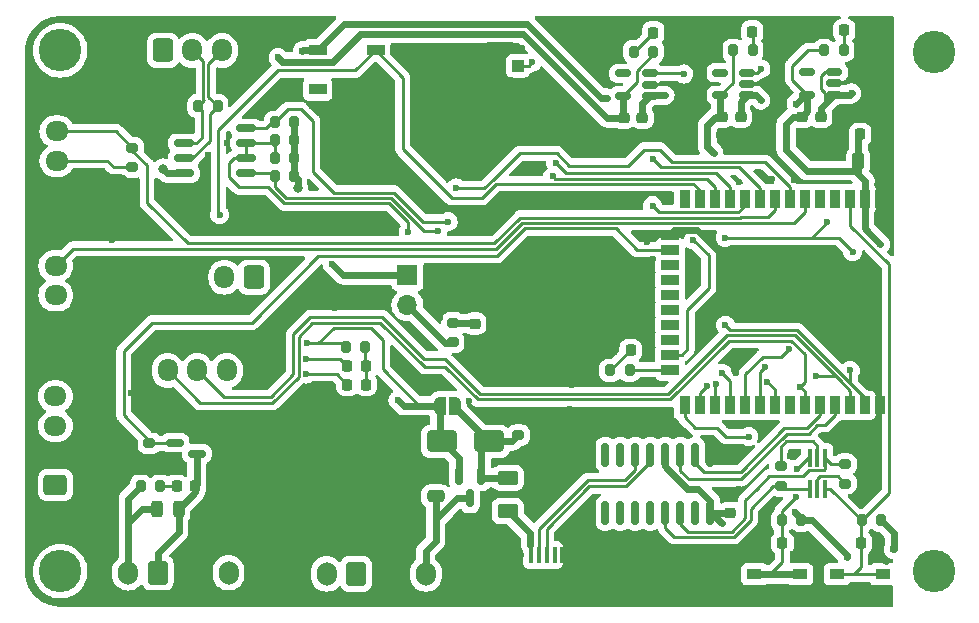
<source format=gtl>
G04 #@! TF.GenerationSoftware,KiCad,Pcbnew,7.0.5-7.0.5~ubuntu20.04.1*
G04 #@! TF.CreationDate,2023-10-16T22:49:32-03:00*
G04 #@! TF.ProjectId,Iguana_V1,49677561-6e61-45f5-9631-2e6b69636164,rev?*
G04 #@! TF.SameCoordinates,Original*
G04 #@! TF.FileFunction,Copper,L1,Top*
G04 #@! TF.FilePolarity,Positive*
%FSLAX46Y46*%
G04 Gerber Fmt 4.6, Leading zero omitted, Abs format (unit mm)*
G04 Created by KiCad (PCBNEW 7.0.5-7.0.5~ubuntu20.04.1) date 2023-10-16 22:49:32*
%MOMM*%
%LPD*%
G01*
G04 APERTURE LIST*
G04 Aperture macros list*
%AMRoundRect*
0 Rectangle with rounded corners*
0 $1 Rounding radius*
0 $2 $3 $4 $5 $6 $7 $8 $9 X,Y pos of 4 corners*
0 Add a 4 corners polygon primitive as box body*
4,1,4,$2,$3,$4,$5,$6,$7,$8,$9,$2,$3,0*
0 Add four circle primitives for the rounded corners*
1,1,$1+$1,$2,$3*
1,1,$1+$1,$4,$5*
1,1,$1+$1,$6,$7*
1,1,$1+$1,$8,$9*
0 Add four rect primitives between the rounded corners*
20,1,$1+$1,$2,$3,$4,$5,0*
20,1,$1+$1,$4,$5,$6,$7,0*
20,1,$1+$1,$6,$7,$8,$9,0*
20,1,$1+$1,$8,$9,$2,$3,0*%
%AMFreePoly0*
4,1,19,0.500000,-0.750000,0.000000,-0.750000,0.000000,-0.744911,-0.071157,-0.744911,-0.207708,-0.704816,-0.327430,-0.627875,-0.420627,-0.520320,-0.479746,-0.390866,-0.500000,-0.250000,-0.500000,0.250000,-0.479746,0.390866,-0.420627,0.520320,-0.327430,0.627875,-0.207708,0.704816,-0.071157,0.744911,0.000000,0.744911,0.000000,0.750000,0.500000,0.750000,0.500000,-0.750000,0.500000,-0.750000,
$1*%
%AMFreePoly1*
4,1,19,0.000000,0.744911,0.071157,0.744911,0.207708,0.704816,0.327430,0.627875,0.420627,0.520320,0.479746,0.390866,0.500000,0.250000,0.500000,-0.250000,0.479746,-0.390866,0.420627,-0.520320,0.327430,-0.627875,0.207708,-0.704816,0.071157,-0.744911,0.000000,-0.744911,0.000000,-0.750000,-0.500000,-0.750000,-0.500000,0.750000,0.000000,0.750000,0.000000,0.744911,0.000000,0.744911,
$1*%
G04 Aperture macros list end*
G04 #@! TA.AperFunction,SMDPad,CuDef*
%ADD10RoundRect,0.218750X-0.218750X-0.256250X0.218750X-0.256250X0.218750X0.256250X-0.218750X0.256250X0*%
G04 #@! TD*
G04 #@! TA.AperFunction,SMDPad,CuDef*
%ADD11RoundRect,0.200000X-0.200000X-0.275000X0.200000X-0.275000X0.200000X0.275000X-0.200000X0.275000X0*%
G04 #@! TD*
G04 #@! TA.AperFunction,SMDPad,CuDef*
%ADD12RoundRect,0.150000X-0.150000X0.825000X-0.150000X-0.825000X0.150000X-0.825000X0.150000X0.825000X0*%
G04 #@! TD*
G04 #@! TA.AperFunction,SMDPad,CuDef*
%ADD13RoundRect,0.250000X-1.000000X-0.650000X1.000000X-0.650000X1.000000X0.650000X-1.000000X0.650000X0*%
G04 #@! TD*
G04 #@! TA.AperFunction,SMDPad,CuDef*
%ADD14RoundRect,0.200000X0.275000X-0.200000X0.275000X0.200000X-0.275000X0.200000X-0.275000X-0.200000X0*%
G04 #@! TD*
G04 #@! TA.AperFunction,SMDPad,CuDef*
%ADD15RoundRect,0.243750X-0.243750X-0.456250X0.243750X-0.456250X0.243750X0.456250X-0.243750X0.456250X0*%
G04 #@! TD*
G04 #@! TA.AperFunction,SMDPad,CuDef*
%ADD16RoundRect,0.150000X-0.587500X-0.150000X0.587500X-0.150000X0.587500X0.150000X-0.587500X0.150000X0*%
G04 #@! TD*
G04 #@! TA.AperFunction,ComponentPad*
%ADD17R,1.700000X1.700000*%
G04 #@! TD*
G04 #@! TA.AperFunction,ComponentPad*
%ADD18O,1.700000X1.700000*%
G04 #@! TD*
G04 #@! TA.AperFunction,SMDPad,CuDef*
%ADD19R,0.400000X1.350000*%
G04 #@! TD*
G04 #@! TA.AperFunction,ComponentPad*
%ADD20O,0.890000X1.550000*%
G04 #@! TD*
G04 #@! TA.AperFunction,SMDPad,CuDef*
%ADD21R,1.200000X1.550000*%
G04 #@! TD*
G04 #@! TA.AperFunction,ComponentPad*
%ADD22O,1.250000X0.950000*%
G04 #@! TD*
G04 #@! TA.AperFunction,SMDPad,CuDef*
%ADD23R,1.500000X1.550000*%
G04 #@! TD*
G04 #@! TA.AperFunction,SMDPad,CuDef*
%ADD24RoundRect,0.200000X-0.275000X0.200000X-0.275000X-0.200000X0.275000X-0.200000X0.275000X0.200000X0*%
G04 #@! TD*
G04 #@! TA.AperFunction,SMDPad,CuDef*
%ADD25RoundRect,0.225000X-0.250000X0.225000X-0.250000X-0.225000X0.250000X-0.225000X0.250000X0.225000X0*%
G04 #@! TD*
G04 #@! TA.AperFunction,SMDPad,CuDef*
%ADD26RoundRect,0.225000X-0.225000X-0.250000X0.225000X-0.250000X0.225000X0.250000X-0.225000X0.250000X0*%
G04 #@! TD*
G04 #@! TA.AperFunction,SMDPad,CuDef*
%ADD27R,0.400000X1.500000*%
G04 #@! TD*
G04 #@! TA.AperFunction,SMDPad,CuDef*
%ADD28RoundRect,0.200000X0.200000X0.275000X-0.200000X0.275000X-0.200000X-0.275000X0.200000X-0.275000X0*%
G04 #@! TD*
G04 #@! TA.AperFunction,SMDPad,CuDef*
%ADD29RoundRect,0.150000X0.512500X0.150000X-0.512500X0.150000X-0.512500X-0.150000X0.512500X-0.150000X0*%
G04 #@! TD*
G04 #@! TA.AperFunction,SMDPad,CuDef*
%ADD30RoundRect,0.250000X-0.250000X-0.475000X0.250000X-0.475000X0.250000X0.475000X-0.250000X0.475000X0*%
G04 #@! TD*
G04 #@! TA.AperFunction,ComponentPad*
%ADD31RoundRect,0.250000X0.600000X0.750000X-0.600000X0.750000X-0.600000X-0.750000X0.600000X-0.750000X0*%
G04 #@! TD*
G04 #@! TA.AperFunction,ComponentPad*
%ADD32O,1.700000X2.000000*%
G04 #@! TD*
G04 #@! TA.AperFunction,SMDPad,CuDef*
%ADD33R,1.250000X0.900000*%
G04 #@! TD*
G04 #@! TA.AperFunction,SMDPad,CuDef*
%ADD34RoundRect,0.225000X0.250000X-0.225000X0.250000X0.225000X-0.250000X0.225000X-0.250000X-0.225000X0*%
G04 #@! TD*
G04 #@! TA.AperFunction,SMDPad,CuDef*
%ADD35R,0.900000X1.500000*%
G04 #@! TD*
G04 #@! TA.AperFunction,SMDPad,CuDef*
%ADD36R,1.500000X0.900000*%
G04 #@! TD*
G04 #@! TA.AperFunction,SMDPad,CuDef*
%ADD37R,4.200000X4.200000*%
G04 #@! TD*
G04 #@! TA.AperFunction,SMDPad,CuDef*
%ADD38RoundRect,0.218750X0.256250X-0.218750X0.256250X0.218750X-0.256250X0.218750X-0.256250X-0.218750X0*%
G04 #@! TD*
G04 #@! TA.AperFunction,ComponentPad*
%ADD39RoundRect,0.250000X-0.600000X-0.725000X0.600000X-0.725000X0.600000X0.725000X-0.600000X0.725000X0*%
G04 #@! TD*
G04 #@! TA.AperFunction,ComponentPad*
%ADD40O,1.700000X1.950000*%
G04 #@! TD*
G04 #@! TA.AperFunction,ComponentPad*
%ADD41RoundRect,0.250000X0.600000X0.725000X-0.600000X0.725000X-0.600000X-0.725000X0.600000X-0.725000X0*%
G04 #@! TD*
G04 #@! TA.AperFunction,ComponentPad*
%ADD42RoundRect,0.250000X0.725000X-0.600000X0.725000X0.600000X-0.725000X0.600000X-0.725000X-0.600000X0*%
G04 #@! TD*
G04 #@! TA.AperFunction,ComponentPad*
%ADD43O,1.950000X1.700000*%
G04 #@! TD*
G04 #@! TA.AperFunction,SMDPad,CuDef*
%ADD44RoundRect,0.250000X0.625000X-0.375000X0.625000X0.375000X-0.625000X0.375000X-0.625000X-0.375000X0*%
G04 #@! TD*
G04 #@! TA.AperFunction,SMDPad,CuDef*
%ADD45RoundRect,0.250000X0.475000X-0.250000X0.475000X0.250000X-0.475000X0.250000X-0.475000X-0.250000X0*%
G04 #@! TD*
G04 #@! TA.AperFunction,SMDPad,CuDef*
%ADD46FreePoly0,180.000000*%
G04 #@! TD*
G04 #@! TA.AperFunction,SMDPad,CuDef*
%ADD47FreePoly1,180.000000*%
G04 #@! TD*
G04 #@! TA.AperFunction,SMDPad,CuDef*
%ADD48R,1.000000X1.000000*%
G04 #@! TD*
G04 #@! TA.AperFunction,SMDPad,CuDef*
%ADD49R,2.200000X1.050000*%
G04 #@! TD*
G04 #@! TA.AperFunction,SMDPad,CuDef*
%ADD50RoundRect,0.218750X0.218750X0.256250X-0.218750X0.256250X-0.218750X-0.256250X0.218750X-0.256250X0*%
G04 #@! TD*
G04 #@! TA.AperFunction,SMDPad,CuDef*
%ADD51RoundRect,0.150000X-0.150000X0.587500X-0.150000X-0.587500X0.150000X-0.587500X0.150000X0.587500X0*%
G04 #@! TD*
G04 #@! TA.AperFunction,SMDPad,CuDef*
%ADD52RoundRect,0.150000X0.675000X0.150000X-0.675000X0.150000X-0.675000X-0.150000X0.675000X-0.150000X0*%
G04 #@! TD*
G04 #@! TA.AperFunction,ViaPad*
%ADD53C,3.600000*%
G04 #@! TD*
G04 #@! TA.AperFunction,ViaPad*
%ADD54C,0.600000*%
G04 #@! TD*
G04 #@! TA.AperFunction,ViaPad*
%ADD55C,0.800000*%
G04 #@! TD*
G04 #@! TA.AperFunction,Conductor*
%ADD56C,0.609600*%
G04 #@! TD*
G04 #@! TA.AperFunction,Conductor*
%ADD57C,0.250000*%
G04 #@! TD*
G04 #@! TA.AperFunction,Conductor*
%ADD58C,0.254000*%
G04 #@! TD*
G04 APERTURE END LIST*
D10*
X107316310Y-61200000D03*
X108891310Y-61200000D03*
X131637500Y-31400000D03*
X133212500Y-31400000D03*
D11*
X89812500Y-69800000D03*
X91462500Y-69800000D03*
D12*
X138045000Y-67125000D03*
X136775000Y-67125000D03*
X135505000Y-67125000D03*
X134235000Y-67125000D03*
X132965000Y-67125000D03*
X131695000Y-67125000D03*
X130425000Y-67125000D03*
X129155000Y-67125000D03*
X129155000Y-72075000D03*
X130425000Y-72075000D03*
X131695000Y-72075000D03*
X132965000Y-72075000D03*
X134235000Y-72075000D03*
X135505000Y-72075000D03*
X136775000Y-72075000D03*
X138045000Y-72075000D03*
D13*
X115300000Y-66000000D03*
X119300000Y-66000000D03*
D14*
X144000000Y-69775000D03*
X144000000Y-68125000D03*
D15*
X91162500Y-71700000D03*
X93037500Y-71700000D03*
D16*
X92700000Y-66100000D03*
X92700000Y-68000000D03*
X94575000Y-67050000D03*
D17*
X112400000Y-51925000D03*
D18*
X112400000Y-54465000D03*
D19*
X122900000Y-75600000D03*
X123550000Y-75600000D03*
X124200000Y-75600000D03*
X124850000Y-75600000D03*
X125500000Y-75600000D03*
D20*
X120700000Y-78300000D03*
D21*
X121300000Y-78300000D03*
D22*
X121700000Y-75600000D03*
D23*
X123200000Y-78300000D03*
X125200000Y-78300000D03*
D22*
X126700000Y-75600000D03*
D21*
X127100000Y-78300000D03*
D20*
X127700000Y-78300000D03*
D24*
X89100000Y-41125000D03*
X89100000Y-42775000D03*
D25*
X140600000Y-38525000D03*
X140600000Y-40075000D03*
D14*
X149450000Y-69575000D03*
X149450000Y-67925000D03*
D26*
X150725000Y-40000000D03*
X152275000Y-40000000D03*
D27*
X147750000Y-67390000D03*
X147100000Y-67390000D03*
X146450000Y-67390000D03*
X146450000Y-70050000D03*
X147100000Y-70050000D03*
X147750000Y-70050000D03*
D28*
X102825000Y-43500000D03*
X101175000Y-43500000D03*
D29*
X141175000Y-36700000D03*
X141175000Y-35750000D03*
X141175000Y-34800000D03*
X138900000Y-34800000D03*
X138900000Y-36700000D03*
D30*
X150550000Y-42300000D03*
X152450000Y-42300000D03*
D10*
X107316310Y-59600000D03*
X108891310Y-59600000D03*
X140012500Y-31325000D03*
X141587500Y-31325000D03*
D29*
X148537500Y-36650000D03*
X148537500Y-35700000D03*
X148537500Y-34750000D03*
X146262500Y-34750000D03*
X146262500Y-36650000D03*
X132937500Y-36750000D03*
X132937500Y-35800000D03*
X132937500Y-34850000D03*
X130662500Y-34850000D03*
X130662500Y-36750000D03*
D25*
X132300000Y-38625000D03*
X132300000Y-40175000D03*
D31*
X99750000Y-77125000D03*
D32*
X97250000Y-77125000D03*
D28*
X133225000Y-33000000D03*
X131575000Y-33000000D03*
D33*
X141775000Y-78750000D03*
X145625000Y-78750000D03*
X141775000Y-77250000D03*
X145625000Y-77250000D03*
D14*
X116250000Y-57625000D03*
X116250000Y-55975000D03*
D25*
X147400000Y-38525000D03*
X147400000Y-40075000D03*
D10*
X129712500Y-58300000D03*
X131287500Y-58300000D03*
D34*
X139700000Y-72075000D03*
X139700000Y-70525000D03*
D35*
X152400000Y-45450000D03*
X151130000Y-45450000D03*
X149860000Y-45450000D03*
X148590000Y-45450000D03*
X147320000Y-45450000D03*
X146050000Y-45450000D03*
X144780000Y-45450000D03*
X143510000Y-45450000D03*
X142240000Y-45450000D03*
X140970000Y-45450000D03*
X139700000Y-45450000D03*
X138430000Y-45450000D03*
X137160000Y-45450000D03*
X135890000Y-45450000D03*
D36*
X134640000Y-48490000D03*
X134640000Y-49760000D03*
X134640000Y-51030000D03*
X134640000Y-52300000D03*
X134640000Y-53570000D03*
X134640000Y-54840000D03*
X134640000Y-56110000D03*
X134640000Y-57380000D03*
X134640000Y-58650000D03*
X134640000Y-59920000D03*
D35*
X135890000Y-62950000D03*
X137160000Y-62950000D03*
X138430000Y-62950000D03*
X139700000Y-62950000D03*
X140970000Y-62950000D03*
X142240000Y-62950000D03*
X143510000Y-62950000D03*
X144780000Y-62950000D03*
X146050000Y-62950000D03*
X147320000Y-62950000D03*
X148590000Y-62950000D03*
X149860000Y-62950000D03*
X151130000Y-62950000D03*
X152400000Y-62950000D03*
D37*
X145060000Y-53520000D03*
D38*
X118100000Y-57600000D03*
X118100000Y-56025000D03*
D24*
X90537500Y-66175000D03*
X90537500Y-67825000D03*
D39*
X91700000Y-32900000D03*
D40*
X94200000Y-32900000D03*
X96700000Y-32900000D03*
X99200000Y-32900000D03*
D41*
X99400000Y-52100000D03*
D40*
X96900000Y-52100000D03*
X94400000Y-52100000D03*
D42*
X82725000Y-44750000D03*
D43*
X82725000Y-42250000D03*
X82725000Y-39750000D03*
D28*
X145750000Y-72700000D03*
X144100000Y-72700000D03*
D25*
X130700000Y-38625000D03*
X130700000Y-40175000D03*
X145800000Y-38525000D03*
X145800000Y-40075000D03*
D28*
X131200000Y-60000000D03*
X129550000Y-60000000D03*
D42*
X82625000Y-56150000D03*
D43*
X82625000Y-53650000D03*
X82625000Y-51150000D03*
D44*
X120900000Y-71900000D03*
X120900000Y-69100000D03*
D41*
X99600000Y-60000000D03*
D40*
X97100000Y-60000000D03*
X94600000Y-60000000D03*
X92100000Y-60000000D03*
D10*
X147812500Y-31200000D03*
X149387500Y-31200000D03*
D11*
X107178810Y-58000000D03*
X108828810Y-58000000D03*
D28*
X96325000Y-37600000D03*
X94675000Y-37600000D03*
D25*
X139000000Y-38525000D03*
X139000000Y-40075000D03*
D31*
X91250000Y-77125000D03*
D32*
X88750000Y-77125000D03*
D31*
X108050000Y-77225000D03*
D32*
X105550000Y-77225000D03*
D45*
X114800000Y-70650000D03*
X114800000Y-68750000D03*
D28*
X102825000Y-39000000D03*
X101175000Y-39000000D03*
D26*
X144150000Y-74600000D03*
X145700000Y-74600000D03*
D46*
X116450000Y-63000000D03*
D47*
X115150000Y-63000000D03*
D31*
X116450000Y-77225000D03*
D32*
X113950000Y-77225000D03*
D24*
X121800000Y-65475000D03*
X121800000Y-67125000D03*
D28*
X102825000Y-42000000D03*
X101175000Y-42000000D03*
D36*
X104800000Y-32900000D03*
X104800000Y-36200000D03*
X109700000Y-36200000D03*
X109700000Y-32900000D03*
D48*
X121750000Y-34200000D03*
D49*
X120250000Y-35675000D03*
D48*
X118750000Y-34200000D03*
D49*
X120250000Y-32725000D03*
D28*
X102825000Y-40500000D03*
X101175000Y-40500000D03*
D11*
X147675000Y-32900000D03*
X149325000Y-32900000D03*
D26*
X150800000Y-74600000D03*
X152350000Y-74600000D03*
D11*
X139975000Y-32900000D03*
X141625000Y-32900000D03*
D33*
X148775000Y-78750000D03*
X152625000Y-78750000D03*
X148775000Y-77250000D03*
X152625000Y-77250000D03*
D42*
X82600000Y-69700000D03*
D43*
X82600000Y-67200000D03*
X82600000Y-64700000D03*
X82600000Y-62200000D03*
D50*
X94425000Y-69800000D03*
X92850000Y-69800000D03*
D51*
X118650000Y-68962500D03*
X116750000Y-68962500D03*
X117700000Y-70837500D03*
D28*
X152500000Y-72700000D03*
X150850000Y-72700000D03*
D52*
X98725000Y-43305000D03*
X98725000Y-42035000D03*
X98725000Y-40765000D03*
X98725000Y-39495000D03*
X93475000Y-39495000D03*
X93475000Y-40765000D03*
X93475000Y-42035000D03*
X93475000Y-43305000D03*
D53*
X157000000Y-77000000D03*
X83000000Y-32900000D03*
X157000000Y-33000000D03*
X83000000Y-77000000D03*
D54*
X100050000Y-68550000D03*
X93300000Y-63100000D03*
X134500000Y-45150000D03*
X128450000Y-76550000D03*
X124800000Y-40350000D03*
X96850000Y-57300000D03*
X132650000Y-57400000D03*
X87400000Y-75550000D03*
X102050000Y-32250000D03*
X142450000Y-75450000D03*
X88350000Y-43700000D03*
X151050000Y-68250000D03*
X122550000Y-68100000D03*
X143250000Y-43800000D03*
X118900000Y-71250000D03*
X123550000Y-52100000D03*
X122800000Y-39600000D03*
X152650000Y-43850000D03*
X127850000Y-49350000D03*
X87200000Y-66350000D03*
X139650000Y-64650000D03*
X117600000Y-62600000D03*
X119800000Y-67900000D03*
X110350000Y-47500000D03*
X91800000Y-67300000D03*
X145050000Y-75500000D03*
X97143268Y-40747715D03*
X112850000Y-33200000D03*
X126350000Y-61200000D03*
X110950000Y-74700000D03*
X141700000Y-40950000D03*
X126550000Y-68150000D03*
X115150000Y-55550000D03*
X118500000Y-76000000D03*
X93149112Y-38004856D03*
X131850000Y-45250000D03*
X91400000Y-48650000D03*
X151200000Y-69900000D03*
X97350000Y-45100000D03*
X94300000Y-54150000D03*
X86289504Y-45629662D03*
X153000000Y-38600000D03*
X142500000Y-64800000D03*
X151650000Y-59350000D03*
X104300000Y-44450000D03*
X113150000Y-68200000D03*
X87130871Y-31451564D03*
X118450000Y-32600000D03*
X99450000Y-63950000D03*
X117800000Y-47200000D03*
X127050000Y-74050000D03*
X126250000Y-58550000D03*
X143800000Y-79000000D03*
X120150000Y-58400000D03*
X140500000Y-70000000D03*
X108450000Y-70400000D03*
X144500000Y-36350000D03*
X104350000Y-37650000D03*
X99800000Y-38050000D03*
X147650000Y-51850000D03*
X92380133Y-36071334D03*
X99450000Y-54350000D03*
X138300000Y-75850000D03*
X152650000Y-32500000D03*
X122100000Y-36150000D03*
X132350000Y-74750000D03*
X91300000Y-45100000D03*
X87350000Y-48950000D03*
X140400000Y-67000000D03*
X104500000Y-52600000D03*
X95550000Y-41750000D03*
X126200000Y-63300000D03*
X102750000Y-36550000D03*
X134800000Y-30950000D03*
X143300000Y-71400000D03*
X144800000Y-67200000D03*
X118942018Y-53196874D03*
X146500000Y-41250000D03*
X151550000Y-34850000D03*
X123750000Y-42550000D03*
X111800000Y-70750000D03*
X145150000Y-43900000D03*
X100350000Y-47050000D03*
X94073500Y-35600000D03*
X113400000Y-43950000D03*
X136100000Y-30700000D03*
X107350000Y-39950000D03*
X87400000Y-60600000D03*
X117135616Y-38928712D03*
X85500000Y-74300000D03*
X89550000Y-46700000D03*
X120200000Y-46750000D03*
X129550000Y-45900000D03*
X91300000Y-39600000D03*
X94150000Y-77650000D03*
X94550000Y-72900000D03*
X140450000Y-44050000D03*
X121050000Y-63450000D03*
X152950000Y-76100000D03*
X152750000Y-47700000D03*
X118900000Y-78950000D03*
X136850000Y-52575500D03*
X132700000Y-49126500D03*
X102550000Y-74000000D03*
X137400000Y-35000000D03*
X98600000Y-35350000D03*
X119792392Y-54590571D03*
X113450000Y-57150000D03*
X114600000Y-46250000D03*
X107350000Y-43250000D03*
X147000000Y-76126500D03*
X84500000Y-67650000D03*
X113400000Y-38900000D03*
X150700000Y-64900000D03*
X134450000Y-38300000D03*
X115750000Y-61150000D03*
X125150000Y-45350000D03*
X130000000Y-49350000D03*
X106300000Y-54750000D03*
X138800000Y-78400000D03*
X100950000Y-57150000D03*
X109600000Y-63500000D03*
X86650000Y-51800000D03*
X89000000Y-61900000D03*
X148300000Y-41300000D03*
X129700000Y-33800000D03*
X140250000Y-60200000D03*
X107900000Y-47450000D03*
X94000000Y-47150000D03*
X142500000Y-55350000D03*
X91100000Y-30900000D03*
X110250000Y-53150000D03*
X152000000Y-64650000D03*
X96750000Y-67250000D03*
X150350000Y-51650000D03*
X150700000Y-79100000D03*
X123150000Y-71650000D03*
X140400000Y-53800000D03*
X139408411Y-49908411D03*
X136000000Y-41300000D03*
X142650000Y-52900000D03*
X114642916Y-53175699D03*
X130400000Y-56000000D03*
X116600000Y-33050000D03*
X99300000Y-74750000D03*
X129550000Y-41750000D03*
X131550000Y-64150000D03*
X133150000Y-50550000D03*
X119650000Y-60850000D03*
X113650000Y-64250000D03*
X148200000Y-56600000D03*
X107400000Y-36500000D03*
X82000000Y-36500000D03*
X129900000Y-31900000D03*
X149350000Y-38400000D03*
X146200000Y-50600000D03*
X122100000Y-32700000D03*
X106000000Y-50950000D03*
X142300000Y-37100000D03*
X134200000Y-36700000D03*
X150000000Y-36500000D03*
X152450000Y-49300000D03*
X129275000Y-36925000D03*
X153550000Y-75150000D03*
X149600000Y-75800000D03*
X145300000Y-37400000D03*
X103500000Y-32950000D03*
X145177400Y-71972600D03*
X139000000Y-72950000D03*
X139300000Y-48750000D03*
X150100000Y-49950000D03*
X147950000Y-47450000D03*
X138325000Y-41575000D03*
X101450000Y-33500000D03*
D55*
X103100000Y-44550000D03*
X91700000Y-42950000D03*
D54*
X141300000Y-65600000D03*
X145300000Y-70674500D03*
X145350000Y-68346500D03*
X103800000Y-59000000D03*
X103800000Y-60300000D03*
X103900000Y-57700000D03*
X111600000Y-62500000D03*
X96500000Y-46800000D03*
X147000000Y-60500000D03*
X145666589Y-61366589D03*
X122950000Y-33900000D03*
X133150000Y-42095700D03*
X116500000Y-44550000D03*
X115000000Y-48150000D03*
X138550000Y-61150000D03*
X112450000Y-48300000D03*
X137750000Y-61300000D03*
X115850000Y-47400000D03*
X139050000Y-60250000D03*
X142874500Y-60975000D03*
X142700000Y-59700000D03*
X139325000Y-56175000D03*
X149900000Y-60000000D03*
X144700000Y-58200000D03*
X133150000Y-46050000D03*
X124950000Y-42400000D03*
X124700000Y-43577500D03*
X136600000Y-48950000D03*
X135800000Y-34900000D03*
X142331274Y-34468726D03*
D56*
X134984800Y-48145200D02*
X136933360Y-48145200D01*
X145700000Y-74600000D02*
X145700000Y-74826500D01*
X139975000Y-70525000D02*
X140500000Y-70000000D01*
X145700000Y-74826500D02*
X147000000Y-76126500D01*
X134640000Y-48490000D02*
X134984800Y-48145200D01*
X139700000Y-70525000D02*
X139975000Y-70525000D01*
X138696571Y-49908411D02*
X139408411Y-49908411D01*
X136933360Y-48145200D02*
X138696571Y-49908411D01*
X152350000Y-75500000D02*
X152950000Y-76100000D01*
X152350000Y-74600000D02*
X152350000Y-75500000D01*
X118650000Y-66650000D02*
X119300000Y-66000000D01*
X119300000Y-66000000D02*
X121275000Y-66000000D01*
X118787500Y-69100000D02*
X118650000Y-68962500D01*
X116450000Y-63150000D02*
X119300000Y-66000000D01*
X120900000Y-69100000D02*
X118787500Y-69100000D01*
X118650000Y-68962500D02*
X118650000Y-66650000D01*
X116450000Y-63000000D02*
X116450000Y-63150000D01*
X121275000Y-66000000D02*
X121800000Y-65475000D01*
X116300000Y-57637500D02*
X115572500Y-57637500D01*
X115572500Y-57637500D02*
X112400000Y-54465000D01*
X132300000Y-37387500D02*
X132937500Y-36750000D01*
D57*
X147743750Y-36494777D02*
X147400000Y-36151027D01*
D56*
X147400000Y-38525000D02*
X147400000Y-37787500D01*
X106975000Y-51925000D02*
X112400000Y-51925000D01*
D57*
X147750000Y-34750000D02*
X148537500Y-34750000D01*
D56*
X132300000Y-38625000D02*
X132300000Y-37387500D01*
X147743750Y-37443750D02*
X148537500Y-36650000D01*
X148537500Y-36650000D02*
X149850000Y-36650000D01*
X147400000Y-37787500D02*
X147743750Y-37443750D01*
D57*
X147400000Y-35100000D02*
X147750000Y-34750000D01*
D56*
X140600000Y-37275000D02*
X141175000Y-36700000D01*
X142300000Y-37100000D02*
X141900000Y-36700000D01*
X134200000Y-36700000D02*
X132987500Y-36700000D01*
X141900000Y-36700000D02*
X141175000Y-36700000D01*
X132987500Y-36700000D02*
X132937500Y-36750000D01*
D57*
X147743750Y-37443750D02*
X147743750Y-36494777D01*
D56*
X149850000Y-36650000D02*
X150000000Y-36500000D01*
D57*
X147400000Y-36151027D02*
X147400000Y-35100000D01*
D56*
X106000000Y-50950000D02*
X106975000Y-51925000D01*
X140600000Y-38525000D02*
X140600000Y-37275000D01*
X146262500Y-38062500D02*
X145800000Y-38525000D01*
X146250000Y-43100000D02*
X150300000Y-43100000D01*
X138125000Y-72075000D02*
X139000000Y-72950000D01*
X150550000Y-40175000D02*
X150725000Y-40000000D01*
X107050000Y-30650000D02*
X104800000Y-32900000D01*
X146650000Y-72700000D02*
X145750000Y-72700000D01*
X153600000Y-75000000D02*
X153600000Y-75100000D01*
X149600000Y-75650000D02*
X146650000Y-72700000D01*
X138045000Y-72075000D02*
X139700000Y-72075000D01*
X153600000Y-75100000D02*
X153550000Y-75150000D01*
X104800000Y-32900000D02*
X103550000Y-32900000D01*
X138045000Y-72075000D02*
X138125000Y-72075000D01*
X152500000Y-72700000D02*
X153600000Y-73800000D01*
X150550000Y-42300000D02*
X150550000Y-40175000D01*
X151400000Y-48250000D02*
X152450000Y-49300000D01*
X150300000Y-43100000D02*
X150550000Y-43350000D01*
D57*
X145000000Y-35387500D02*
X145000000Y-34200000D01*
D56*
X128769948Y-36925000D02*
X122494948Y-30650000D01*
X103550000Y-32900000D02*
X103500000Y-32950000D01*
X151130000Y-47980000D02*
X151130000Y-45450000D01*
X145800000Y-38525000D02*
X145025000Y-38525000D01*
X122494948Y-30650000D02*
X107050000Y-30650000D01*
X145177400Y-71972600D02*
X145750000Y-72545200D01*
X151150000Y-43950000D02*
X151130000Y-43970000D01*
X146262500Y-36650000D02*
X146050000Y-36650000D01*
X145750000Y-72545200D02*
X145750000Y-72700000D01*
X134235000Y-67125000D02*
X134235000Y-68125672D01*
X151400000Y-48250000D02*
X151130000Y-47980000D01*
X137000000Y-70000000D02*
X138045000Y-71045000D01*
X138045000Y-71045000D02*
X138045000Y-72075000D01*
D57*
X146300000Y-32900000D02*
X147675000Y-32900000D01*
D56*
X146262500Y-36650000D02*
X146262500Y-38062500D01*
X150550000Y-43350000D02*
X151150000Y-43950000D01*
X144450000Y-39100000D02*
X144450000Y-41300000D01*
X144450000Y-41300000D02*
X146250000Y-43100000D01*
X134235000Y-68125672D02*
X136109328Y-70000000D01*
X149600000Y-75800000D02*
X149600000Y-75650000D01*
D57*
X146262500Y-36650000D02*
X145000000Y-35387500D01*
D56*
X129275000Y-36925000D02*
X128769948Y-36925000D01*
D57*
X145000000Y-34200000D02*
X146300000Y-32900000D01*
D56*
X145025000Y-38525000D02*
X144450000Y-39100000D01*
X146050000Y-36650000D02*
X145300000Y-37400000D01*
X150550000Y-42300000D02*
X150550000Y-43350000D01*
X151130000Y-43970000D02*
X151130000Y-45450000D01*
X153600000Y-73800000D02*
X153600000Y-75000000D01*
X136109328Y-70000000D02*
X137000000Y-70000000D01*
X138900000Y-36700000D02*
X138900000Y-38425000D01*
X138325000Y-41575000D02*
X137800000Y-41050000D01*
D57*
X148900000Y-48750000D02*
X146650000Y-48750000D01*
X139975000Y-35625000D02*
X138900000Y-36700000D01*
D56*
X137800000Y-41050000D02*
X137800000Y-39250000D01*
X138525000Y-38525000D02*
X139000000Y-38525000D01*
D57*
X150100000Y-49950000D02*
X148900000Y-48750000D01*
X139975000Y-32900000D02*
X139975000Y-35625000D01*
X146650000Y-48750000D02*
X147950000Y-47450000D01*
D56*
X137800000Y-39250000D02*
X138525000Y-38525000D01*
D57*
X139300000Y-48750000D02*
X146650000Y-48750000D01*
D56*
X138900000Y-38425000D02*
X139000000Y-38525000D01*
D58*
X87000000Y-42250000D02*
X87525000Y-42775000D01*
D57*
X130662500Y-36750000D02*
X131800000Y-35612500D01*
D56*
X93475000Y-43305000D02*
X92055000Y-43305000D01*
X108409600Y-31500000D02*
X106054800Y-33854800D01*
D57*
X131800000Y-35612500D02*
X131800000Y-34653249D01*
D56*
X130662500Y-36750000D02*
X130662500Y-38587500D01*
X129325000Y-38625000D02*
X122200000Y-31500000D01*
D58*
X87525000Y-42775000D02*
X89100000Y-42775000D01*
D56*
X102825000Y-39000000D02*
X102825000Y-40500000D01*
X103100000Y-44550000D02*
X103100000Y-43775000D01*
X102825000Y-42000000D02*
X102825000Y-43500000D01*
X101804800Y-33854800D02*
X101450000Y-33500000D01*
X130662500Y-38587500D02*
X130700000Y-38625000D01*
X102825000Y-40500000D02*
X102825000Y-42000000D01*
X103100000Y-43775000D02*
X102825000Y-43500000D01*
X122200000Y-31500000D02*
X108409600Y-31500000D01*
X106054800Y-33854800D02*
X101804800Y-33854800D01*
D57*
X131800000Y-34653249D02*
X133225000Y-33228249D01*
D56*
X92055000Y-43305000D02*
X91700000Y-42950000D01*
X130700000Y-38625000D02*
X129325000Y-38625000D01*
D57*
X133225000Y-33228249D02*
X133225000Y-33000000D01*
D58*
X82725000Y-42250000D02*
X87000000Y-42250000D01*
X135890000Y-63954000D02*
X135890000Y-62950000D01*
D56*
X145625000Y-77250000D02*
X143100000Y-77250000D01*
D57*
X145350000Y-68346500D02*
X146306500Y-67390000D01*
D58*
X141300000Y-65600000D02*
X139350000Y-65600000D01*
X136786000Y-64850000D02*
X135890000Y-63954000D01*
D57*
X144100000Y-72700000D02*
X144100000Y-74550000D01*
D56*
X143100000Y-77250000D02*
X141775000Y-77250000D01*
D57*
X144100000Y-71874500D02*
X144100000Y-72700000D01*
X146306500Y-67390000D02*
X146450000Y-67390000D01*
D58*
X138600000Y-64850000D02*
X136786000Y-64850000D01*
D57*
X144150000Y-76200000D02*
X143100000Y-77250000D01*
D58*
X139350000Y-65600000D02*
X138600000Y-64850000D01*
D57*
X144150000Y-74600000D02*
X144150000Y-76200000D01*
X144100000Y-74550000D02*
X144150000Y-74600000D01*
X145300000Y-70674500D02*
X144100000Y-71874500D01*
X149525000Y-45605000D02*
X149900000Y-45980000D01*
X148200000Y-70050000D02*
X150850000Y-72700000D01*
D58*
X150800000Y-76650000D02*
X150200000Y-77250000D01*
D57*
X149900000Y-47750000D02*
X153175000Y-51025000D01*
D58*
X148775000Y-77250000D02*
X150200000Y-77250000D01*
D57*
X149900000Y-45980000D02*
X149900000Y-47750000D01*
D58*
X150800000Y-74600000D02*
X150800000Y-72750000D01*
X150800000Y-74600000D02*
X150800000Y-76650000D01*
X150200000Y-77250000D02*
X152625000Y-77250000D01*
X150800000Y-72750000D02*
X150850000Y-72700000D01*
D57*
X153175000Y-51025000D02*
X153175000Y-70375000D01*
X147750000Y-70050000D02*
X148200000Y-70050000D01*
X153175000Y-70375000D02*
X150850000Y-72700000D01*
D58*
X106716310Y-59000000D02*
X107316310Y-59600000D01*
X103800000Y-59000000D02*
X106716310Y-59000000D01*
X108828810Y-59537500D02*
X108891310Y-59600000D01*
X108891310Y-59600000D02*
X108891310Y-61200000D01*
X108828810Y-58000000D02*
X108828810Y-59537500D01*
X106416310Y-60300000D02*
X107316310Y-61200000D01*
X103800000Y-60300000D02*
X106416310Y-60300000D01*
X113400000Y-63000000D02*
X110300000Y-59900000D01*
X106878810Y-57700000D02*
X107178810Y-58000000D01*
X109302000Y-56402000D02*
X106148000Y-56402000D01*
D56*
X115150000Y-63000000D02*
X115150000Y-65850000D01*
D58*
X104600000Y-57700000D02*
X106878810Y-57700000D01*
D56*
X116750000Y-67450000D02*
X116750000Y-68962500D01*
X115300000Y-66000000D02*
X116750000Y-67450000D01*
X115150000Y-65850000D02*
X115300000Y-66000000D01*
D58*
X110300000Y-59900000D02*
X110300000Y-57400000D01*
X103900000Y-57700000D02*
X104600000Y-57700000D01*
X106148000Y-56402000D02*
X104850000Y-57700000D01*
D56*
X115150000Y-63000000D02*
X113400000Y-63000000D01*
X112100000Y-63000000D02*
X111600000Y-62500000D01*
D58*
X104850000Y-57700000D02*
X104600000Y-57700000D01*
X110300000Y-57400000D02*
X109302000Y-56402000D01*
D56*
X113400000Y-63000000D02*
X112100000Y-63000000D01*
D57*
X149325000Y-31262500D02*
X149387500Y-31200000D01*
X149325000Y-32900000D02*
X149325000Y-31262500D01*
X141625000Y-31362500D02*
X141587500Y-31325000D01*
X141625000Y-32900000D02*
X141625000Y-31362500D01*
X131612500Y-33000000D02*
X133212500Y-31400000D01*
X131575000Y-33000000D02*
X131612500Y-33000000D01*
D56*
X114800000Y-72600000D02*
X114800000Y-74400000D01*
X113950000Y-75250000D02*
X113950000Y-77225000D01*
X117700000Y-70837500D02*
X116562500Y-70837500D01*
X116562500Y-70837500D02*
X114800000Y-72600000D01*
X114800000Y-70650000D02*
X114800000Y-72600000D01*
X114800000Y-74400000D02*
X113950000Y-75250000D01*
D58*
X129587500Y-60000000D02*
X131287500Y-58300000D01*
X129550000Y-60000000D02*
X129587500Y-60000000D01*
D57*
X122900000Y-75600000D02*
X122900000Y-74850000D01*
X122900000Y-74850000D02*
X122800000Y-74750000D01*
D56*
X122600000Y-73600000D02*
X120900000Y-71900000D01*
X122800000Y-73800000D02*
X122600000Y-73600000D01*
X122800000Y-74750000D02*
X122800000Y-73800000D01*
X118062500Y-55987500D02*
X118100000Y-56025000D01*
X116300000Y-55987500D02*
X118062500Y-55987500D01*
D58*
X130800000Y-69300000D02*
X131695000Y-68405000D01*
X123550000Y-73407948D02*
X127657948Y-69300000D01*
X123550000Y-75600000D02*
X123550000Y-73407948D01*
X127657948Y-69300000D02*
X130800000Y-69300000D01*
X131695000Y-68405000D02*
X131695000Y-67125000D01*
X124200000Y-73400000D02*
X124200000Y-75600000D01*
X127800000Y-69800000D02*
X124200000Y-73400000D01*
X132965000Y-67777052D02*
X130942052Y-69800000D01*
X132965000Y-67125000D02*
X132965000Y-67777052D01*
X130942052Y-69800000D02*
X127800000Y-69800000D01*
D57*
X96398000Y-46698000D02*
X96500000Y-46800000D01*
D58*
X118700000Y-45400000D02*
X119896000Y-44204000D01*
D57*
X96398000Y-39602000D02*
X96398000Y-46698000D01*
X112000000Y-41250000D02*
X112000000Y-35200000D01*
D58*
X136604000Y-44204000D02*
X137160000Y-44760000D01*
D57*
X117100000Y-45400000D02*
X116150000Y-45400000D01*
X101400000Y-34600000D02*
X96398000Y-39602000D01*
D58*
X119896000Y-44204000D02*
X136604000Y-44204000D01*
D57*
X112000000Y-35200000D02*
X109700000Y-32900000D01*
X109700000Y-32900000D02*
X108000000Y-34600000D01*
D58*
X117100000Y-45400000D02*
X118700000Y-45400000D01*
D57*
X116150000Y-45400000D02*
X112000000Y-41250000D01*
D58*
X137160000Y-44760000D02*
X137160000Y-45450000D01*
D57*
X108000000Y-34600000D02*
X101400000Y-34600000D01*
D58*
X146050000Y-46550000D02*
X145092000Y-47508000D01*
X119938052Y-49704000D02*
X84071000Y-49704000D01*
X145092000Y-47508000D02*
X122134052Y-47508000D01*
X122134052Y-47508000D02*
X119938052Y-49704000D01*
X146050000Y-45450000D02*
X146050000Y-46550000D01*
X84071000Y-49704000D02*
X82625000Y-51150000D01*
D57*
X149860000Y-61696396D02*
X149860000Y-62770000D01*
X118536396Y-62000000D02*
X134463604Y-62000000D01*
X134463604Y-62000000D02*
X139438604Y-57025000D01*
X115543198Y-59006802D02*
X118536396Y-62000000D01*
X139438604Y-57025000D02*
X145188604Y-57025000D01*
X147000000Y-60500000D02*
X148550000Y-60500000D01*
X100813604Y-62250000D02*
X102725000Y-60338604D01*
X145188604Y-57025000D02*
X149000000Y-60836396D01*
X102725000Y-56938604D02*
X104163604Y-55500000D01*
X94600000Y-60000000D02*
X96850000Y-62250000D01*
X102725000Y-60338604D02*
X102725000Y-56938604D01*
X149000000Y-60836396D02*
X149860000Y-61696396D01*
X110286396Y-55500000D02*
X113793198Y-59006802D01*
X96850000Y-62250000D02*
X100813604Y-62250000D01*
X104163604Y-55500000D02*
X110286396Y-55500000D01*
X113793198Y-59006802D02*
X115543198Y-59006802D01*
X146050000Y-61750000D02*
X146050000Y-62770000D01*
X103175000Y-60525000D02*
X100950000Y-62750000D01*
X134650000Y-62450000D02*
X118350000Y-62450000D01*
X146050000Y-58636396D02*
X144888604Y-57475000D01*
X113850000Y-59700000D02*
X110100000Y-55950000D01*
X146050000Y-60983178D02*
X146050000Y-58636396D01*
X115600000Y-59700000D02*
X113850000Y-59700000D01*
X144888604Y-57475000D02*
X139625000Y-57475000D01*
X139625000Y-57475000D02*
X134650000Y-62450000D01*
X100950000Y-62750000D02*
X94850000Y-62750000D01*
X145666589Y-61366589D02*
X146050000Y-61750000D01*
X94850000Y-62750000D02*
X92100000Y-60000000D01*
X103175000Y-57125000D02*
X103175000Y-60525000D01*
X118350000Y-62450000D02*
X115600000Y-59700000D01*
X145666589Y-61366589D02*
X146050000Y-60983178D01*
X104350000Y-55950000D02*
X103175000Y-57125000D01*
X110100000Y-55950000D02*
X104350000Y-55950000D01*
D58*
X95000000Y-40300000D02*
X94535000Y-40765000D01*
X95128974Y-33828974D02*
X95100000Y-33857947D01*
X95100000Y-37017053D02*
X95178973Y-37096027D01*
X94200000Y-32900000D02*
X95128974Y-33828974D01*
X94675000Y-37600000D02*
X95000000Y-37925000D01*
X95100000Y-33857947D02*
X95100000Y-37017053D01*
X95000000Y-37925000D02*
X95000000Y-40300000D01*
X94535000Y-40765000D02*
X93475000Y-40765000D01*
X95178973Y-37096027D02*
X94675000Y-37600000D01*
X95650000Y-40550000D02*
X94165000Y-42035000D01*
X96325000Y-37600000D02*
X95650000Y-38275000D01*
X96700000Y-32900000D02*
X95554000Y-34046000D01*
X95554000Y-34046000D02*
X95554000Y-36829000D01*
X94165000Y-42035000D02*
X93475000Y-42035000D01*
X95650000Y-38275000D02*
X95650000Y-40550000D01*
X95554000Y-36829000D02*
X96325000Y-37600000D01*
X143510000Y-46454000D02*
X143510000Y-45450000D01*
X119750000Y-49250000D02*
X121945999Y-47054000D01*
X90350000Y-45800000D02*
X93800000Y-49250000D01*
X140592053Y-47054000D02*
X140600053Y-47046000D01*
X90350000Y-42628134D02*
X90350000Y-45800000D01*
X121945999Y-47054000D02*
X140592053Y-47054000D01*
X93800000Y-49250000D02*
X119750000Y-49250000D01*
X142918000Y-47046000D02*
X143510000Y-46454000D01*
X87725000Y-39750000D02*
X89100000Y-41125000D01*
X89100000Y-41378134D02*
X90350000Y-42628134D01*
X89100000Y-41125000D02*
X89100000Y-41378134D01*
X140600053Y-47046000D02*
X142918000Y-47046000D01*
X82725000Y-39750000D02*
X87725000Y-39750000D01*
X122650000Y-34200000D02*
X122950000Y-33900000D01*
X121750000Y-34200000D02*
X122650000Y-34200000D01*
D57*
X142240000Y-44580400D02*
X140459600Y-42800000D01*
X142240000Y-45450000D02*
X142240000Y-44580400D01*
X133854300Y-42800000D02*
X133150000Y-42095700D01*
X140459600Y-42800000D02*
X133854300Y-42800000D01*
D58*
X147750000Y-68344000D02*
X147750000Y-67390000D01*
X142000000Y-70000000D02*
X143027000Y-68973000D01*
X147627000Y-68467000D02*
X147750000Y-68344000D01*
D57*
X141000000Y-72513909D02*
X139863909Y-73650000D01*
D58*
X145927000Y-68973000D02*
X146433000Y-68467000D01*
D57*
X135505000Y-73005000D02*
X135505000Y-72075000D01*
D58*
X149450000Y-67925000D02*
X148285000Y-67925000D01*
D57*
X139863909Y-73650000D02*
X136150000Y-73650000D01*
D58*
X148285000Y-67925000D02*
X147750000Y-67390000D01*
D57*
X142000000Y-70000000D02*
X141000000Y-71000000D01*
D58*
X143027000Y-68973000D02*
X145927000Y-68973000D01*
X146433000Y-68467000D02*
X147627000Y-68467000D01*
D57*
X136150000Y-73650000D02*
X135505000Y-73005000D01*
X141000000Y-71000000D02*
X141000000Y-72513909D01*
X147100000Y-66390000D02*
X146710000Y-66000000D01*
X144000000Y-66486396D02*
X144000000Y-68125000D01*
X147100000Y-67390000D02*
X147100000Y-66390000D01*
X144486396Y-66000000D02*
X144000000Y-66486396D01*
X146710000Y-66000000D02*
X144486396Y-66000000D01*
X141450000Y-72700305D02*
X140050305Y-74100000D01*
X134235000Y-73335000D02*
X134235000Y-72075000D01*
X144000000Y-69775000D02*
X143364224Y-69775000D01*
X141450000Y-71689224D02*
X141450000Y-72700305D01*
X146450000Y-70050000D02*
X144275000Y-70050000D01*
X144275000Y-70050000D02*
X144000000Y-69775000D01*
X143364224Y-69775000D02*
X141450000Y-71689224D01*
X140050305Y-74100000D02*
X135000000Y-74100000D01*
X135000000Y-74100000D02*
X134235000Y-73335000D01*
D58*
X148825000Y-68950000D02*
X149450000Y-69575000D01*
X147100000Y-69200000D02*
X147350000Y-68950000D01*
X147100000Y-70050000D02*
X147100000Y-69200000D01*
X147350000Y-68950000D02*
X148825000Y-68950000D01*
D57*
X132416116Y-41300000D02*
X133783884Y-41300000D01*
X131066116Y-42650000D02*
X132416116Y-41300000D01*
X116500000Y-44550000D02*
X118910776Y-44550000D01*
X134833884Y-42350000D02*
X142683884Y-42350000D01*
X142683884Y-42350000D02*
X144780000Y-44446116D01*
X144780000Y-44446116D02*
X144780000Y-45450000D01*
X119708776Y-43752000D02*
X119748000Y-43752000D01*
X125033884Y-41600000D02*
X126083884Y-42650000D01*
X126083884Y-42650000D02*
X131066116Y-42650000D01*
X121900000Y-41600000D02*
X125033884Y-41600000D01*
X133783884Y-41300000D02*
X134833884Y-42350000D01*
X119748000Y-43752000D02*
X121900000Y-41600000D01*
X118910776Y-44550000D02*
X119708776Y-43752000D01*
D58*
X131280000Y-59920000D02*
X134640000Y-59920000D01*
D57*
X102146000Y-45396000D02*
X110400000Y-45396000D01*
D58*
X138430000Y-62950000D02*
X138430000Y-61270000D01*
X138430000Y-61270000D02*
X138550000Y-61150000D01*
D57*
X101175000Y-43500000D02*
X101175000Y-44425000D01*
D58*
X100780000Y-43305000D02*
X101075000Y-43600000D01*
X115000000Y-48150000D02*
X113800000Y-48150000D01*
X111046000Y-45396000D02*
X110400000Y-45396000D01*
X113800000Y-48150000D02*
X111046000Y-45396000D01*
D57*
X101175000Y-44425000D02*
X102146000Y-45396000D01*
D58*
X98725000Y-43305000D02*
X100780000Y-43305000D01*
X101175000Y-42000000D02*
X101175000Y-41000000D01*
X98150000Y-44500000D02*
X100610776Y-44500000D01*
X110211947Y-45850000D02*
X110857948Y-45850000D01*
X110209947Y-45848000D02*
X110211947Y-45850000D01*
X100940000Y-40765000D02*
X101175000Y-41000000D01*
X137160000Y-61890000D02*
X137160000Y-62950000D01*
X101958776Y-45848000D02*
X110209947Y-45848000D01*
X97300000Y-43650000D02*
X98150000Y-44500000D01*
X98725000Y-42035000D02*
X97715000Y-42035000D01*
X137750000Y-61300000D02*
X137160000Y-61890000D01*
X98725000Y-40765000D02*
X100940000Y-40765000D01*
X101175000Y-41000000D02*
X101175000Y-40500000D01*
X97300000Y-42450000D02*
X97300000Y-43650000D01*
X100610776Y-44500000D02*
X101958776Y-45848000D01*
X112450000Y-47442052D02*
X112450000Y-48300000D01*
X97715000Y-42035000D02*
X97300000Y-42450000D01*
X98725000Y-40765000D02*
X98725000Y-42035000D01*
X110857948Y-45850000D02*
X112450000Y-47442052D01*
D57*
X110214775Y-44942000D02*
X110210775Y-44946000D01*
X103400000Y-37900000D02*
X102275000Y-37900000D01*
D58*
X139700000Y-62950000D02*
X139700000Y-60900000D01*
X113692052Y-47400000D02*
X115850000Y-47400000D01*
X100455000Y-39495000D02*
X100950000Y-39000000D01*
D57*
X106146000Y-44946000D02*
X104400000Y-43200000D01*
D58*
X110600000Y-44942000D02*
X111234052Y-44942000D01*
D57*
X110600000Y-44942000D02*
X110214775Y-44942000D01*
D58*
X111234052Y-44942000D02*
X113692052Y-47400000D01*
D57*
X110210775Y-44946000D02*
X106146000Y-44946000D01*
X102275000Y-37900000D02*
X101175000Y-39000000D01*
X104400000Y-43200000D02*
X104400000Y-38900000D01*
D58*
X139700000Y-60900000D02*
X139050000Y-60250000D01*
D57*
X104400000Y-38900000D02*
X103400000Y-37900000D01*
D58*
X98725000Y-39495000D02*
X100455000Y-39495000D01*
D57*
X143510000Y-61610500D02*
X143510000Y-62770000D01*
X142874500Y-60975000D02*
X143510000Y-61610500D01*
X137500000Y-68600000D02*
X140613604Y-68600000D01*
X140613604Y-68600000D02*
X144313604Y-64900000D01*
X147300000Y-63790000D02*
X147300000Y-63420000D01*
X136775000Y-67875000D02*
X137500000Y-68600000D01*
X146190000Y-64900000D02*
X147300000Y-63790000D01*
X144313604Y-64900000D02*
X146190000Y-64900000D01*
X136775000Y-67125000D02*
X136775000Y-67875000D01*
X146376396Y-65350000D02*
X147100000Y-64626396D01*
X135500000Y-68500000D02*
X136200000Y-69200000D01*
X135500000Y-67506751D02*
X135500000Y-68500000D01*
X144500000Y-65350000D02*
X146376396Y-65350000D01*
X148590000Y-63770000D02*
X148590000Y-63440000D01*
X140650000Y-69200000D02*
X144500000Y-65350000D01*
X136200000Y-69200000D02*
X140650000Y-69200000D01*
X147733604Y-64626396D02*
X148590000Y-63770000D01*
X135505000Y-67125000D02*
X135505000Y-67501751D01*
X135505000Y-67501751D02*
X135500000Y-67506751D01*
X147100000Y-64626396D02*
X147733604Y-64626396D01*
X142250000Y-60150000D02*
X142250000Y-62760000D01*
X142700000Y-59700000D02*
X142250000Y-60150000D01*
X139325000Y-56175000D02*
X139725000Y-56575000D01*
X149900000Y-61100000D02*
X150025000Y-61225000D01*
X151130000Y-62330000D02*
X151130000Y-62770000D01*
X145375000Y-56575000D02*
X151130000Y-62330000D01*
X139725000Y-56575000D02*
X145375000Y-56575000D01*
X149900000Y-60000000D02*
X149900000Y-61100000D01*
X144700000Y-58200000D02*
X144050000Y-58850000D01*
X141000000Y-60316116D02*
X141000000Y-62740000D01*
X142466116Y-58850000D02*
X141000000Y-60316116D01*
X144050000Y-58850000D02*
X142466116Y-58850000D01*
D58*
X140970000Y-46034000D02*
X140970000Y-45450000D01*
X133150000Y-46050000D02*
X133700000Y-46600000D01*
X140404000Y-46600000D02*
X140970000Y-46034000D01*
X133700000Y-46600000D02*
X140404000Y-46600000D01*
X139700000Y-44446000D02*
X139700000Y-45450000D01*
X124950000Y-42400000D02*
X125846000Y-43296000D01*
X138550000Y-43296000D02*
X139700000Y-44446000D01*
X125846000Y-43296000D02*
X138550000Y-43296000D01*
X124872500Y-43750000D02*
X137734000Y-43750000D01*
X124700000Y-43577500D02*
X124872500Y-43750000D01*
X138430000Y-44446000D02*
X138430000Y-45450000D01*
X137734000Y-43750000D02*
X138430000Y-44446000D01*
X90800000Y-55950000D02*
X88373000Y-58377000D01*
X104848000Y-50302000D02*
X99200000Y-55950000D01*
X99200000Y-55950000D02*
X90800000Y-55950000D01*
X119982104Y-50302000D02*
X104848000Y-50302000D01*
D57*
X92625000Y-66175000D02*
X92700000Y-66100000D01*
D58*
X88373000Y-63773000D02*
X90537500Y-65937500D01*
X130050000Y-47962000D02*
X122322104Y-47962000D01*
X90537500Y-65937500D02*
X90537500Y-66175000D01*
X88373000Y-58377000D02*
X88373000Y-63773000D01*
X122322104Y-47962000D02*
X119982104Y-50302000D01*
D57*
X90537500Y-66175000D02*
X92625000Y-66175000D01*
D58*
X131848000Y-49760000D02*
X130050000Y-47962000D01*
X134640000Y-49760000D02*
X131848000Y-49760000D01*
X135644000Y-58650000D02*
X134640000Y-58650000D01*
X137900000Y-50250000D02*
X137900000Y-53050000D01*
X136100000Y-54850000D02*
X136100000Y-58194000D01*
X136600000Y-48950000D02*
X137900000Y-50250000D01*
X136100000Y-58194000D02*
X135644000Y-58650000D01*
X137900000Y-53050000D02*
X136100000Y-54850000D01*
D56*
X93037500Y-71700000D02*
X93037500Y-73662500D01*
X94575000Y-67050000D02*
X94575000Y-69650000D01*
X94425000Y-69800000D02*
X94437500Y-69812500D01*
X91850000Y-74850000D02*
X91250000Y-75450000D01*
X94575000Y-69650000D02*
X94425000Y-69800000D01*
X94425000Y-70312500D02*
X93037500Y-71700000D01*
X93037500Y-73662500D02*
X91850000Y-74850000D01*
X94425000Y-69800000D02*
X94425000Y-70312500D01*
X91250000Y-75450000D02*
X91250000Y-77125000D01*
D58*
X91462500Y-69800000D02*
X92850000Y-69800000D01*
D56*
X89812500Y-69800000D02*
X88750000Y-70862500D01*
X88750000Y-72900000D02*
X88750000Y-77125000D01*
X88750000Y-70862500D02*
X88750000Y-72900000D01*
X89950000Y-71700000D02*
X88750000Y-72900000D01*
X91162500Y-71700000D02*
X89950000Y-71700000D01*
D57*
X142331274Y-34468726D02*
X142000000Y-34800000D01*
X135800000Y-34900000D02*
X135750000Y-34850000D01*
X135750000Y-34850000D02*
X132937500Y-34850000D01*
X142000000Y-34800000D02*
X141175000Y-34800000D01*
G04 #@! TA.AperFunction,Conductor*
G36*
X106328310Y-30020185D02*
G01*
X106374065Y-30072989D01*
X106384009Y-30142147D01*
X106354984Y-30205703D01*
X106348952Y-30212181D01*
X104647951Y-31913181D01*
X104586628Y-31946666D01*
X104560270Y-31949500D01*
X104002129Y-31949500D01*
X104002123Y-31949501D01*
X103942516Y-31955908D01*
X103807671Y-32006202D01*
X103807669Y-32006204D01*
X103722494Y-32069966D01*
X103657030Y-32094383D01*
X103648183Y-32094699D01*
X103640735Y-32094699D01*
X103459265Y-32094699D01*
X103453289Y-32096062D01*
X103418281Y-32104051D01*
X103411427Y-32105215D01*
X103369668Y-32109922D01*
X103330005Y-32123800D01*
X103323322Y-32125725D01*
X103282342Y-32135080D01*
X103244469Y-32153317D01*
X103238044Y-32155979D01*
X103198381Y-32169858D01*
X103162795Y-32192218D01*
X103156708Y-32195582D01*
X103118840Y-32213819D01*
X103085984Y-32240020D01*
X103080313Y-32244044D01*
X103044726Y-32266406D01*
X102916407Y-32394726D01*
X102898581Y-32412552D01*
X102874020Y-32443350D01*
X102870889Y-32446854D01*
X102869475Y-32448626D01*
X102866753Y-32452462D01*
X102813817Y-32518842D01*
X102776980Y-32595336D01*
X102774704Y-32599455D01*
X102773719Y-32601498D01*
X102771915Y-32605853D01*
X102735081Y-32682338D01*
X102716187Y-32765116D01*
X102714887Y-32769631D01*
X102714381Y-32771845D01*
X102713591Y-32776486D01*
X102694699Y-32859263D01*
X102694699Y-32925500D01*
X102675014Y-32992539D01*
X102622210Y-33038294D01*
X102570699Y-33049500D01*
X102189728Y-33049500D01*
X102122689Y-33029815D01*
X102102047Y-33013181D01*
X101987448Y-32898582D01*
X101956658Y-32874027D01*
X101953146Y-32870888D01*
X101951388Y-32869487D01*
X101947533Y-32866751D01*
X101881156Y-32813817D01*
X101804668Y-32776983D01*
X101800547Y-32774705D01*
X101798501Y-32773719D01*
X101794150Y-32771917D01*
X101717659Y-32735081D01*
X101717657Y-32735080D01*
X101717654Y-32735079D01*
X101717648Y-32735077D01*
X101634882Y-32716187D01*
X101630359Y-32714884D01*
X101628175Y-32714385D01*
X101623523Y-32713594D01*
X101602216Y-32708731D01*
X101540740Y-32694699D01*
X101540735Y-32694699D01*
X101455825Y-32694699D01*
X101451132Y-32694435D01*
X101448868Y-32694435D01*
X101444175Y-32694699D01*
X101359263Y-32694699D01*
X101276486Y-32713591D01*
X101271845Y-32714381D01*
X101270748Y-32714631D01*
X101270745Y-32714632D01*
X101270741Y-32714633D01*
X101269631Y-32714887D01*
X101265116Y-32716187D01*
X101182338Y-32735081D01*
X101105853Y-32771915D01*
X101101498Y-32773719D01*
X101099457Y-32774703D01*
X101095336Y-32776980D01*
X101018842Y-32813818D01*
X100952458Y-32866756D01*
X100948602Y-32869493D01*
X100946858Y-32870884D01*
X100943347Y-32874021D01*
X100876963Y-32926963D01*
X100824021Y-32993347D01*
X100820884Y-32996858D01*
X100819493Y-32998602D01*
X100816756Y-33002458D01*
X100763818Y-33068842D01*
X100726980Y-33145336D01*
X100724704Y-33149455D01*
X100723719Y-33151498D01*
X100721915Y-33155853D01*
X100685081Y-33232338D01*
X100666187Y-33315116D01*
X100664887Y-33319631D01*
X100664381Y-33321845D01*
X100663591Y-33326486D01*
X100644699Y-33409263D01*
X100644699Y-33494172D01*
X100644435Y-33498871D01*
X100644435Y-33501133D01*
X100644699Y-33505826D01*
X100644699Y-33590740D01*
X100653281Y-33628338D01*
X100661338Y-33663640D01*
X100663593Y-33673517D01*
X100664383Y-33678164D01*
X100664884Y-33680357D01*
X100666186Y-33684878D01*
X100685080Y-33767657D01*
X100685081Y-33767659D01*
X100721917Y-33844150D01*
X100723719Y-33848501D01*
X100724705Y-33850547D01*
X100726983Y-33854668D01*
X100763817Y-33931156D01*
X100816751Y-33997533D01*
X100819487Y-34001388D01*
X100820888Y-34003146D01*
X100824027Y-34006658D01*
X100848578Y-34037443D01*
X100848581Y-34037446D01*
X100848585Y-34037451D01*
X100875591Y-34064457D01*
X100909075Y-34125776D01*
X100904092Y-34195468D01*
X100875590Y-34239817D01*
X97437181Y-37678227D01*
X97375858Y-37711712D01*
X97306166Y-37706728D01*
X97250233Y-37664856D01*
X97225816Y-37599392D01*
X97225500Y-37590546D01*
X97225500Y-37268386D01*
X97223999Y-37251865D01*
X97219086Y-37197804D01*
X97168478Y-37035394D01*
X97080472Y-36889815D01*
X97080470Y-36889813D01*
X97080469Y-36889811D01*
X96960188Y-36769530D01*
X96940258Y-36757482D01*
X96814606Y-36681522D01*
X96652196Y-36630914D01*
X96652194Y-36630913D01*
X96652192Y-36630913D01*
X96602778Y-36626423D01*
X96581616Y-36624500D01*
X96581613Y-36624500D01*
X96305500Y-36624500D01*
X96238461Y-36604815D01*
X96192706Y-36552011D01*
X96181500Y-36500500D01*
X96181500Y-34445809D01*
X96201185Y-34378770D01*
X96253989Y-34333015D01*
X96323147Y-34323071D01*
X96337590Y-34326033D01*
X96464592Y-34360063D01*
X96641034Y-34375500D01*
X96699999Y-34380659D01*
X96700000Y-34380659D01*
X96700001Y-34380659D01*
X96758966Y-34375500D01*
X96935408Y-34360063D01*
X97163663Y-34298903D01*
X97377829Y-34199035D01*
X97571401Y-34063495D01*
X97738495Y-33896401D01*
X97874035Y-33702829D01*
X97973903Y-33488663D01*
X98035063Y-33260408D01*
X98050500Y-33083966D01*
X98050500Y-32716034D01*
X98035063Y-32539592D01*
X97983597Y-32347517D01*
X97973905Y-32311344D01*
X97973904Y-32311343D01*
X97973903Y-32311337D01*
X97874035Y-32097171D01*
X97870733Y-32092454D01*
X97738494Y-31903597D01*
X97571402Y-31736506D01*
X97571395Y-31736501D01*
X97377834Y-31600967D01*
X97377830Y-31600965D01*
X97337777Y-31582288D01*
X97163663Y-31501097D01*
X97163659Y-31501096D01*
X97163655Y-31501094D01*
X96935413Y-31439938D01*
X96935403Y-31439936D01*
X96700001Y-31419341D01*
X96699999Y-31419341D01*
X96464596Y-31439936D01*
X96464586Y-31439938D01*
X96236344Y-31501094D01*
X96236335Y-31501098D01*
X96022171Y-31600964D01*
X96022169Y-31600965D01*
X95828597Y-31736505D01*
X95661505Y-31903597D01*
X95551575Y-32060595D01*
X95496998Y-32104220D01*
X95427500Y-32111414D01*
X95365145Y-32079891D01*
X95348425Y-32060595D01*
X95238494Y-31903597D01*
X95071402Y-31736506D01*
X95071395Y-31736501D01*
X94877834Y-31600967D01*
X94877830Y-31600965D01*
X94837777Y-31582288D01*
X94663663Y-31501097D01*
X94663659Y-31501096D01*
X94663655Y-31501094D01*
X94435413Y-31439938D01*
X94435403Y-31439936D01*
X94200001Y-31419341D01*
X94199999Y-31419341D01*
X93964596Y-31439936D01*
X93964586Y-31439938D01*
X93736344Y-31501094D01*
X93736335Y-31501098D01*
X93522171Y-31600964D01*
X93522169Y-31600965D01*
X93328597Y-31736505D01*
X93181398Y-31883705D01*
X93120075Y-31917190D01*
X93050383Y-31912206D01*
X92994450Y-31870334D01*
X92988178Y-31861120D01*
X92892712Y-31706344D01*
X92768657Y-31582289D01*
X92768656Y-31582289D01*
X92768656Y-31582288D01*
X92642024Y-31504181D01*
X92619336Y-31490187D01*
X92619331Y-31490185D01*
X92617862Y-31489698D01*
X92452797Y-31435001D01*
X92452795Y-31435000D01*
X92350010Y-31424500D01*
X91049998Y-31424500D01*
X91049981Y-31424501D01*
X90947203Y-31435000D01*
X90947200Y-31435001D01*
X90780668Y-31490185D01*
X90780663Y-31490187D01*
X90631342Y-31582289D01*
X90507289Y-31706342D01*
X90415187Y-31855663D01*
X90415185Y-31855668D01*
X90398710Y-31905386D01*
X90360001Y-32022203D01*
X90360001Y-32022204D01*
X90360000Y-32022204D01*
X90349500Y-32124983D01*
X90349500Y-33675001D01*
X90349501Y-33675018D01*
X90360000Y-33777796D01*
X90360001Y-33777799D01*
X90408618Y-33924514D01*
X90415186Y-33944334D01*
X90507288Y-34093656D01*
X90631344Y-34217712D01*
X90780666Y-34309814D01*
X90947203Y-34364999D01*
X91049991Y-34375500D01*
X92350008Y-34375499D01*
X92452797Y-34364999D01*
X92619334Y-34309814D01*
X92768656Y-34217712D01*
X92892712Y-34093656D01*
X92984814Y-33944334D01*
X92984814Y-33944331D01*
X92988178Y-33938879D01*
X93040126Y-33892154D01*
X93109088Y-33880931D01*
X93173170Y-33908774D01*
X93181398Y-33916294D01*
X93328599Y-34063495D01*
X93410699Y-34120982D01*
X93522165Y-34199032D01*
X93522167Y-34199033D01*
X93522170Y-34199035D01*
X93736337Y-34298903D01*
X93964592Y-34360063D01*
X94141034Y-34375500D01*
X94199999Y-34380659D01*
X94200000Y-34380659D01*
X94200001Y-34380659D01*
X94258966Y-34375500D01*
X94337692Y-34368612D01*
X94406192Y-34382378D01*
X94456375Y-34430993D01*
X94472500Y-34492140D01*
X94472500Y-36506340D01*
X94452815Y-36573379D01*
X94400011Y-36619134D01*
X94359723Y-36629830D01*
X94357915Y-36629995D01*
X94347806Y-36630913D01*
X94185393Y-36681522D01*
X94039811Y-36769530D01*
X93919530Y-36889811D01*
X93831522Y-37035393D01*
X93780913Y-37197807D01*
X93774500Y-37268386D01*
X93774500Y-37931613D01*
X93780913Y-38002192D01*
X93780913Y-38002194D01*
X93780914Y-38002196D01*
X93831522Y-38164606D01*
X93907211Y-38289811D01*
X93919530Y-38310188D01*
X94039811Y-38430469D01*
X94039813Y-38430470D01*
X94039815Y-38430472D01*
X94185394Y-38518478D01*
X94285391Y-38549637D01*
X94343538Y-38588375D01*
X94371512Y-38652400D01*
X94372500Y-38668023D01*
X94372500Y-39842698D01*
X94352815Y-39909737D01*
X94300011Y-39955492D01*
X94238772Y-39966316D01*
X94215702Y-39964500D01*
X94215694Y-39964500D01*
X92734306Y-39964500D01*
X92734298Y-39964500D01*
X92697432Y-39967401D01*
X92697426Y-39967402D01*
X92539606Y-40013254D01*
X92539603Y-40013255D01*
X92398137Y-40096917D01*
X92398129Y-40096923D01*
X92281923Y-40213129D01*
X92281917Y-40213137D01*
X92198255Y-40354603D01*
X92198254Y-40354606D01*
X92152402Y-40512426D01*
X92152401Y-40512432D01*
X92149500Y-40549298D01*
X92149500Y-40980701D01*
X92152401Y-41017567D01*
X92152402Y-41017573D01*
X92198254Y-41175393D01*
X92198255Y-41175396D01*
X92198256Y-41175398D01*
X92215142Y-41203950D01*
X92281917Y-41316862D01*
X92286702Y-41323031D01*
X92284256Y-41324927D01*
X92310857Y-41373642D01*
X92305873Y-41443334D01*
X92285069Y-41475703D01*
X92286702Y-41476969D01*
X92281917Y-41483137D01*
X92198255Y-41624603D01*
X92198254Y-41624606D01*
X92152402Y-41782426D01*
X92152401Y-41782432D01*
X92149500Y-41819298D01*
X92149500Y-41973466D01*
X92129815Y-42040505D01*
X92077011Y-42086260D01*
X92007853Y-42096204D01*
X91986276Y-42089983D01*
X91985990Y-42090866D01*
X91979802Y-42088855D01*
X91834001Y-42057865D01*
X91794646Y-42049500D01*
X91605354Y-42049500D01*
X91572897Y-42056398D01*
X91420197Y-42088855D01*
X91420192Y-42088857D01*
X91247270Y-42165848D01*
X91247265Y-42165851D01*
X91094129Y-42277111D01*
X91094127Y-42277113D01*
X91072880Y-42300710D01*
X91013393Y-42337357D01*
X90943536Y-42336026D01*
X90885488Y-42297138D01*
X90880413Y-42290619D01*
X90878197Y-42287569D01*
X90876760Y-42285590D01*
X90873558Y-42280714D01*
X90871428Y-42277113D01*
X90849763Y-42240478D01*
X90849762Y-42240477D01*
X90849759Y-42240473D01*
X90835531Y-42226246D01*
X90822896Y-42211454D01*
X90811063Y-42195167D01*
X90811060Y-42195165D01*
X90811060Y-42195164D01*
X90811059Y-42195163D01*
X90775035Y-42165362D01*
X90770713Y-42161428D01*
X90109518Y-41500233D01*
X90076033Y-41438910D01*
X90073708Y-41401332D01*
X90075500Y-41381616D01*
X90075500Y-40868384D01*
X90069086Y-40797804D01*
X90018478Y-40635394D01*
X89930472Y-40489815D01*
X89930470Y-40489813D01*
X89930469Y-40489811D01*
X89810188Y-40369530D01*
X89692434Y-40298345D01*
X89664606Y-40281522D01*
X89502196Y-40230914D01*
X89502194Y-40230913D01*
X89502192Y-40230913D01*
X89452778Y-40226423D01*
X89431616Y-40224500D01*
X89431613Y-40224500D01*
X89138281Y-40224500D01*
X89071242Y-40204815D01*
X89050600Y-40188181D01*
X88227376Y-39364957D01*
X88217531Y-39352668D01*
X88217313Y-39352849D01*
X88212340Y-39346837D01*
X88162443Y-39299981D01*
X88161043Y-39298624D01*
X88140797Y-39278377D01*
X88135296Y-39274111D01*
X88130848Y-39270312D01*
X88096768Y-39238308D01*
X88096763Y-39238304D01*
X88079122Y-39228606D01*
X88062857Y-39217922D01*
X88046963Y-39205593D01*
X88046962Y-39205592D01*
X88031804Y-39199032D01*
X88004054Y-39187023D01*
X87998807Y-39184453D01*
X87957837Y-39161929D01*
X87957828Y-39161926D01*
X87938334Y-39156920D01*
X87919933Y-39150620D01*
X87901459Y-39142626D01*
X87901452Y-39142624D01*
X87855287Y-39135313D01*
X87849563Y-39134128D01*
X87804279Y-39122500D01*
X87804272Y-39122500D01*
X87784142Y-39122500D01*
X87764743Y-39120973D01*
X87744868Y-39117825D01*
X87744867Y-39117825D01*
X87698321Y-39122225D01*
X87692483Y-39122500D01*
X84123826Y-39122500D01*
X84056787Y-39102815D01*
X84022251Y-39069623D01*
X83888494Y-38878597D01*
X83721402Y-38711505D01*
X83527830Y-38575965D01*
X83527828Y-38575964D01*
X83420746Y-38526031D01*
X83313663Y-38476097D01*
X83313659Y-38476096D01*
X83313655Y-38476094D01*
X83085413Y-38414938D01*
X83085403Y-38414936D01*
X82908967Y-38399500D01*
X82908966Y-38399500D01*
X82541034Y-38399500D01*
X82541033Y-38399500D01*
X82364596Y-38414936D01*
X82364586Y-38414938D01*
X82136344Y-38476094D01*
X82136335Y-38476098D01*
X81922171Y-38575964D01*
X81922169Y-38575965D01*
X81728597Y-38711505D01*
X81561506Y-38878597D01*
X81561501Y-38878604D01*
X81425967Y-39072165D01*
X81425965Y-39072169D01*
X81326098Y-39286335D01*
X81326094Y-39286344D01*
X81264938Y-39514586D01*
X81264936Y-39514596D01*
X81244341Y-39749999D01*
X81244341Y-39750000D01*
X81264936Y-39985403D01*
X81264938Y-39985413D01*
X81326094Y-40213655D01*
X81326096Y-40213659D01*
X81326097Y-40213663D01*
X81376030Y-40320746D01*
X81425964Y-40427828D01*
X81425965Y-40427830D01*
X81561505Y-40621402D01*
X81728597Y-40788494D01*
X81885595Y-40898425D01*
X81929220Y-40953002D01*
X81936414Y-41022500D01*
X81904891Y-41084855D01*
X81885595Y-41101575D01*
X81728597Y-41211505D01*
X81561506Y-41378597D01*
X81561501Y-41378604D01*
X81425967Y-41572165D01*
X81425965Y-41572169D01*
X81349529Y-41736087D01*
X81331385Y-41774998D01*
X81326098Y-41786335D01*
X81326094Y-41786344D01*
X81264938Y-42014586D01*
X81264936Y-42014596D01*
X81244341Y-42249999D01*
X81244341Y-42250000D01*
X81264936Y-42485403D01*
X81264938Y-42485413D01*
X81326094Y-42713655D01*
X81326096Y-42713659D01*
X81326097Y-42713663D01*
X81354547Y-42774673D01*
X81425964Y-42927828D01*
X81425965Y-42927830D01*
X81561505Y-43121402D01*
X81728597Y-43288494D01*
X81922169Y-43424034D01*
X81922171Y-43424035D01*
X82136337Y-43523903D01*
X82136343Y-43523904D01*
X82136344Y-43523905D01*
X82160853Y-43530472D01*
X82364592Y-43585063D01*
X82541032Y-43600499D01*
X82541033Y-43600500D01*
X82541034Y-43600500D01*
X82908967Y-43600500D01*
X82908967Y-43600499D01*
X83085408Y-43585063D01*
X83313663Y-43523903D01*
X83527829Y-43424035D01*
X83721401Y-43288495D01*
X83888495Y-43121401D01*
X84022252Y-42930375D01*
X84076829Y-42886752D01*
X84123827Y-42877500D01*
X86688719Y-42877500D01*
X86755758Y-42897185D01*
X86776400Y-42913819D01*
X87022624Y-43160043D01*
X87032471Y-43172333D01*
X87032689Y-43172154D01*
X87037656Y-43178159D01*
X87060397Y-43199514D01*
X87087581Y-43225041D01*
X87088922Y-43226341D01*
X87109204Y-43246623D01*
X87109205Y-43246624D01*
X87109207Y-43246626D01*
X87114697Y-43250883D01*
X87119148Y-43254684D01*
X87153235Y-43286695D01*
X87153237Y-43286696D01*
X87170868Y-43296388D01*
X87187137Y-43307074D01*
X87203037Y-43319407D01*
X87203037Y-43319408D01*
X87245944Y-43337975D01*
X87251193Y-43340547D01*
X87292161Y-43363070D01*
X87292164Y-43363071D01*
X87292166Y-43363072D01*
X87311659Y-43368076D01*
X87330067Y-43374379D01*
X87348541Y-43382374D01*
X87380890Y-43387497D01*
X87394723Y-43389688D01*
X87400438Y-43390871D01*
X87445728Y-43402500D01*
X87465858Y-43402500D01*
X87485255Y-43404026D01*
X87505133Y-43407175D01*
X87547779Y-43403143D01*
X87551679Y-43402775D01*
X87557517Y-43402500D01*
X88210481Y-43402500D01*
X88277520Y-43422185D01*
X88298157Y-43438814D01*
X88389815Y-43530472D01*
X88535394Y-43618478D01*
X88697804Y-43669086D01*
X88768384Y-43675500D01*
X88768387Y-43675500D01*
X89431613Y-43675500D01*
X89431616Y-43675500D01*
X89502196Y-43669086D01*
X89561610Y-43650571D01*
X89631470Y-43649420D01*
X89690862Y-43686221D01*
X89720930Y-43749290D01*
X89722500Y-43768957D01*
X89722500Y-45717032D01*
X89720772Y-45732681D01*
X89721054Y-45732708D01*
X89720319Y-45740475D01*
X89722469Y-45808890D01*
X89722500Y-45810837D01*
X89722500Y-45839477D01*
X89723371Y-45846380D01*
X89723829Y-45852199D01*
X89725298Y-45898942D01*
X89730916Y-45918275D01*
X89734862Y-45937329D01*
X89737383Y-45957287D01*
X89737386Y-45957299D01*
X89754595Y-46000765D01*
X89756487Y-46006293D01*
X89769530Y-46051187D01*
X89769530Y-46051188D01*
X89779777Y-46068515D01*
X89788335Y-46085985D01*
X89795745Y-46104701D01*
X89823229Y-46142529D01*
X89826437Y-46147413D01*
X89850234Y-46187652D01*
X89850240Y-46187660D01*
X89864469Y-46201888D01*
X89877109Y-46216687D01*
X89888934Y-46232964D01*
X89888936Y-46232965D01*
X89888937Y-46232967D01*
X89910931Y-46251162D01*
X89924957Y-46262765D01*
X89929268Y-46266687D01*
X91241830Y-47579249D01*
X92527400Y-48864819D01*
X92560885Y-48926142D01*
X92555901Y-48995834D01*
X92514029Y-49051767D01*
X92448565Y-49076184D01*
X92439719Y-49076500D01*
X84153967Y-49076500D01*
X84138318Y-49074772D01*
X84138292Y-49075054D01*
X84130524Y-49074319D01*
X84062109Y-49076469D01*
X84060162Y-49076500D01*
X84031522Y-49076500D01*
X84024618Y-49077371D01*
X84018800Y-49077829D01*
X83972060Y-49079298D01*
X83972054Y-49079299D01*
X83952719Y-49084916D01*
X83933680Y-49088859D01*
X83913715Y-49091382D01*
X83913701Y-49091385D01*
X83870235Y-49108594D01*
X83864710Y-49110485D01*
X83819809Y-49123531D01*
X83819806Y-49123533D01*
X83802480Y-49133779D01*
X83785010Y-49142337D01*
X83766298Y-49149745D01*
X83728463Y-49177233D01*
X83723580Y-49180440D01*
X83683346Y-49204234D01*
X83669106Y-49218474D01*
X83654320Y-49231102D01*
X83638033Y-49242936D01*
X83638032Y-49242936D01*
X83608227Y-49278963D01*
X83604295Y-49283285D01*
X83104830Y-49782749D01*
X83043507Y-49816234D01*
X82990898Y-49814982D01*
X82990741Y-49815878D01*
X82985402Y-49814936D01*
X82808967Y-49799500D01*
X82808966Y-49799500D01*
X82441034Y-49799500D01*
X82441033Y-49799500D01*
X82264596Y-49814936D01*
X82264586Y-49814938D01*
X82036344Y-49876094D01*
X82036335Y-49876098D01*
X81822171Y-49975964D01*
X81822169Y-49975965D01*
X81628597Y-50111505D01*
X81461506Y-50278597D01*
X81461501Y-50278604D01*
X81325967Y-50472165D01*
X81325965Y-50472169D01*
X81226098Y-50686335D01*
X81226094Y-50686344D01*
X81164938Y-50914586D01*
X81164936Y-50914596D01*
X81144341Y-51149999D01*
X81144341Y-51150000D01*
X81164936Y-51385403D01*
X81164938Y-51385413D01*
X81226094Y-51613655D01*
X81226096Y-51613659D01*
X81226097Y-51613663D01*
X81270242Y-51708331D01*
X81325964Y-51827828D01*
X81325965Y-51827830D01*
X81461505Y-52021402D01*
X81628597Y-52188494D01*
X81785595Y-52298425D01*
X81829220Y-52353002D01*
X81836414Y-52422500D01*
X81804891Y-52484855D01*
X81785595Y-52501575D01*
X81628597Y-52611505D01*
X81461506Y-52778597D01*
X81461501Y-52778604D01*
X81325967Y-52972165D01*
X81325965Y-52972169D01*
X81226098Y-53186335D01*
X81226094Y-53186344D01*
X81164938Y-53414586D01*
X81164936Y-53414596D01*
X81144341Y-53649999D01*
X81144341Y-53650000D01*
X81164936Y-53885403D01*
X81164938Y-53885413D01*
X81226094Y-54113655D01*
X81226096Y-54113659D01*
X81226097Y-54113663D01*
X81269504Y-54206749D01*
X81325964Y-54327828D01*
X81325965Y-54327830D01*
X81461505Y-54521402D01*
X81628597Y-54688494D01*
X81822169Y-54824034D01*
X81822171Y-54824035D01*
X82036337Y-54923903D01*
X82036343Y-54923904D01*
X82036344Y-54923905D01*
X82064992Y-54931581D01*
X82264592Y-54985063D01*
X82441032Y-55000499D01*
X82441033Y-55000500D01*
X82441034Y-55000500D01*
X82808967Y-55000500D01*
X82808967Y-55000499D01*
X82985408Y-54985063D01*
X83213663Y-54923903D01*
X83427829Y-54824035D01*
X83621401Y-54688495D01*
X83788495Y-54521401D01*
X83924035Y-54327830D01*
X84023903Y-54113663D01*
X84085063Y-53885408D01*
X84105659Y-53650000D01*
X84085063Y-53414592D01*
X84032600Y-53218796D01*
X84023905Y-53186344D01*
X84023904Y-53186343D01*
X84023903Y-53186337D01*
X83924035Y-52972171D01*
X83924034Y-52972169D01*
X83788494Y-52778597D01*
X83621403Y-52611506D01*
X83565187Y-52572144D01*
X83464401Y-52501573D01*
X83420778Y-52446999D01*
X83413584Y-52377500D01*
X83445106Y-52315145D01*
X83464398Y-52298428D01*
X83485051Y-52283967D01*
X95549500Y-52283967D01*
X95564936Y-52460403D01*
X95564938Y-52460413D01*
X95626094Y-52688655D01*
X95626096Y-52688659D01*
X95626097Y-52688663D01*
X95673389Y-52790080D01*
X95725964Y-52902828D01*
X95725965Y-52902830D01*
X95861505Y-53096402D01*
X95945384Y-53180280D01*
X96028599Y-53263495D01*
X96114732Y-53323806D01*
X96222165Y-53399032D01*
X96222167Y-53399033D01*
X96222170Y-53399035D01*
X96436337Y-53498903D01*
X96664592Y-53560063D01*
X96841034Y-53575500D01*
X96899999Y-53580659D01*
X96900000Y-53580659D01*
X96900001Y-53580659D01*
X96958966Y-53575500D01*
X97135408Y-53560063D01*
X97363663Y-53498903D01*
X97577829Y-53399035D01*
X97771401Y-53263495D01*
X97918602Y-53116293D01*
X97979924Y-53082810D01*
X98049615Y-53087794D01*
X98105549Y-53129665D01*
X98111821Y-53138879D01*
X98141098Y-53186344D01*
X98207288Y-53293656D01*
X98331344Y-53417712D01*
X98480666Y-53509814D01*
X98647203Y-53564999D01*
X98749991Y-53575500D01*
X100050008Y-53575499D01*
X100152797Y-53564999D01*
X100319334Y-53509814D01*
X100468656Y-53417712D01*
X100592712Y-53293656D01*
X100684814Y-53144334D01*
X100739999Y-52977797D01*
X100750500Y-52875009D01*
X100750499Y-51324992D01*
X100747348Y-51294150D01*
X100739999Y-51222203D01*
X100739998Y-51222200D01*
X100716073Y-51149999D01*
X100684814Y-51055666D01*
X100592712Y-50906344D01*
X100468656Y-50782288D01*
X100364058Y-50717772D01*
X100319336Y-50690187D01*
X100319331Y-50690185D01*
X100307740Y-50686344D01*
X100152797Y-50635001D01*
X100152795Y-50635000D01*
X100050010Y-50624500D01*
X98749998Y-50624500D01*
X98749981Y-50624501D01*
X98647203Y-50635000D01*
X98647200Y-50635001D01*
X98480668Y-50690185D01*
X98480663Y-50690187D01*
X98331342Y-50782289D01*
X98207289Y-50906342D01*
X98111821Y-51061121D01*
X98059873Y-51107845D01*
X97990910Y-51119068D01*
X97926828Y-51091224D01*
X97918601Y-51083705D01*
X97771402Y-50936506D01*
X97771395Y-50936501D01*
X97757396Y-50926699D01*
X97716075Y-50897765D01*
X97577834Y-50800967D01*
X97577830Y-50800965D01*
X97534217Y-50780628D01*
X97363663Y-50701097D01*
X97363659Y-50701096D01*
X97363655Y-50701094D01*
X97135413Y-50639938D01*
X97135403Y-50639936D01*
X96900001Y-50619341D01*
X96899999Y-50619341D01*
X96664596Y-50639936D01*
X96664586Y-50639938D01*
X96436344Y-50701094D01*
X96436335Y-50701098D01*
X96222171Y-50800964D01*
X96222169Y-50800965D01*
X96028597Y-50936505D01*
X95861505Y-51103597D01*
X95725965Y-51297169D01*
X95725964Y-51297171D01*
X95626098Y-51511335D01*
X95626094Y-51511344D01*
X95564938Y-51739586D01*
X95564936Y-51739596D01*
X95549500Y-51916032D01*
X95549500Y-52283967D01*
X83485051Y-52283967D01*
X83621401Y-52188495D01*
X83788495Y-52021401D01*
X83924035Y-51827830D01*
X84023903Y-51613663D01*
X84085063Y-51385408D01*
X84105659Y-51150000D01*
X84085063Y-50914592D01*
X84037041Y-50735368D01*
X84032326Y-50717772D01*
X84033989Y-50647922D01*
X84064420Y-50597998D01*
X84294600Y-50367819D01*
X84355923Y-50334334D01*
X84382281Y-50331500D01*
X103631719Y-50331500D01*
X103698758Y-50351185D01*
X103744513Y-50403989D01*
X103754457Y-50473147D01*
X103725432Y-50536703D01*
X103719400Y-50543181D01*
X98976400Y-55286181D01*
X98915077Y-55319666D01*
X98888719Y-55322500D01*
X90882965Y-55322500D01*
X90867314Y-55320772D01*
X90867288Y-55321054D01*
X90859525Y-55320319D01*
X90791121Y-55322469D01*
X90789174Y-55322500D01*
X90760521Y-55322500D01*
X90753607Y-55323373D01*
X90747790Y-55323830D01*
X90701058Y-55325299D01*
X90701054Y-55325300D01*
X90681722Y-55330916D01*
X90662682Y-55334859D01*
X90642712Y-55337382D01*
X90642708Y-55337383D01*
X90599237Y-55354594D01*
X90593710Y-55356486D01*
X90548812Y-55369530D01*
X90548805Y-55369533D01*
X90531480Y-55379779D01*
X90514010Y-55388337D01*
X90495298Y-55395745D01*
X90457463Y-55423233D01*
X90452580Y-55426440D01*
X90412346Y-55450234D01*
X90398106Y-55464474D01*
X90383320Y-55477102D01*
X90367033Y-55488936D01*
X90367032Y-55488936D01*
X90337227Y-55524963D01*
X90333295Y-55529285D01*
X87987953Y-57874626D01*
X87975669Y-57884469D01*
X87975849Y-57884687D01*
X87969838Y-57889660D01*
X87922981Y-57939556D01*
X87921628Y-57940951D01*
X87901379Y-57961200D01*
X87901375Y-57961205D01*
X87897106Y-57966709D01*
X87893315Y-57971147D01*
X87861308Y-58005230D01*
X87861305Y-58005234D01*
X87851606Y-58022877D01*
X87840928Y-58039133D01*
X87828594Y-58055034D01*
X87828589Y-58055042D01*
X87810025Y-58097943D01*
X87807454Y-58103191D01*
X87784927Y-58144167D01*
X87779920Y-58163668D01*
X87773621Y-58182064D01*
X87766893Y-58197612D01*
X87765625Y-58200544D01*
X87765624Y-58200546D01*
X87758312Y-58246716D01*
X87757127Y-58252438D01*
X87745500Y-58297723D01*
X87745500Y-58317858D01*
X87743973Y-58337255D01*
X87740825Y-58357133D01*
X87742084Y-58370454D01*
X87745225Y-58403677D01*
X87745500Y-58409515D01*
X87745500Y-63690032D01*
X87743772Y-63705681D01*
X87744054Y-63705708D01*
X87743319Y-63713475D01*
X87745469Y-63781890D01*
X87745500Y-63783837D01*
X87745500Y-63812477D01*
X87746371Y-63819380D01*
X87746829Y-63825199D01*
X87748298Y-63871942D01*
X87753916Y-63891275D01*
X87757862Y-63910329D01*
X87760383Y-63930287D01*
X87760386Y-63930299D01*
X87777595Y-63973765D01*
X87779487Y-63979293D01*
X87792530Y-64024187D01*
X87792530Y-64024188D01*
X87802777Y-64041515D01*
X87811335Y-64058985D01*
X87818745Y-64077701D01*
X87846229Y-64115529D01*
X87849437Y-64120413D01*
X87873234Y-64160652D01*
X87873240Y-64160660D01*
X87887469Y-64174888D01*
X87900109Y-64189687D01*
X87911934Y-64205964D01*
X87911936Y-64205965D01*
X87911937Y-64205967D01*
X87931922Y-64222500D01*
X87947957Y-64235765D01*
X87952268Y-64239687D01*
X88743244Y-65030663D01*
X89526679Y-65814098D01*
X89560164Y-65875421D01*
X89562489Y-65912993D01*
X89562000Y-65918384D01*
X89562000Y-65918390D01*
X89562000Y-66431613D01*
X89568413Y-66502192D01*
X89568413Y-66502194D01*
X89568414Y-66502196D01*
X89619022Y-66664606D01*
X89702886Y-66803334D01*
X89707030Y-66810188D01*
X89827311Y-66930469D01*
X89827313Y-66930470D01*
X89827315Y-66930472D01*
X89972894Y-67018478D01*
X90135304Y-67069086D01*
X90205884Y-67075500D01*
X90205887Y-67075500D01*
X90869113Y-67075500D01*
X90869116Y-67075500D01*
X90939696Y-67069086D01*
X91102106Y-67018478D01*
X91247685Y-66930472D01*
X91287862Y-66890295D01*
X91341339Y-66836819D01*
X91402662Y-66803334D01*
X91429020Y-66800500D01*
X91731531Y-66800500D01*
X91794651Y-66817767D01*
X91852102Y-66851744D01*
X91893724Y-66863836D01*
X92009926Y-66897597D01*
X92009929Y-66897597D01*
X92009931Y-66897598D01*
X92046806Y-66900500D01*
X93213000Y-66900500D01*
X93280039Y-66920185D01*
X93325794Y-66972989D01*
X93337000Y-67024500D01*
X93337000Y-67265701D01*
X93339901Y-67302567D01*
X93339902Y-67302573D01*
X93385754Y-67460393D01*
X93385755Y-67460396D01*
X93469417Y-67601862D01*
X93469423Y-67601870D01*
X93585629Y-67718076D01*
X93585640Y-67718085D01*
X93708820Y-67790932D01*
X93756504Y-67842000D01*
X93769700Y-67897664D01*
X93769700Y-68911766D01*
X93750015Y-68978805D01*
X93733380Y-68999447D01*
X93725182Y-69007646D01*
X93725175Y-69007653D01*
X93663850Y-69041134D01*
X93594158Y-69036145D01*
X93549819Y-69007647D01*
X93517891Y-68975719D01*
X93517890Y-68975718D01*
X93517887Y-68975716D01*
X93374795Y-68887455D01*
X93374789Y-68887452D01*
X93374787Y-68887451D01*
X93215185Y-68834564D01*
X93215183Y-68834563D01*
X93116681Y-68824500D01*
X93116674Y-68824500D01*
X92583326Y-68824500D01*
X92583318Y-68824500D01*
X92484816Y-68834563D01*
X92484815Y-68834564D01*
X92405719Y-68860773D01*
X92325215Y-68887450D01*
X92325210Y-68887452D01*
X92209837Y-68958616D01*
X92142444Y-68977056D01*
X92080591Y-68959194D01*
X91952106Y-68881522D01*
X91789696Y-68830914D01*
X91789694Y-68830913D01*
X91789692Y-68830913D01*
X91740278Y-68826423D01*
X91719116Y-68824500D01*
X91205884Y-68824500D01*
X91186645Y-68826248D01*
X91135307Y-68830913D01*
X90972893Y-68881522D01*
X90827313Y-68969529D01*
X90725180Y-69071662D01*
X90663857Y-69105146D01*
X90594165Y-69100162D01*
X90549819Y-69071662D01*
X90447685Y-68969528D01*
X90302106Y-68881522D01*
X90139696Y-68830914D01*
X90139694Y-68830913D01*
X90139692Y-68830913D01*
X90090278Y-68826423D01*
X90069116Y-68824500D01*
X89555884Y-68824500D01*
X89536645Y-68826248D01*
X89485307Y-68830913D01*
X89322893Y-68881522D01*
X89177311Y-68969530D01*
X89057030Y-69089811D01*
X88969022Y-69235393D01*
X88918413Y-69397807D01*
X88912000Y-69468386D01*
X88912000Y-69510271D01*
X88892315Y-69577310D01*
X88875681Y-69597952D01*
X88244726Y-70228907D01*
X88116406Y-70357226D01*
X88094044Y-70392813D01*
X88090020Y-70398484D01*
X88063819Y-70431340D01*
X88045582Y-70469208D01*
X88042218Y-70475295D01*
X88019858Y-70510881D01*
X88005979Y-70550544D01*
X88003317Y-70556969D01*
X87985080Y-70594842D01*
X87975725Y-70635822D01*
X87973800Y-70642505D01*
X87959922Y-70682168D01*
X87955215Y-70723927D01*
X87954051Y-70730781D01*
X87944699Y-70771765D01*
X87944699Y-70956974D01*
X87944700Y-70956991D01*
X87944700Y-72805941D01*
X87944699Y-72805963D01*
X87944699Y-72994474D01*
X87944700Y-72994491D01*
X87944700Y-75825670D01*
X87925015Y-75892709D01*
X87891825Y-75927244D01*
X87878601Y-75936503D01*
X87878595Y-75936508D01*
X87711505Y-76103597D01*
X87575965Y-76297169D01*
X87575964Y-76297171D01*
X87476098Y-76511335D01*
X87476094Y-76511344D01*
X87414938Y-76739586D01*
X87414936Y-76739596D01*
X87399500Y-76916032D01*
X87399500Y-77333967D01*
X87414936Y-77510403D01*
X87414938Y-77510413D01*
X87476094Y-77738655D01*
X87476096Y-77738659D01*
X87476097Y-77738663D01*
X87494278Y-77777652D01*
X87575964Y-77952828D01*
X87575965Y-77952830D01*
X87711505Y-78146402D01*
X87797914Y-78232810D01*
X87878599Y-78313495D01*
X87921675Y-78343657D01*
X88072165Y-78449032D01*
X88072167Y-78449033D01*
X88072170Y-78449035D01*
X88286337Y-78548903D01*
X88286343Y-78548904D01*
X88286344Y-78548905D01*
X88327050Y-78559812D01*
X88514592Y-78610063D01*
X88691034Y-78625500D01*
X88749999Y-78630659D01*
X88750000Y-78630659D01*
X88750001Y-78630659D01*
X88808966Y-78625500D01*
X88985408Y-78610063D01*
X89213663Y-78548903D01*
X89427829Y-78449035D01*
X89621401Y-78313495D01*
X89768602Y-78166293D01*
X89829924Y-78132810D01*
X89899615Y-78137794D01*
X89955549Y-78179665D01*
X89961821Y-78188879D01*
X89968989Y-78200500D01*
X90057288Y-78343656D01*
X90181344Y-78467712D01*
X90330666Y-78559814D01*
X90497203Y-78614999D01*
X90599991Y-78625500D01*
X91900008Y-78625499D01*
X92002797Y-78614999D01*
X92169334Y-78559814D01*
X92318656Y-78467712D01*
X92442712Y-78343656D01*
X92534814Y-78194334D01*
X92589999Y-78027797D01*
X92600500Y-77925009D01*
X92600500Y-77333967D01*
X95899500Y-77333967D01*
X95914936Y-77510403D01*
X95914938Y-77510413D01*
X95976094Y-77738655D01*
X95976096Y-77738659D01*
X95976097Y-77738663D01*
X95994278Y-77777652D01*
X96075964Y-77952828D01*
X96075965Y-77952830D01*
X96211505Y-78146402D01*
X96297914Y-78232810D01*
X96378599Y-78313495D01*
X96421675Y-78343657D01*
X96572165Y-78449032D01*
X96572167Y-78449033D01*
X96572170Y-78449035D01*
X96786337Y-78548903D01*
X96786343Y-78548904D01*
X96786344Y-78548905D01*
X96827050Y-78559812D01*
X97014592Y-78610063D01*
X97191034Y-78625500D01*
X97249999Y-78630659D01*
X97250000Y-78630659D01*
X97250001Y-78630659D01*
X97308966Y-78625500D01*
X97485408Y-78610063D01*
X97713663Y-78548903D01*
X97927829Y-78449035D01*
X98121401Y-78313495D01*
X98288495Y-78146401D01*
X98424035Y-77952829D01*
X98523903Y-77738663D01*
X98585063Y-77510408D01*
X98591751Y-77433967D01*
X104199500Y-77433967D01*
X104214936Y-77610403D01*
X104214938Y-77610413D01*
X104276094Y-77838655D01*
X104276096Y-77838659D01*
X104276097Y-77838663D01*
X104321460Y-77935944D01*
X104375964Y-78052828D01*
X104375965Y-78052830D01*
X104511505Y-78246402D01*
X104608760Y-78343656D01*
X104678599Y-78413495D01*
X104756026Y-78467710D01*
X104872165Y-78549032D01*
X104872167Y-78549033D01*
X104872170Y-78549035D01*
X105086337Y-78648903D01*
X105314592Y-78710063D01*
X105491034Y-78725500D01*
X105549999Y-78730659D01*
X105550000Y-78730659D01*
X105550001Y-78730659D01*
X105608966Y-78725500D01*
X105785408Y-78710063D01*
X106013663Y-78648903D01*
X106227829Y-78549035D01*
X106421401Y-78413495D01*
X106568602Y-78266293D01*
X106629924Y-78232810D01*
X106699615Y-78237794D01*
X106755549Y-78279665D01*
X106761821Y-78288879D01*
X106777005Y-78313496D01*
X106857288Y-78443656D01*
X106981344Y-78567712D01*
X107130666Y-78659814D01*
X107297203Y-78714999D01*
X107399991Y-78725500D01*
X108700008Y-78725499D01*
X108802797Y-78714999D01*
X108969334Y-78659814D01*
X109118656Y-78567712D01*
X109242712Y-78443656D01*
X109334814Y-78294334D01*
X109389999Y-78127797D01*
X109400500Y-78025009D01*
X109400499Y-76424992D01*
X109389999Y-76322203D01*
X109334814Y-76155666D01*
X109242712Y-76006344D01*
X109118656Y-75882288D01*
X109025888Y-75825069D01*
X108969336Y-75790187D01*
X108969331Y-75790185D01*
X108941830Y-75781072D01*
X108802797Y-75735001D01*
X108802795Y-75735000D01*
X108700010Y-75724500D01*
X107399998Y-75724500D01*
X107399981Y-75724501D01*
X107297203Y-75735000D01*
X107297200Y-75735001D01*
X107130668Y-75790185D01*
X107130663Y-75790187D01*
X106981342Y-75882289D01*
X106857289Y-76006342D01*
X106761821Y-76161121D01*
X106709873Y-76207845D01*
X106640910Y-76219068D01*
X106576828Y-76191224D01*
X106568601Y-76183705D01*
X106421402Y-76036506D01*
X106421395Y-76036501D01*
X106227834Y-75900967D01*
X106227830Y-75900965D01*
X106187777Y-75882288D01*
X106013663Y-75801097D01*
X106013659Y-75801096D01*
X106013655Y-75801094D01*
X105785413Y-75739938D01*
X105785403Y-75739936D01*
X105550001Y-75719341D01*
X105549999Y-75719341D01*
X105314596Y-75739936D01*
X105314586Y-75739938D01*
X105086344Y-75801094D01*
X105086335Y-75801098D01*
X104872171Y-75900964D01*
X104872169Y-75900965D01*
X104678597Y-76036505D01*
X104511505Y-76203597D01*
X104375965Y-76397169D01*
X104375964Y-76397171D01*
X104276098Y-76611335D01*
X104276094Y-76611344D01*
X104214938Y-76839586D01*
X104214936Y-76839596D01*
X104199500Y-77016032D01*
X104199500Y-77433967D01*
X98591751Y-77433967D01*
X98600500Y-77333966D01*
X98600500Y-76916034D01*
X98585063Y-76739592D01*
X98523903Y-76511337D01*
X98424035Y-76297171D01*
X98419831Y-76291166D01*
X98288494Y-76103597D01*
X98121402Y-75936506D01*
X98121395Y-75936501D01*
X98120128Y-75935614D01*
X98043971Y-75882288D01*
X97927834Y-75800967D01*
X97927830Y-75800965D01*
X97927828Y-75800964D01*
X97713663Y-75701097D01*
X97713659Y-75701096D01*
X97713655Y-75701094D01*
X97485413Y-75639938D01*
X97485403Y-75639936D01*
X97250001Y-75619341D01*
X97249999Y-75619341D01*
X97014596Y-75639936D01*
X97014586Y-75639938D01*
X96786344Y-75701094D01*
X96786335Y-75701098D01*
X96572171Y-75800964D01*
X96572169Y-75800965D01*
X96378597Y-75936505D01*
X96211505Y-76103597D01*
X96075965Y-76297169D01*
X96075964Y-76297171D01*
X95976098Y-76511335D01*
X95976094Y-76511344D01*
X95914938Y-76739586D01*
X95914936Y-76739596D01*
X95899500Y-76916032D01*
X95899500Y-77333967D01*
X92600500Y-77333967D01*
X92600499Y-76324992D01*
X92600282Y-76322872D01*
X92589999Y-76222203D01*
X92589998Y-76222200D01*
X92583834Y-76203599D01*
X92534814Y-76055666D01*
X92442712Y-75906344D01*
X92318656Y-75782288D01*
X92318652Y-75782285D01*
X92290034Y-75764633D01*
X92243309Y-75712685D01*
X92232088Y-75643722D01*
X92259931Y-75579640D01*
X92267424Y-75571440D01*
X92451415Y-75387451D01*
X92451414Y-75387451D01*
X92509983Y-75328882D01*
X93542771Y-74296094D01*
X93542774Y-74296093D01*
X93671093Y-74167774D01*
X93693453Y-74132185D01*
X93697477Y-74126516D01*
X93705943Y-74115899D01*
X93723682Y-74093657D01*
X93741918Y-74055786D01*
X93745278Y-74049707D01*
X93767642Y-74014118D01*
X93781524Y-73974442D01*
X93784178Y-73968034D01*
X93802420Y-73930157D01*
X93811771Y-73889180D01*
X93813694Y-73882505D01*
X93827578Y-73842830D01*
X93832283Y-73801068D01*
X93833448Y-73794213D01*
X93839753Y-73766587D01*
X93842801Y-73753235D01*
X93842801Y-73571764D01*
X93842801Y-73568462D01*
X93842800Y-73568440D01*
X93842800Y-72697271D01*
X93862485Y-72630232D01*
X93868717Y-72621504D01*
X93960357Y-72472933D01*
X93960356Y-72472933D01*
X93960362Y-72472925D01*
X94015087Y-72307775D01*
X94025500Y-72205848D01*
X94025500Y-71902227D01*
X94045185Y-71835189D01*
X94061819Y-71814547D01*
X94511862Y-71364504D01*
X95026415Y-70849952D01*
X95058593Y-70817774D01*
X95080957Y-70782179D01*
X95084966Y-70776529D01*
X95111182Y-70743657D01*
X95129421Y-70705780D01*
X95132778Y-70699707D01*
X95155142Y-70664118D01*
X95169021Y-70624448D01*
X95171683Y-70618024D01*
X95189920Y-70580157D01*
X95199270Y-70539182D01*
X95201199Y-70532490D01*
X95204801Y-70522197D01*
X95216302Y-70498062D01*
X95300044Y-70362295D01*
X95300043Y-70362295D01*
X95300049Y-70362287D01*
X95352936Y-70202685D01*
X95363000Y-70104174D01*
X95363000Y-69853406D01*
X95364814Y-69837311D01*
X95364298Y-69837253D01*
X95365460Y-69826939D01*
X95369783Y-69788568D01*
X95370948Y-69781713D01*
X95377619Y-69752486D01*
X95380301Y-69740735D01*
X95380301Y-69559265D01*
X95380301Y-69555963D01*
X95380300Y-69555941D01*
X95380300Y-67897664D01*
X95399985Y-67830625D01*
X95441180Y-67790932D01*
X95564359Y-67718085D01*
X95564360Y-67718083D01*
X95564365Y-67718081D01*
X95680581Y-67601865D01*
X95764244Y-67460398D01*
X95805518Y-67318333D01*
X95810097Y-67302573D01*
X95810098Y-67302567D01*
X95810497Y-67297500D01*
X95813000Y-67265694D01*
X95813000Y-66834306D01*
X95810098Y-66797431D01*
X95809667Y-66795948D01*
X95770698Y-66661818D01*
X95764244Y-66639602D01*
X95680581Y-66498135D01*
X95680579Y-66498133D01*
X95680576Y-66498129D01*
X95564370Y-66381923D01*
X95564362Y-66381917D01*
X95422896Y-66298255D01*
X95422893Y-66298254D01*
X95265073Y-66252402D01*
X95265067Y-66252401D01*
X95228201Y-66249500D01*
X95228194Y-66249500D01*
X94666312Y-66249500D01*
X94659375Y-66249110D01*
X94597224Y-66242108D01*
X94575002Y-66239604D01*
X94574998Y-66239604D01*
X94552775Y-66242108D01*
X94490624Y-66249110D01*
X94483688Y-66249500D01*
X94062000Y-66249500D01*
X93994961Y-66229815D01*
X93949206Y-66177011D01*
X93938000Y-66125500D01*
X93938000Y-65884313D01*
X93937999Y-65884298D01*
X93937300Y-65875421D01*
X93935098Y-65847431D01*
X93924476Y-65810871D01*
X93901336Y-65731224D01*
X93889244Y-65689602D01*
X93805581Y-65548135D01*
X93805579Y-65548133D01*
X93805576Y-65548129D01*
X93689370Y-65431923D01*
X93689362Y-65431917D01*
X93594966Y-65376092D01*
X93547898Y-65348256D01*
X93547897Y-65348255D01*
X93547896Y-65348255D01*
X93547893Y-65348254D01*
X93390073Y-65302402D01*
X93390067Y-65302401D01*
X93353201Y-65299500D01*
X93353194Y-65299500D01*
X92046806Y-65299500D01*
X92046798Y-65299500D01*
X92009932Y-65302401D01*
X92009926Y-65302402D01*
X91852106Y-65348254D01*
X91852103Y-65348255D01*
X91710637Y-65431917D01*
X91710629Y-65431923D01*
X91629372Y-65513181D01*
X91568049Y-65546666D01*
X91541691Y-65549500D01*
X91429020Y-65549500D01*
X91361981Y-65529815D01*
X91341339Y-65513181D01*
X91247688Y-65419530D01*
X91241094Y-65415544D01*
X91102106Y-65331522D01*
X90939696Y-65280914D01*
X90939694Y-65280913D01*
X90939692Y-65280913D01*
X90890278Y-65276423D01*
X90869116Y-65274500D01*
X90869113Y-65274500D01*
X90813281Y-65274500D01*
X90746242Y-65254815D01*
X90725600Y-65238181D01*
X89036819Y-63549399D01*
X89003334Y-63488076D01*
X89000500Y-63461718D01*
X89000500Y-58688280D01*
X89020185Y-58621241D01*
X89036819Y-58600599D01*
X91023600Y-56613819D01*
X91084923Y-56580334D01*
X91111281Y-56577500D01*
X99117033Y-56577500D01*
X99132681Y-56579227D01*
X99132708Y-56578946D01*
X99140475Y-56579680D01*
X99140476Y-56579679D01*
X99140477Y-56579680D01*
X99147104Y-56579471D01*
X99208892Y-56577531D01*
X99210839Y-56577500D01*
X99239473Y-56577500D01*
X99239476Y-56577500D01*
X99246378Y-56576627D01*
X99252190Y-56576169D01*
X99298943Y-56574701D01*
X99318272Y-56569084D01*
X99337328Y-56565137D01*
X99357293Y-56562616D01*
X99400770Y-56545401D01*
X99406276Y-56543516D01*
X99451191Y-56530468D01*
X99468515Y-56520221D01*
X99485983Y-56511663D01*
X99504703Y-56504253D01*
X99542542Y-56476759D01*
X99547391Y-56473574D01*
X99587656Y-56449763D01*
X99601897Y-56435520D01*
X99616678Y-56422897D01*
X99632967Y-56411063D01*
X99632969Y-56411059D01*
X99632971Y-56411059D01*
X99650240Y-56390183D01*
X99662776Y-56375028D01*
X99666689Y-56370728D01*
X104999256Y-51038162D01*
X105060577Y-51004679D01*
X105130269Y-51009663D01*
X105186202Y-51051535D01*
X105207825Y-51098249D01*
X105209900Y-51107338D01*
X105213596Y-51123532D01*
X105214386Y-51128180D01*
X105214883Y-51130356D01*
X105216187Y-51134882D01*
X105235077Y-51217648D01*
X105235081Y-51217659D01*
X105271917Y-51294150D01*
X105273719Y-51298501D01*
X105274705Y-51300547D01*
X105276983Y-51304668D01*
X105313817Y-51381156D01*
X105366751Y-51447533D01*
X105369487Y-51451388D01*
X105370888Y-51453146D01*
X105374027Y-51456658D01*
X105398582Y-51487448D01*
X105398585Y-51487451D01*
X106341406Y-52430273D01*
X106341407Y-52430274D01*
X106469726Y-52558593D01*
X106505317Y-52580956D01*
X106510976Y-52584971D01*
X106535100Y-52604210D01*
X106543844Y-52611183D01*
X106565827Y-52621769D01*
X106581710Y-52629417D01*
X106587796Y-52632782D01*
X106623379Y-52655140D01*
X106623381Y-52655142D01*
X106663042Y-52669019D01*
X106669471Y-52671682D01*
X106707340Y-52689919D01*
X106707341Y-52689919D01*
X106707343Y-52689920D01*
X106748333Y-52699274D01*
X106754996Y-52701194D01*
X106794670Y-52715078D01*
X106832937Y-52719388D01*
X106836435Y-52719783D01*
X106843296Y-52720949D01*
X106857018Y-52724080D01*
X106884265Y-52730300D01*
X106929771Y-52730300D01*
X110928165Y-52730300D01*
X110995204Y-52749985D01*
X111040959Y-52802789D01*
X111051455Y-52841048D01*
X111055908Y-52882483D01*
X111106202Y-53017328D01*
X111106206Y-53017335D01*
X111192452Y-53132544D01*
X111192455Y-53132547D01*
X111307664Y-53218793D01*
X111307671Y-53218797D01*
X111439081Y-53267810D01*
X111495015Y-53309681D01*
X111519432Y-53375145D01*
X111504580Y-53443418D01*
X111483430Y-53471673D01*
X111361503Y-53593600D01*
X111225965Y-53787169D01*
X111225964Y-53787171D01*
X111126098Y-54001335D01*
X111126094Y-54001344D01*
X111064938Y-54229586D01*
X111064936Y-54229596D01*
X111044341Y-54464999D01*
X111044341Y-54465000D01*
X111064936Y-54700403D01*
X111064938Y-54700413D01*
X111126094Y-54928655D01*
X111126096Y-54928659D01*
X111126097Y-54928663D01*
X111204624Y-55097064D01*
X111225965Y-55142830D01*
X111225967Y-55142834D01*
X111334281Y-55297521D01*
X111361505Y-55336401D01*
X111528599Y-55503495D01*
X111565431Y-55529285D01*
X111722165Y-55639032D01*
X111722167Y-55639033D01*
X111722170Y-55639035D01*
X111936337Y-55738903D01*
X112164592Y-55800063D01*
X112352918Y-55816539D01*
X112399999Y-55820659D01*
X112399999Y-55820658D01*
X112400000Y-55820659D01*
X112541750Y-55808256D01*
X112610247Y-55822022D01*
X112640237Y-55844103D01*
X114936564Y-58140430D01*
X114936585Y-58140453D01*
X114965753Y-58169621D01*
X114999238Y-58230944D01*
X114994254Y-58300636D01*
X114952382Y-58356569D01*
X114886918Y-58380986D01*
X114878072Y-58381302D01*
X114103650Y-58381302D01*
X114036611Y-58361617D01*
X114015969Y-58344983D01*
X112406349Y-56735363D01*
X110787199Y-55116212D01*
X110777376Y-55103950D01*
X110777155Y-55104134D01*
X110772182Y-55098122D01*
X110722462Y-55051432D01*
X110721062Y-55050075D01*
X110700872Y-55029884D01*
X110695382Y-55025625D01*
X110690957Y-55021847D01*
X110656978Y-54989938D01*
X110656976Y-54989936D01*
X110656973Y-54989935D01*
X110639425Y-54980288D01*
X110623159Y-54969604D01*
X110607329Y-54957325D01*
X110564564Y-54938818D01*
X110559318Y-54936248D01*
X110518489Y-54913803D01*
X110518488Y-54913802D01*
X110499089Y-54908822D01*
X110480677Y-54902518D01*
X110462294Y-54894562D01*
X110462288Y-54894560D01*
X110416270Y-54887272D01*
X110410548Y-54886087D01*
X110365417Y-54874500D01*
X110365415Y-54874500D01*
X110345380Y-54874500D01*
X110325982Y-54872973D01*
X110318558Y-54871797D01*
X110306201Y-54869840D01*
X110306200Y-54869840D01*
X110259812Y-54874225D01*
X110253974Y-54874500D01*
X104246341Y-54874500D01*
X104230724Y-54872776D01*
X104230697Y-54873062D01*
X104222935Y-54872327D01*
X104154775Y-54874469D01*
X104152828Y-54874500D01*
X104124254Y-54874500D01*
X104123533Y-54874590D01*
X104117361Y-54875369D01*
X104111549Y-54875826D01*
X104064982Y-54877290D01*
X104064971Y-54877292D01*
X104045738Y-54882879D01*
X104026698Y-54886822D01*
X104006821Y-54889334D01*
X104006814Y-54889335D01*
X104006812Y-54889336D01*
X104006810Y-54889336D01*
X104006809Y-54889337D01*
X103963472Y-54906494D01*
X103957946Y-54908386D01*
X103913215Y-54921382D01*
X103913212Y-54921383D01*
X103895967Y-54931581D01*
X103878505Y-54940135D01*
X103859876Y-54947511D01*
X103859871Y-54947513D01*
X103822168Y-54974906D01*
X103817286Y-54978112D01*
X103777184Y-55001828D01*
X103763012Y-55016000D01*
X103748227Y-55028628D01*
X103732016Y-55040407D01*
X103702313Y-55076310D01*
X103698381Y-55080631D01*
X102341208Y-56437803D01*
X102328951Y-56447624D01*
X102329134Y-56447845D01*
X102323122Y-56452818D01*
X102276432Y-56502536D01*
X102275079Y-56503933D01*
X102254889Y-56524123D01*
X102254877Y-56524136D01*
X102250621Y-56529621D01*
X102246837Y-56534051D01*
X102214937Y-56568022D01*
X102214936Y-56568024D01*
X102205284Y-56585580D01*
X102194610Y-56601830D01*
X102182329Y-56617665D01*
X102182324Y-56617672D01*
X102163815Y-56660442D01*
X102161245Y-56665688D01*
X102138803Y-56706510D01*
X102133822Y-56725911D01*
X102127521Y-56744314D01*
X102119562Y-56762706D01*
X102119561Y-56762709D01*
X102112271Y-56808731D01*
X102111087Y-56814450D01*
X102099501Y-56859576D01*
X102099500Y-56859586D01*
X102099500Y-56879620D01*
X102097973Y-56899020D01*
X102094839Y-56918798D01*
X102098066Y-56952935D01*
X102099017Y-56963000D01*
X102099224Y-56965184D01*
X102099499Y-56971021D01*
X102099499Y-60028151D01*
X102079814Y-60095190D01*
X102063180Y-60115832D01*
X100590832Y-61588181D01*
X100529509Y-61621666D01*
X100503151Y-61624500D01*
X97639196Y-61624500D01*
X97572157Y-61604815D01*
X97526402Y-61552011D01*
X97516458Y-61482853D01*
X97545483Y-61419297D01*
X97586791Y-61388118D01*
X97777829Y-61299035D01*
X97971401Y-61163495D01*
X98138495Y-60996401D01*
X98274035Y-60802829D01*
X98373903Y-60588663D01*
X98435063Y-60360408D01*
X98450500Y-60183966D01*
X98450500Y-59816034D01*
X98435063Y-59639592D01*
X98385330Y-59453984D01*
X98373905Y-59411344D01*
X98373904Y-59411343D01*
X98373903Y-59411337D01*
X98274035Y-59197171D01*
X98272120Y-59194435D01*
X98138494Y-59003597D01*
X97971402Y-58836506D01*
X97971395Y-58836501D01*
X97777834Y-58700967D01*
X97777830Y-58700965D01*
X97723988Y-58675858D01*
X97563663Y-58601097D01*
X97563659Y-58601096D01*
X97563655Y-58601094D01*
X97335413Y-58539938D01*
X97335403Y-58539936D01*
X97100001Y-58519341D01*
X97099999Y-58519341D01*
X96864596Y-58539936D01*
X96864586Y-58539938D01*
X96636344Y-58601094D01*
X96636337Y-58601096D01*
X96636337Y-58601097D01*
X96628128Y-58604925D01*
X96422171Y-58700964D01*
X96422169Y-58700965D01*
X96228597Y-58836505D01*
X96061505Y-59003597D01*
X95951575Y-59160595D01*
X95896998Y-59204220D01*
X95827500Y-59211414D01*
X95765145Y-59179891D01*
X95748425Y-59160595D01*
X95638494Y-59003597D01*
X95471402Y-58836506D01*
X95471395Y-58836501D01*
X95277834Y-58700967D01*
X95277830Y-58700965D01*
X95223988Y-58675858D01*
X95063663Y-58601097D01*
X95063659Y-58601096D01*
X95063655Y-58601094D01*
X94835413Y-58539938D01*
X94835403Y-58539936D01*
X94600001Y-58519341D01*
X94599999Y-58519341D01*
X94364596Y-58539936D01*
X94364586Y-58539938D01*
X94136344Y-58601094D01*
X94136337Y-58601096D01*
X94136337Y-58601097D01*
X94128128Y-58604925D01*
X93922171Y-58700964D01*
X93922169Y-58700965D01*
X93728597Y-58836505D01*
X93561505Y-59003597D01*
X93451575Y-59160595D01*
X93396998Y-59204220D01*
X93327500Y-59211414D01*
X93265145Y-59179891D01*
X93248425Y-59160595D01*
X93138494Y-59003597D01*
X92971402Y-58836506D01*
X92971395Y-58836501D01*
X92777834Y-58700967D01*
X92777830Y-58700965D01*
X92723988Y-58675858D01*
X92563663Y-58601097D01*
X92563659Y-58601096D01*
X92563655Y-58601094D01*
X92335413Y-58539938D01*
X92335403Y-58539936D01*
X92100001Y-58519341D01*
X92099999Y-58519341D01*
X91864596Y-58539936D01*
X91864586Y-58539938D01*
X91636344Y-58601094D01*
X91636337Y-58601096D01*
X91636337Y-58601097D01*
X91628128Y-58604925D01*
X91422171Y-58700964D01*
X91422169Y-58700965D01*
X91228597Y-58836505D01*
X91061505Y-59003597D01*
X90925965Y-59197169D01*
X90925964Y-59197171D01*
X90826098Y-59411335D01*
X90826094Y-59411344D01*
X90764938Y-59639586D01*
X90764936Y-59639596D01*
X90749500Y-59816032D01*
X90749500Y-60183967D01*
X90764936Y-60360403D01*
X90764938Y-60360413D01*
X90826094Y-60588655D01*
X90826096Y-60588659D01*
X90826097Y-60588663D01*
X90850409Y-60640800D01*
X90925964Y-60802828D01*
X90925965Y-60802830D01*
X91061505Y-60996402D01*
X91147284Y-61082180D01*
X91228599Y-61163495D01*
X91294894Y-61209915D01*
X91422165Y-61299032D01*
X91422167Y-61299033D01*
X91422170Y-61299035D01*
X91636337Y-61398903D01*
X91636343Y-61398904D01*
X91636344Y-61398905D01*
X91671747Y-61408391D01*
X91864592Y-61460063D01*
X92018963Y-61473569D01*
X92099999Y-61480659D01*
X92100000Y-61480659D01*
X92100001Y-61480659D01*
X92139234Y-61477226D01*
X92335408Y-61460063D01*
X92534459Y-61406728D01*
X92604308Y-61408391D01*
X92654232Y-61438822D01*
X94349197Y-63133788D01*
X94359022Y-63146051D01*
X94359243Y-63145869D01*
X94364211Y-63151874D01*
X94413932Y-63198566D01*
X94415332Y-63199923D01*
X94435523Y-63220115D01*
X94435527Y-63220118D01*
X94435529Y-63220120D01*
X94441011Y-63224373D01*
X94445443Y-63228157D01*
X94479418Y-63260062D01*
X94496976Y-63269714D01*
X94513235Y-63280395D01*
X94529064Y-63292673D01*
X94571838Y-63311182D01*
X94577056Y-63313738D01*
X94617908Y-63336197D01*
X94637316Y-63341180D01*
X94655717Y-63347480D01*
X94674104Y-63355437D01*
X94717488Y-63362308D01*
X94720119Y-63362725D01*
X94725839Y-63363909D01*
X94770981Y-63375500D01*
X94791016Y-63375500D01*
X94810414Y-63377026D01*
X94830194Y-63380159D01*
X94830195Y-63380160D01*
X94830195Y-63380159D01*
X94830196Y-63380160D01*
X94876583Y-63375775D01*
X94882422Y-63375500D01*
X100867257Y-63375500D01*
X100882877Y-63377224D01*
X100882904Y-63376939D01*
X100890666Y-63377673D01*
X100890666Y-63377672D01*
X100890667Y-63377673D01*
X100893999Y-63377568D01*
X100958847Y-63375531D01*
X100960794Y-63375500D01*
X100989347Y-63375500D01*
X100989350Y-63375500D01*
X100996228Y-63374630D01*
X101002041Y-63374172D01*
X101048627Y-63372709D01*
X101067869Y-63367117D01*
X101086912Y-63363174D01*
X101106792Y-63360664D01*
X101150122Y-63343507D01*
X101155646Y-63341617D01*
X101159396Y-63340527D01*
X101200390Y-63328618D01*
X101217629Y-63318422D01*
X101235103Y-63309862D01*
X101253727Y-63302488D01*
X101253727Y-63302487D01*
X101253732Y-63302486D01*
X101291449Y-63275082D01*
X101296305Y-63271892D01*
X101336420Y-63248170D01*
X101350589Y-63233999D01*
X101365379Y-63221368D01*
X101381587Y-63209594D01*
X101411299Y-63173676D01*
X101415212Y-63169376D01*
X103475630Y-61108959D01*
X103536951Y-61075476D01*
X103604264Y-61079601D01*
X103620748Y-61085369D01*
X103799996Y-61105565D01*
X103800000Y-61105565D01*
X103800004Y-61105565D01*
X103979249Y-61085369D01*
X103979252Y-61085368D01*
X103979255Y-61085368D01*
X104149522Y-61025789D01*
X104275700Y-60946505D01*
X104341672Y-60927500D01*
X106105029Y-60927500D01*
X106172068Y-60947185D01*
X106192710Y-60963819D01*
X106341991Y-61113100D01*
X106375476Y-61174423D01*
X106378310Y-61200781D01*
X106378310Y-61504181D01*
X106388373Y-61602683D01*
X106441260Y-61762284D01*
X106441265Y-61762295D01*
X106529526Y-61905387D01*
X106529529Y-61905391D01*
X106648418Y-62024280D01*
X106648422Y-62024283D01*
X106791514Y-62112544D01*
X106791517Y-62112545D01*
X106791523Y-62112549D01*
X106951125Y-62165436D01*
X107049636Y-62175500D01*
X107049641Y-62175500D01*
X107582979Y-62175500D01*
X107582984Y-62175500D01*
X107681495Y-62165436D01*
X107841097Y-62112549D01*
X107984201Y-62024281D01*
X108016129Y-61992352D01*
X108077452Y-61958868D01*
X108147144Y-61963852D01*
X108191491Y-61992353D01*
X108223418Y-62024280D01*
X108223422Y-62024283D01*
X108366514Y-62112544D01*
X108366517Y-62112545D01*
X108366523Y-62112549D01*
X108526125Y-62165436D01*
X108624636Y-62175500D01*
X108624641Y-62175500D01*
X109157979Y-62175500D01*
X109157984Y-62175500D01*
X109256495Y-62165436D01*
X109416097Y-62112549D01*
X109559201Y-62024281D01*
X109678091Y-61905391D01*
X109766359Y-61762287D01*
X109819246Y-61602685D01*
X109829310Y-61504174D01*
X109829310Y-60895826D01*
X109819246Y-60797315D01*
X109766359Y-60637713D01*
X109766355Y-60637707D01*
X109766354Y-60637704D01*
X109705292Y-60538708D01*
X109686851Y-60471316D01*
X109707773Y-60404652D01*
X109761415Y-60359883D01*
X109830746Y-60351221D01*
X109893753Y-60381417D01*
X109898511Y-60385930D01*
X111158381Y-61645800D01*
X111191866Y-61707123D01*
X111186882Y-61776815D01*
X111148011Y-61830429D01*
X111102458Y-61866755D01*
X111098606Y-61869490D01*
X111096858Y-61870884D01*
X111093347Y-61874021D01*
X111026963Y-61926963D01*
X110974021Y-61993347D01*
X110970884Y-61996858D01*
X110969493Y-61998602D01*
X110966756Y-62002458D01*
X110913818Y-62068842D01*
X110876980Y-62145336D01*
X110874704Y-62149455D01*
X110873719Y-62151498D01*
X110871915Y-62155853D01*
X110835081Y-62232338D01*
X110816187Y-62315116D01*
X110814887Y-62319631D01*
X110814381Y-62321845D01*
X110813591Y-62326486D01*
X110794699Y-62409263D01*
X110794699Y-62494172D01*
X110794435Y-62498871D01*
X110794435Y-62501133D01*
X110794699Y-62505826D01*
X110794699Y-62590740D01*
X110813593Y-62673517D01*
X110814385Y-62678175D01*
X110814883Y-62680357D01*
X110816187Y-62684882D01*
X110835077Y-62767648D01*
X110835081Y-62767659D01*
X110871917Y-62844150D01*
X110873719Y-62848501D01*
X110874705Y-62850547D01*
X110876983Y-62854668D01*
X110913817Y-62931156D01*
X110966751Y-62997533D01*
X110969487Y-63001388D01*
X110970888Y-63003146D01*
X110974027Y-63006658D01*
X110998582Y-63037448D01*
X110998584Y-63037450D01*
X110998585Y-63037451D01*
X111464064Y-63502930D01*
X111464074Y-63502941D01*
X111466406Y-63505273D01*
X111466407Y-63505274D01*
X111594726Y-63633593D01*
X111630319Y-63655957D01*
X111635986Y-63659979D01*
X111668840Y-63686180D01*
X111668842Y-63686182D01*
X111690142Y-63696439D01*
X111706710Y-63704417D01*
X111712796Y-63707782D01*
X111748379Y-63730140D01*
X111748381Y-63730142D01*
X111788042Y-63744019D01*
X111794471Y-63746682D01*
X111810451Y-63754377D01*
X111832343Y-63764920D01*
X111873334Y-63774275D01*
X111879982Y-63776190D01*
X111919670Y-63790078D01*
X111961433Y-63794783D01*
X111968285Y-63795947D01*
X112009265Y-63805301D01*
X112009267Y-63805301D01*
X112194475Y-63805301D01*
X112194491Y-63805300D01*
X113354771Y-63805300D01*
X114220700Y-63805300D01*
X114287739Y-63824985D01*
X114333494Y-63877789D01*
X114344700Y-63929300D01*
X114344699Y-64477847D01*
X114325014Y-64544887D01*
X114272210Y-64590641D01*
X114233302Y-64601205D01*
X114147202Y-64610001D01*
X114147200Y-64610001D01*
X113980668Y-64665185D01*
X113980663Y-64665187D01*
X113831342Y-64757289D01*
X113707289Y-64881342D01*
X113615187Y-65030663D01*
X113615185Y-65030668D01*
X113602825Y-65067968D01*
X113560001Y-65197203D01*
X113560001Y-65197204D01*
X113560000Y-65197204D01*
X113549500Y-65299983D01*
X113549500Y-66700001D01*
X113549501Y-66700018D01*
X113560000Y-66802796D01*
X113560001Y-66802799D01*
X113599806Y-66922920D01*
X113615186Y-66969334D01*
X113707288Y-67118656D01*
X113831344Y-67242712D01*
X113980666Y-67334814D01*
X114147203Y-67389999D01*
X114249991Y-67400500D01*
X115510271Y-67400499D01*
X115577310Y-67420184D01*
X115597952Y-67436818D01*
X115908381Y-67747247D01*
X115941866Y-67808570D01*
X115944700Y-67834928D01*
X115944700Y-69007726D01*
X115949109Y-69046866D01*
X115949499Y-69053812D01*
X115949499Y-69615686D01*
X115949500Y-69615701D01*
X115952401Y-69652567D01*
X115952402Y-69652573D01*
X115966501Y-69701100D01*
X115966302Y-69770970D01*
X115928360Y-69829640D01*
X115864721Y-69858483D01*
X115795591Y-69848342D01*
X115759744Y-69823376D01*
X115743657Y-69807289D01*
X115743656Y-69807288D01*
X115594334Y-69715186D01*
X115427797Y-69660001D01*
X115427795Y-69660000D01*
X115325010Y-69649500D01*
X114274998Y-69649500D01*
X114274980Y-69649501D01*
X114172203Y-69660000D01*
X114172200Y-69660001D01*
X114005668Y-69715185D01*
X114005663Y-69715187D01*
X113856342Y-69807289D01*
X113732289Y-69931342D01*
X113640187Y-70080663D01*
X113640185Y-70080668D01*
X113623318Y-70131571D01*
X113585001Y-70247203D01*
X113585001Y-70247204D01*
X113585000Y-70247204D01*
X113574500Y-70349983D01*
X113574500Y-70950001D01*
X113574501Y-70950019D01*
X113585000Y-71052796D01*
X113585001Y-71052799D01*
X113640185Y-71219331D01*
X113640187Y-71219336D01*
X113732289Y-71368657D01*
X113856344Y-71492712D01*
X113935796Y-71541718D01*
X113982521Y-71593666D01*
X113994700Y-71647257D01*
X113994700Y-72505941D01*
X113994699Y-72505963D01*
X113994699Y-72694474D01*
X113994700Y-72694491D01*
X113994699Y-74015071D01*
X113975014Y-74082111D01*
X113958380Y-74102752D01*
X113444728Y-74616405D01*
X113444726Y-74616407D01*
X113316406Y-74744726D01*
X113294044Y-74780313D01*
X113290020Y-74785984D01*
X113263819Y-74818840D01*
X113245582Y-74856708D01*
X113242218Y-74862795D01*
X113219858Y-74898381D01*
X113205979Y-74938044D01*
X113203317Y-74944469D01*
X113185080Y-74982342D01*
X113175725Y-75023322D01*
X113173800Y-75030005D01*
X113159922Y-75069668D01*
X113155215Y-75111427D01*
X113154051Y-75118281D01*
X113144699Y-75159265D01*
X113144698Y-75344474D01*
X113144700Y-75344491D01*
X113144699Y-75925670D01*
X113125014Y-75992710D01*
X113091826Y-76027242D01*
X113078606Y-76036498D01*
X113078595Y-76036508D01*
X112911505Y-76203597D01*
X112775965Y-76397169D01*
X112775964Y-76397171D01*
X112676098Y-76611335D01*
X112676094Y-76611344D01*
X112614938Y-76839586D01*
X112614936Y-76839596D01*
X112599500Y-77016032D01*
X112599500Y-77433967D01*
X112614936Y-77610403D01*
X112614938Y-77610413D01*
X112676094Y-77838655D01*
X112676096Y-77838659D01*
X112676097Y-77838663D01*
X112721460Y-77935944D01*
X112775964Y-78052828D01*
X112775965Y-78052830D01*
X112911505Y-78246402D01*
X113008760Y-78343656D01*
X113078599Y-78413495D01*
X113156026Y-78467710D01*
X113272165Y-78549032D01*
X113272167Y-78549033D01*
X113272170Y-78549035D01*
X113486337Y-78648903D01*
X113714592Y-78710063D01*
X113891034Y-78725500D01*
X113949999Y-78730659D01*
X113950000Y-78730659D01*
X113950001Y-78730659D01*
X114008966Y-78725500D01*
X114185408Y-78710063D01*
X114413663Y-78648903D01*
X114627829Y-78549035D01*
X114821401Y-78413495D01*
X114988495Y-78246401D01*
X115124035Y-78052829D01*
X115223903Y-77838663D01*
X115285063Y-77610408D01*
X115300500Y-77433966D01*
X115300500Y-77016034D01*
X115285063Y-76839592D01*
X115223903Y-76611337D01*
X115124035Y-76397171D01*
X115113751Y-76382483D01*
X114988494Y-76203597D01*
X114821404Y-76036508D01*
X114821402Y-76036506D01*
X114821401Y-76036505D01*
X114808174Y-76027243D01*
X114764551Y-75972666D01*
X114755300Y-75925670D01*
X114755300Y-75780508D01*
X114755300Y-75634923D01*
X114774983Y-75567888D01*
X114791609Y-75547255D01*
X115305271Y-75033594D01*
X115305274Y-75033593D01*
X115433593Y-74905274D01*
X115455953Y-74869685D01*
X115459977Y-74864016D01*
X115486180Y-74831159D01*
X115486182Y-74831157D01*
X115504418Y-74793286D01*
X115507778Y-74787207D01*
X115530142Y-74751618D01*
X115544024Y-74711942D01*
X115546678Y-74705534D01*
X115564920Y-74667657D01*
X115574271Y-74626680D01*
X115576194Y-74620005D01*
X115590078Y-74580330D01*
X115594783Y-74538568D01*
X115595948Y-74531713D01*
X115602758Y-74501877D01*
X115605301Y-74490735D01*
X115605301Y-74309264D01*
X115605301Y-74305962D01*
X115605300Y-74305940D01*
X115605300Y-72984928D01*
X115624985Y-72917889D01*
X115641619Y-72897247D01*
X116241062Y-72297804D01*
X116799995Y-71738871D01*
X116861316Y-71705388D01*
X116931008Y-71710372D01*
X116986941Y-71752244D01*
X116994399Y-71763423D01*
X117013359Y-71795481D01*
X117031918Y-71826864D01*
X117031923Y-71826870D01*
X117148129Y-71943076D01*
X117148133Y-71943079D01*
X117148135Y-71943081D01*
X117289602Y-72026744D01*
X117331224Y-72038836D01*
X117447426Y-72072597D01*
X117447429Y-72072597D01*
X117447431Y-72072598D01*
X117484306Y-72075500D01*
X117484314Y-72075500D01*
X117915686Y-72075500D01*
X117915694Y-72075500D01*
X117952569Y-72072598D01*
X117952571Y-72072597D01*
X117952573Y-72072597D01*
X117994191Y-72060505D01*
X118110398Y-72026744D01*
X118251865Y-71943081D01*
X118368081Y-71826865D01*
X118451744Y-71685398D01*
X118494647Y-71537726D01*
X118497597Y-71527573D01*
X118497598Y-71527567D01*
X118500500Y-71490694D01*
X118500499Y-70928812D01*
X118500888Y-70921873D01*
X118510396Y-70837500D01*
X118500888Y-70753127D01*
X118500499Y-70746185D01*
X118500500Y-70324500D01*
X118520185Y-70257460D01*
X118572989Y-70211706D01*
X118624500Y-70200500D01*
X118865686Y-70200500D01*
X118865694Y-70200500D01*
X118902569Y-70197598D01*
X118902571Y-70197597D01*
X118902573Y-70197597D01*
X118964194Y-70179694D01*
X119060398Y-70151744D01*
X119201865Y-70068081D01*
X119232765Y-70037181D01*
X119323598Y-69946349D01*
X119324853Y-69947604D01*
X119373612Y-69912393D01*
X119414948Y-69905300D01*
X119592570Y-69905300D01*
X119659609Y-69924985D01*
X119680251Y-69941619D01*
X119682287Y-69943655D01*
X119682288Y-69943656D01*
X119806344Y-70067712D01*
X119955666Y-70159814D01*
X120122203Y-70214999D01*
X120224991Y-70225500D01*
X121575008Y-70225499D01*
X121677797Y-70214999D01*
X121844334Y-70159814D01*
X121993656Y-70067712D01*
X122117712Y-69943656D01*
X122209814Y-69794334D01*
X122264999Y-69627797D01*
X122275500Y-69525009D01*
X122275499Y-68674992D01*
X122275333Y-68673371D01*
X122264999Y-68572203D01*
X122264998Y-68572200D01*
X122261017Y-68560185D01*
X122209814Y-68405666D01*
X122117712Y-68256344D01*
X121993656Y-68132288D01*
X121844334Y-68040186D01*
X121677797Y-67985001D01*
X121677795Y-67985000D01*
X121575010Y-67974500D01*
X120224998Y-67974500D01*
X120224981Y-67974501D01*
X120122203Y-67985000D01*
X120122200Y-67985001D01*
X119955668Y-68040185D01*
X119955663Y-68040187D01*
X119806342Y-68132289D01*
X119680251Y-68258381D01*
X119618928Y-68291866D01*
X119592570Y-68294700D01*
X119579300Y-68294700D01*
X119512261Y-68275015D01*
X119466506Y-68222211D01*
X119455300Y-68170700D01*
X119455299Y-67524499D01*
X119474983Y-67457460D01*
X119527787Y-67411705D01*
X119579299Y-67400499D01*
X120350002Y-67400499D01*
X120350008Y-67400499D01*
X120452797Y-67389999D01*
X120619334Y-67334814D01*
X120768656Y-67242712D01*
X120892712Y-67118656D01*
X120984814Y-66969334D01*
X121011005Y-66890294D01*
X121050778Y-66832850D01*
X121115295Y-66806028D01*
X121128711Y-66805300D01*
X121180509Y-66805300D01*
X121180525Y-66805301D01*
X121184265Y-66805301D01*
X121365735Y-66805301D01*
X121406711Y-66795948D01*
X121413568Y-66794783D01*
X121455330Y-66790078D01*
X121495005Y-66776194D01*
X121501680Y-66774272D01*
X121504466Y-66773635D01*
X121542657Y-66764920D01*
X121580534Y-66746678D01*
X121586942Y-66744024D01*
X121626618Y-66730142D01*
X121662207Y-66707778D01*
X121668286Y-66704418D01*
X121706157Y-66686182D01*
X121728399Y-66668443D01*
X121739016Y-66659977D01*
X121744685Y-66655953D01*
X121780274Y-66633593D01*
X121908593Y-66505274D01*
X121908593Y-66505272D01*
X121918801Y-66495065D01*
X121918804Y-66495061D01*
X122002049Y-66411818D01*
X122063372Y-66378333D01*
X122089729Y-66375500D01*
X122131613Y-66375500D01*
X122131616Y-66375500D01*
X122202196Y-66369086D01*
X122364606Y-66318478D01*
X122510185Y-66230472D01*
X122630472Y-66110185D01*
X122718478Y-65964606D01*
X122769086Y-65802196D01*
X122775500Y-65731616D01*
X122775500Y-65218384D01*
X122769086Y-65147804D01*
X122718478Y-64985394D01*
X122630472Y-64839815D01*
X122630470Y-64839813D01*
X122630469Y-64839811D01*
X122510188Y-64719530D01*
X122364606Y-64631522D01*
X122295538Y-64610000D01*
X122202196Y-64580914D01*
X122202194Y-64580913D01*
X122202192Y-64580913D01*
X122152778Y-64576423D01*
X122131616Y-64574500D01*
X121468384Y-64574500D01*
X121449144Y-64576248D01*
X121397807Y-64580913D01*
X121235393Y-64631522D01*
X121089811Y-64719530D01*
X121089810Y-64719531D01*
X120998036Y-64811306D01*
X120936713Y-64844791D01*
X120867021Y-64839807D01*
X120822674Y-64811306D01*
X120768657Y-64757289D01*
X120768656Y-64757288D01*
X120619334Y-64665186D01*
X120452797Y-64610001D01*
X120452795Y-64610000D01*
X120350016Y-64599500D01*
X120350009Y-64599500D01*
X119089728Y-64599500D01*
X119022689Y-64579815D01*
X119002047Y-64563181D01*
X117491965Y-63053099D01*
X117458480Y-62991776D01*
X117455647Y-62965426D01*
X117455647Y-62785764D01*
X117455647Y-62739598D01*
X117475332Y-62672559D01*
X117528136Y-62626804D01*
X117597295Y-62616861D01*
X117660850Y-62645886D01*
X117667313Y-62651904D01*
X117783057Y-62767648D01*
X117849197Y-62833788D01*
X117859022Y-62846051D01*
X117859243Y-62845869D01*
X117864211Y-62851874D01*
X117913932Y-62898566D01*
X117915332Y-62899923D01*
X117935523Y-62920115D01*
X117935527Y-62920118D01*
X117935529Y-62920120D01*
X117941011Y-62924373D01*
X117945443Y-62928157D01*
X117979418Y-62960062D01*
X117996976Y-62969714D01*
X118013235Y-62980395D01*
X118029064Y-62992673D01*
X118071838Y-63011182D01*
X118077056Y-63013738D01*
X118117908Y-63036197D01*
X118137316Y-63041180D01*
X118155717Y-63047480D01*
X118174104Y-63055437D01*
X118212543Y-63061525D01*
X118220119Y-63062725D01*
X118225839Y-63063909D01*
X118270981Y-63075500D01*
X118291016Y-63075500D01*
X118310414Y-63077026D01*
X118330194Y-63080159D01*
X118330195Y-63080160D01*
X118330195Y-63080159D01*
X118330196Y-63080160D01*
X118376583Y-63075775D01*
X118382422Y-63075500D01*
X134567257Y-63075500D01*
X134582877Y-63077224D01*
X134582904Y-63076939D01*
X134590666Y-63077673D01*
X134590666Y-63077672D01*
X134590667Y-63077673D01*
X134593999Y-63077568D01*
X134658847Y-63075531D01*
X134660794Y-63075500D01*
X134689347Y-63075500D01*
X134689350Y-63075500D01*
X134696228Y-63074630D01*
X134702041Y-63074172D01*
X134748627Y-63072709D01*
X134767869Y-63067117D01*
X134786907Y-63063175D01*
X134799971Y-63061525D01*
X134868947Y-63072659D01*
X134920955Y-63119317D01*
X134939500Y-63184549D01*
X134939500Y-63747870D01*
X134939501Y-63747876D01*
X134945908Y-63807483D01*
X134996202Y-63942328D01*
X134996206Y-63942335D01*
X135082452Y-64057544D01*
X135082455Y-64057547D01*
X135197664Y-64143793D01*
X135197673Y-64143798D01*
X135253524Y-64164629D01*
X135309458Y-64206500D01*
X135316927Y-64217695D01*
X135319779Y-64222518D01*
X135328336Y-64239986D01*
X135335746Y-64258702D01*
X135363229Y-64296529D01*
X135366437Y-64301413D01*
X135390234Y-64341652D01*
X135390240Y-64341660D01*
X135404469Y-64355888D01*
X135417109Y-64370687D01*
X135428934Y-64386964D01*
X135428936Y-64386965D01*
X135428937Y-64386967D01*
X135451584Y-64405702D01*
X135464957Y-64416765D01*
X135469268Y-64420687D01*
X135888388Y-64839807D01*
X136283624Y-65235043D01*
X136293471Y-65247333D01*
X136293689Y-65247154D01*
X136298656Y-65253159D01*
X136323321Y-65276320D01*
X136348581Y-65300041D01*
X136349922Y-65301341D01*
X136370204Y-65321623D01*
X136370205Y-65321624D01*
X136370207Y-65321626D01*
X136375697Y-65325883D01*
X136380148Y-65329684D01*
X136414235Y-65361695D01*
X136414237Y-65361696D01*
X136431867Y-65371387D01*
X136448135Y-65382072D01*
X136464038Y-65394408D01*
X136464040Y-65394409D01*
X136464042Y-65394410D01*
X136485380Y-65403643D01*
X136506943Y-65412974D01*
X136512179Y-65415539D01*
X136535277Y-65428237D01*
X136584540Y-65477783D01*
X136599196Y-65546099D01*
X136574592Y-65611493D01*
X136518538Y-65653204D01*
X136510133Y-65655974D01*
X136364606Y-65698253D01*
X136364603Y-65698255D01*
X136223137Y-65781917D01*
X136216969Y-65786702D01*
X136215072Y-65784256D01*
X136166358Y-65810857D01*
X136096666Y-65805873D01*
X136064296Y-65785069D01*
X136063031Y-65786702D01*
X136056862Y-65781917D01*
X135971802Y-65731613D01*
X135915398Y-65698256D01*
X135915397Y-65698255D01*
X135915396Y-65698255D01*
X135915393Y-65698254D01*
X135757573Y-65652402D01*
X135757567Y-65652401D01*
X135720701Y-65649500D01*
X135720694Y-65649500D01*
X135289306Y-65649500D01*
X135289298Y-65649500D01*
X135252432Y-65652401D01*
X135252426Y-65652402D01*
X135094606Y-65698254D01*
X135094603Y-65698255D01*
X134953137Y-65781917D01*
X134946969Y-65786702D01*
X134945072Y-65784256D01*
X134896358Y-65810857D01*
X134826666Y-65805873D01*
X134794296Y-65785069D01*
X134793031Y-65786702D01*
X134786862Y-65781917D01*
X134701802Y-65731613D01*
X134645398Y-65698256D01*
X134645397Y-65698255D01*
X134645396Y-65698255D01*
X134645393Y-65698254D01*
X134487573Y-65652402D01*
X134487567Y-65652401D01*
X134450701Y-65649500D01*
X134450694Y-65649500D01*
X134019306Y-65649500D01*
X134019298Y-65649500D01*
X133982432Y-65652401D01*
X133982426Y-65652402D01*
X133824606Y-65698254D01*
X133824603Y-65698255D01*
X133683137Y-65781917D01*
X133676969Y-65786702D01*
X133675072Y-65784256D01*
X133626358Y-65810857D01*
X133556666Y-65805873D01*
X133524296Y-65785069D01*
X133523031Y-65786702D01*
X133516862Y-65781917D01*
X133431802Y-65731613D01*
X133375398Y-65698256D01*
X133375397Y-65698255D01*
X133375396Y-65698255D01*
X133375393Y-65698254D01*
X133217573Y-65652402D01*
X133217567Y-65652401D01*
X133180701Y-65649500D01*
X133180694Y-65649500D01*
X132749306Y-65649500D01*
X132749298Y-65649500D01*
X132712432Y-65652401D01*
X132712426Y-65652402D01*
X132554606Y-65698254D01*
X132554603Y-65698255D01*
X132413137Y-65781917D01*
X132406969Y-65786702D01*
X132405078Y-65784265D01*
X132356295Y-65810871D01*
X132286606Y-65805850D01*
X132254300Y-65785065D01*
X132253031Y-65786702D01*
X132246862Y-65781917D01*
X132161802Y-65731613D01*
X132105398Y-65698256D01*
X132105397Y-65698255D01*
X132105396Y-65698255D01*
X132105393Y-65698254D01*
X131947573Y-65652402D01*
X131947567Y-65652401D01*
X131910701Y-65649500D01*
X131910694Y-65649500D01*
X131479306Y-65649500D01*
X131479298Y-65649500D01*
X131442432Y-65652401D01*
X131442426Y-65652402D01*
X131284606Y-65698254D01*
X131284603Y-65698255D01*
X131143137Y-65781917D01*
X131136969Y-65786702D01*
X131135072Y-65784256D01*
X131086358Y-65810857D01*
X131016666Y-65805873D01*
X130984296Y-65785069D01*
X130983031Y-65786702D01*
X130976862Y-65781917D01*
X130891802Y-65731613D01*
X130835398Y-65698256D01*
X130835397Y-65698255D01*
X130835396Y-65698255D01*
X130835393Y-65698254D01*
X130677573Y-65652402D01*
X130677567Y-65652401D01*
X130640701Y-65649500D01*
X130640694Y-65649500D01*
X130209306Y-65649500D01*
X130209298Y-65649500D01*
X130172432Y-65652401D01*
X130172426Y-65652402D01*
X130014606Y-65698254D01*
X130014603Y-65698255D01*
X129873137Y-65781917D01*
X129866969Y-65786702D01*
X129865078Y-65784265D01*
X129816295Y-65810871D01*
X129746606Y-65805850D01*
X129714300Y-65785065D01*
X129713031Y-65786702D01*
X129706862Y-65781917D01*
X129621802Y-65731613D01*
X129565398Y-65698256D01*
X129565397Y-65698255D01*
X129565396Y-65698255D01*
X129565393Y-65698254D01*
X129407573Y-65652402D01*
X129407567Y-65652401D01*
X129370701Y-65649500D01*
X129370694Y-65649500D01*
X128939306Y-65649500D01*
X128939298Y-65649500D01*
X128902432Y-65652401D01*
X128902426Y-65652402D01*
X128744606Y-65698254D01*
X128744603Y-65698255D01*
X128603137Y-65781917D01*
X128603129Y-65781923D01*
X128486923Y-65898129D01*
X128486917Y-65898137D01*
X128403255Y-66039603D01*
X128403254Y-66039606D01*
X128357402Y-66197426D01*
X128357401Y-66197432D01*
X128354500Y-66234298D01*
X128354500Y-68015701D01*
X128357401Y-68052567D01*
X128357402Y-68052573D01*
X128403254Y-68210393D01*
X128403255Y-68210396D01*
X128486917Y-68351862D01*
X128486923Y-68351870D01*
X128595872Y-68460819D01*
X128629357Y-68522142D01*
X128624373Y-68591834D01*
X128582501Y-68647767D01*
X128517037Y-68672184D01*
X128508191Y-68672500D01*
X127740915Y-68672500D01*
X127725266Y-68670772D01*
X127725240Y-68671054D01*
X127717472Y-68670319D01*
X127649057Y-68672469D01*
X127647110Y-68672500D01*
X127618470Y-68672500D01*
X127611566Y-68673371D01*
X127605748Y-68673829D01*
X127559008Y-68675298D01*
X127559002Y-68675299D01*
X127539667Y-68680916D01*
X127520628Y-68684859D01*
X127500663Y-68687382D01*
X127500649Y-68687385D01*
X127457183Y-68704594D01*
X127451658Y-68706485D01*
X127406757Y-68719531D01*
X127406754Y-68719533D01*
X127389428Y-68729779D01*
X127371958Y-68738337D01*
X127353246Y-68745745D01*
X127315411Y-68773233D01*
X127310528Y-68776440D01*
X127270294Y-68800234D01*
X127256054Y-68814474D01*
X127241268Y-68827102D01*
X127224981Y-68838936D01*
X127224980Y-68838936D01*
X127195175Y-68874963D01*
X127191243Y-68879285D01*
X123192378Y-72878149D01*
X123131055Y-72911634D01*
X123061363Y-72906650D01*
X123017016Y-72878149D01*
X122311818Y-72172952D01*
X122278333Y-72111629D01*
X122275499Y-72085271D01*
X122275499Y-71474998D01*
X122275498Y-71474981D01*
X122264999Y-71372203D01*
X122264998Y-71372200D01*
X122241239Y-71300500D01*
X122209814Y-71205666D01*
X122117712Y-71056344D01*
X121993656Y-70932288D01*
X121877732Y-70860786D01*
X121844336Y-70840187D01*
X121844331Y-70840185D01*
X121836225Y-70837499D01*
X121677797Y-70785001D01*
X121677795Y-70785000D01*
X121575010Y-70774500D01*
X120224998Y-70774500D01*
X120224981Y-70774501D01*
X120122203Y-70785000D01*
X120122200Y-70785001D01*
X119955668Y-70840185D01*
X119955663Y-70840187D01*
X119806342Y-70932289D01*
X119682289Y-71056342D01*
X119590187Y-71205663D01*
X119590185Y-71205668D01*
X119575212Y-71250854D01*
X119535001Y-71372203D01*
X119535001Y-71372204D01*
X119535000Y-71372204D01*
X119524500Y-71474983D01*
X119524500Y-72325001D01*
X119524501Y-72325019D01*
X119535000Y-72427796D01*
X119535001Y-72427799D01*
X119579587Y-72562349D01*
X119590186Y-72594334D01*
X119682288Y-72743656D01*
X119806344Y-72867712D01*
X119955666Y-72959814D01*
X120122203Y-73014999D01*
X120224991Y-73025500D01*
X120835271Y-73025499D01*
X120902310Y-73045183D01*
X120922952Y-73061818D01*
X121958380Y-74097247D01*
X121991865Y-74158570D01*
X121994699Y-74184928D01*
X121994699Y-74795231D01*
X121994700Y-74795235D01*
X122009920Y-74930324D01*
X122009921Y-74930329D01*
X122069859Y-75101622D01*
X122069861Y-75101625D01*
X122166402Y-75255268D01*
X122170748Y-75260717D01*
X122168774Y-75262291D01*
X122196666Y-75313371D01*
X122199500Y-75339729D01*
X122199500Y-76322870D01*
X122199501Y-76322876D01*
X122205908Y-76382483D01*
X122256202Y-76517328D01*
X122256206Y-76517335D01*
X122342452Y-76632544D01*
X122342455Y-76632547D01*
X122457664Y-76718793D01*
X122457671Y-76718797D01*
X122502618Y-76735560D01*
X122592517Y-76769091D01*
X122652127Y-76775500D01*
X123147872Y-76775499D01*
X123207483Y-76769091D01*
X123207487Y-76769089D01*
X123211743Y-76768632D01*
X123238253Y-76768632D01*
X123242514Y-76769090D01*
X123242517Y-76769091D01*
X123302127Y-76775500D01*
X123797872Y-76775499D01*
X123857483Y-76769091D01*
X123857486Y-76769089D01*
X123861744Y-76768632D01*
X123888254Y-76768632D01*
X123892514Y-76769089D01*
X123892517Y-76769091D01*
X123952127Y-76775500D01*
X124447872Y-76775499D01*
X124507483Y-76769091D01*
X124507486Y-76769089D01*
X124511744Y-76768632D01*
X124538254Y-76768632D01*
X124542514Y-76769089D01*
X124542517Y-76769091D01*
X124602127Y-76775500D01*
X125097872Y-76775499D01*
X125157483Y-76769091D01*
X125292331Y-76718796D01*
X125407546Y-76632546D01*
X125493796Y-76517331D01*
X125544091Y-76382483D01*
X125550500Y-76322873D01*
X125550499Y-74877128D01*
X125544091Y-74817517D01*
X125543676Y-74816405D01*
X125493797Y-74682671D01*
X125493793Y-74682664D01*
X125407547Y-74567455D01*
X125407544Y-74567452D01*
X125292335Y-74481206D01*
X125292328Y-74481202D01*
X125157482Y-74430908D01*
X125157483Y-74430908D01*
X125097883Y-74424501D01*
X125097881Y-74424500D01*
X125097873Y-74424500D01*
X125097865Y-74424500D01*
X124951500Y-74424500D01*
X124884461Y-74404815D01*
X124838706Y-74352011D01*
X124827500Y-74300500D01*
X124827500Y-74014118D01*
X124827500Y-73711276D01*
X124847183Y-73644241D01*
X124863813Y-73623604D01*
X128023599Y-70463819D01*
X128084923Y-70430334D01*
X128111281Y-70427500D01*
X128664613Y-70427500D01*
X128731652Y-70447185D01*
X128777407Y-70499989D01*
X128787351Y-70569147D01*
X128758326Y-70632703D01*
X128727735Y-70658230D01*
X128698535Y-70675500D01*
X128603137Y-70731917D01*
X128603129Y-70731923D01*
X128486923Y-70848129D01*
X128486917Y-70848137D01*
X128403255Y-70989603D01*
X128403254Y-70989606D01*
X128357402Y-71147426D01*
X128357401Y-71147432D01*
X128354500Y-71184298D01*
X128354500Y-72965701D01*
X128357401Y-73002567D01*
X128357402Y-73002573D01*
X128403254Y-73160393D01*
X128403255Y-73160396D01*
X128403256Y-73160398D01*
X128421607Y-73191428D01*
X128486917Y-73301862D01*
X128486923Y-73301870D01*
X128603129Y-73418076D01*
X128603133Y-73418079D01*
X128603135Y-73418081D01*
X128744602Y-73501744D01*
X128751810Y-73503838D01*
X128902426Y-73547597D01*
X128902429Y-73547597D01*
X128902431Y-73547598D01*
X128939306Y-73550500D01*
X128939314Y-73550500D01*
X129370686Y-73550500D01*
X129370694Y-73550500D01*
X129407569Y-73547598D01*
X129407571Y-73547597D01*
X129407573Y-73547597D01*
X129450590Y-73535099D01*
X129565398Y-73501744D01*
X129706865Y-73418081D01*
X129706870Y-73418076D01*
X129713026Y-73413301D01*
X129714927Y-73415752D01*
X129763579Y-73389154D01*
X129833274Y-73394103D01*
X129865700Y-73414942D01*
X129866974Y-73413301D01*
X129873139Y-73418084D01*
X129934667Y-73454471D01*
X130014602Y-73501744D01*
X130021810Y-73503838D01*
X130172426Y-73547597D01*
X130172429Y-73547597D01*
X130172431Y-73547598D01*
X130209306Y-73550500D01*
X130209314Y-73550500D01*
X130640686Y-73550500D01*
X130640694Y-73550500D01*
X130677569Y-73547598D01*
X130677571Y-73547597D01*
X130677573Y-73547597D01*
X130720590Y-73535099D01*
X130835398Y-73501744D01*
X130976865Y-73418081D01*
X130976870Y-73418076D01*
X130983026Y-73413301D01*
X130984927Y-73415752D01*
X131033579Y-73389154D01*
X131103274Y-73394103D01*
X131135700Y-73414942D01*
X131136974Y-73413301D01*
X131143139Y-73418084D01*
X131204667Y-73454471D01*
X131284602Y-73501744D01*
X131291810Y-73503838D01*
X131442426Y-73547597D01*
X131442429Y-73547597D01*
X131442431Y-73547598D01*
X131479306Y-73550500D01*
X131479314Y-73550500D01*
X131910686Y-73550500D01*
X131910694Y-73550500D01*
X131947569Y-73547598D01*
X131947571Y-73547597D01*
X131947573Y-73547597D01*
X131990590Y-73535099D01*
X132105398Y-73501744D01*
X132246865Y-73418081D01*
X132246870Y-73418076D01*
X132253026Y-73413301D01*
X132254927Y-73415752D01*
X132303579Y-73389154D01*
X132373274Y-73394103D01*
X132405700Y-73414942D01*
X132406974Y-73413301D01*
X132413139Y-73418084D01*
X132474667Y-73454471D01*
X132554602Y-73501744D01*
X132561810Y-73503838D01*
X132712426Y-73547597D01*
X132712429Y-73547597D01*
X132712431Y-73547598D01*
X132749306Y-73550500D01*
X132749314Y-73550500D01*
X133180686Y-73550500D01*
X133180694Y-73550500D01*
X133217569Y-73547598D01*
X133217571Y-73547597D01*
X133217573Y-73547597D01*
X133375392Y-73501746D01*
X133375392Y-73501745D01*
X133375398Y-73501744D01*
X133455334Y-73454469D01*
X133523054Y-73437288D01*
X133589317Y-73459448D01*
X133633080Y-73513913D01*
X133633745Y-73515558D01*
X133641490Y-73535119D01*
X133643382Y-73540647D01*
X133656381Y-73585388D01*
X133666580Y-73602634D01*
X133675136Y-73620100D01*
X133682514Y-73638732D01*
X133686516Y-73644241D01*
X133709898Y-73676423D01*
X133713106Y-73681307D01*
X133736827Y-73721416D01*
X133736833Y-73721424D01*
X133750990Y-73735580D01*
X133763628Y-73750376D01*
X133775405Y-73766586D01*
X133775406Y-73766587D01*
X133811309Y-73796288D01*
X133815620Y-73800210D01*
X134367420Y-74352011D01*
X134499197Y-74483788D01*
X134509022Y-74496051D01*
X134509243Y-74495869D01*
X134514211Y-74501874D01*
X134563932Y-74548566D01*
X134565332Y-74549923D01*
X134585523Y-74570115D01*
X134585527Y-74570118D01*
X134585529Y-74570120D01*
X134591011Y-74574373D01*
X134595443Y-74578157D01*
X134629418Y-74610062D01*
X134646976Y-74619714D01*
X134663235Y-74630395D01*
X134679064Y-74642673D01*
X134721838Y-74661182D01*
X134727056Y-74663738D01*
X134767908Y-74686197D01*
X134787316Y-74691180D01*
X134805717Y-74697480D01*
X134824104Y-74705437D01*
X134865258Y-74711955D01*
X134870119Y-74712725D01*
X134875839Y-74713909D01*
X134920981Y-74725500D01*
X134941016Y-74725500D01*
X134960414Y-74727026D01*
X134980194Y-74730159D01*
X134980195Y-74730160D01*
X134980195Y-74730159D01*
X134980196Y-74730160D01*
X135026583Y-74725775D01*
X135032422Y-74725500D01*
X139967562Y-74725500D01*
X139983182Y-74727224D01*
X139983209Y-74726939D01*
X139990971Y-74727673D01*
X139990971Y-74727672D01*
X139990972Y-74727673D01*
X139994304Y-74727568D01*
X140059152Y-74725531D01*
X140061099Y-74725500D01*
X140089652Y-74725500D01*
X140089655Y-74725500D01*
X140096533Y-74724630D01*
X140102346Y-74724172D01*
X140148932Y-74722709D01*
X140168174Y-74717117D01*
X140187217Y-74713174D01*
X140207097Y-74710664D01*
X140250427Y-74693507D01*
X140255951Y-74691617D01*
X140259701Y-74690527D01*
X140300695Y-74678618D01*
X140317934Y-74668422D01*
X140335408Y-74659862D01*
X140354032Y-74652488D01*
X140354032Y-74652487D01*
X140354037Y-74652486D01*
X140391754Y-74625082D01*
X140396610Y-74621892D01*
X140436725Y-74598170D01*
X140450894Y-74583999D01*
X140465684Y-74571368D01*
X140481892Y-74559594D01*
X140511604Y-74523676D01*
X140515517Y-74519376D01*
X141833786Y-73201107D01*
X141846048Y-73191285D01*
X141845865Y-73191064D01*
X141851873Y-73186093D01*
X141851877Y-73186091D01*
X141898649Y-73136282D01*
X141899891Y-73135002D01*
X141920120Y-73114775D01*
X141924373Y-73109291D01*
X141928150Y-73104868D01*
X141960062Y-73070887D01*
X141969714Y-73053328D01*
X141980389Y-73037077D01*
X141992674Y-73021241D01*
X142011186Y-72978457D01*
X142013742Y-72973240D01*
X142031383Y-72941153D01*
X142036194Y-72932403D01*
X142036194Y-72932402D01*
X142036197Y-72932397D01*
X142041180Y-72912985D01*
X142047477Y-72894596D01*
X142055438Y-72876200D01*
X142062729Y-72830158D01*
X142063908Y-72824467D01*
X142075500Y-72779324D01*
X142075500Y-72759287D01*
X142077027Y-72739887D01*
X142080160Y-72720109D01*
X142075775Y-72673720D01*
X142075500Y-72667882D01*
X142075500Y-71999675D01*
X142095185Y-71932636D01*
X142111814Y-71911999D01*
X143359473Y-70664339D01*
X143420794Y-70630856D01*
X143484038Y-70633635D01*
X143597804Y-70669086D01*
X143668384Y-70675500D01*
X144115047Y-70675500D01*
X144182086Y-70695185D01*
X144227841Y-70747989D01*
X144237785Y-70817147D01*
X144208760Y-70880703D01*
X144202728Y-70887181D01*
X143716208Y-71373699D01*
X143703951Y-71383520D01*
X143704134Y-71383741D01*
X143698122Y-71388714D01*
X143651432Y-71438432D01*
X143650079Y-71439829D01*
X143629889Y-71460019D01*
X143629877Y-71460032D01*
X143625621Y-71465517D01*
X143621837Y-71469947D01*
X143589937Y-71503918D01*
X143589936Y-71503920D01*
X143580284Y-71521476D01*
X143569610Y-71537726D01*
X143557329Y-71553561D01*
X143557324Y-71553568D01*
X143538815Y-71596338D01*
X143536245Y-71601584D01*
X143513803Y-71642406D01*
X143508822Y-71661807D01*
X143502521Y-71680210D01*
X143494562Y-71698602D01*
X143494561Y-71698605D01*
X143487271Y-71744627D01*
X143486087Y-71750346D01*
X143474501Y-71795472D01*
X143474500Y-71795482D01*
X143474500Y-71808480D01*
X143454815Y-71875519D01*
X143438181Y-71896161D01*
X143344531Y-71989810D01*
X143344530Y-71989811D01*
X143256522Y-72135393D01*
X143205913Y-72297807D01*
X143200782Y-72354275D01*
X143199500Y-72368384D01*
X143199500Y-73031616D01*
X143200733Y-73045183D01*
X143205913Y-73102192D01*
X143205913Y-73102194D01*
X143205914Y-73102196D01*
X143256522Y-73264606D01*
X143344528Y-73410185D01*
X143438182Y-73503839D01*
X143471666Y-73565160D01*
X143474500Y-73591519D01*
X143474500Y-73723125D01*
X143454815Y-73790164D01*
X143438182Y-73810806D01*
X143352029Y-73896959D01*
X143263001Y-74041294D01*
X143262996Y-74041305D01*
X143209651Y-74202290D01*
X143199500Y-74301647D01*
X143199500Y-74898337D01*
X143199501Y-74898355D01*
X143209650Y-74997707D01*
X143209651Y-74997710D01*
X143262996Y-75158694D01*
X143263001Y-75158705D01*
X143352029Y-75303040D01*
X143352032Y-75303044D01*
X143471956Y-75422968D01*
X143471963Y-75422972D01*
X143477404Y-75427274D01*
X143517785Y-75484293D01*
X143524500Y-75524546D01*
X143524500Y-75889547D01*
X143504815Y-75956586D01*
X143488181Y-75977228D01*
X143057028Y-76408381D01*
X142995705Y-76441866D01*
X142969347Y-76444700D01*
X142801818Y-76444700D01*
X142734779Y-76425015D01*
X142727507Y-76419967D01*
X142642330Y-76356203D01*
X142642328Y-76356202D01*
X142507482Y-76305908D01*
X142507483Y-76305908D01*
X142447883Y-76299501D01*
X142447881Y-76299500D01*
X142447873Y-76299500D01*
X142447864Y-76299500D01*
X141102129Y-76299500D01*
X141102123Y-76299501D01*
X141042516Y-76305908D01*
X140907671Y-76356202D01*
X140907664Y-76356206D01*
X140792455Y-76442452D01*
X140792452Y-76442455D01*
X140706206Y-76557664D01*
X140706202Y-76557671D01*
X140655908Y-76692517D01*
X140650847Y-76739596D01*
X140649501Y-76752123D01*
X140649500Y-76752135D01*
X140649500Y-77747870D01*
X140649501Y-77747876D01*
X140655908Y-77807483D01*
X140706202Y-77942328D01*
X140706206Y-77942335D01*
X140792452Y-78057544D01*
X140792455Y-78057547D01*
X140907664Y-78143793D01*
X140907671Y-78143797D01*
X141042517Y-78194091D01*
X141042516Y-78194091D01*
X141049444Y-78194835D01*
X141102127Y-78200500D01*
X142447872Y-78200499D01*
X142507483Y-78194091D01*
X142642331Y-78143796D01*
X142727507Y-78080032D01*
X142792971Y-78055616D01*
X142801818Y-78055300D01*
X143054771Y-78055300D01*
X144598182Y-78055300D01*
X144665221Y-78074985D01*
X144672489Y-78080030D01*
X144736297Y-78127797D01*
X144757669Y-78143796D01*
X144757671Y-78143797D01*
X144892517Y-78194091D01*
X144892516Y-78194091D01*
X144899444Y-78194835D01*
X144952127Y-78200500D01*
X146297872Y-78200499D01*
X146357483Y-78194091D01*
X146492331Y-78143796D01*
X146607546Y-78057546D01*
X146693796Y-77942331D01*
X146744091Y-77807483D01*
X146750500Y-77747873D01*
X146750499Y-76752128D01*
X146744091Y-76692517D01*
X146721723Y-76632546D01*
X146693797Y-76557671D01*
X146693793Y-76557664D01*
X146607547Y-76442455D01*
X146607544Y-76442452D01*
X146492335Y-76356206D01*
X146492328Y-76356202D01*
X146357482Y-76305908D01*
X146357483Y-76305908D01*
X146297883Y-76299501D01*
X146297881Y-76299500D01*
X146297873Y-76299500D01*
X146297864Y-76299500D01*
X144952129Y-76299500D01*
X144952118Y-76299501D01*
X144914228Y-76303574D01*
X144845469Y-76291166D01*
X144794333Y-76243554D01*
X144777527Y-76191950D01*
X144775775Y-76173413D01*
X144775500Y-76167576D01*
X144775500Y-75524546D01*
X144795185Y-75457507D01*
X144822596Y-75427274D01*
X144828032Y-75422975D01*
X144828044Y-75422968D01*
X144947968Y-75303044D01*
X145037003Y-75158697D01*
X145090349Y-74997708D01*
X145100500Y-74898345D01*
X145100499Y-74301656D01*
X145090349Y-74202292D01*
X145037003Y-74041303D01*
X145036999Y-74041297D01*
X145036998Y-74041294D01*
X144947970Y-73896959D01*
X144947969Y-73896958D01*
X144947968Y-73896956D01*
X144828044Y-73777032D01*
X144828043Y-73777031D01*
X144828042Y-73777030D01*
X144784402Y-73750112D01*
X144737678Y-73698163D01*
X144725500Y-73644574D01*
X144725500Y-73591519D01*
X144745185Y-73524480D01*
X144761813Y-73503843D01*
X144837321Y-73428335D01*
X144898640Y-73394853D01*
X144968332Y-73399837D01*
X145012680Y-73428338D01*
X145114811Y-73530469D01*
X145114813Y-73530470D01*
X145114815Y-73530472D01*
X145260394Y-73618478D01*
X145422804Y-73669086D01*
X145493384Y-73675500D01*
X145493387Y-73675500D01*
X146006613Y-73675500D01*
X146006616Y-73675500D01*
X146077196Y-73669086D01*
X146239606Y-73618478D01*
X146274888Y-73597148D01*
X146342437Y-73579312D01*
X146408912Y-73600827D01*
X146426718Y-73615584D01*
X148799842Y-75988708D01*
X148829202Y-76035434D01*
X148863883Y-76134545D01*
X148867445Y-76204324D01*
X148832717Y-76264951D01*
X148770724Y-76297179D01*
X148746842Y-76299500D01*
X148102129Y-76299500D01*
X148102123Y-76299501D01*
X148042516Y-76305908D01*
X147907671Y-76356202D01*
X147907664Y-76356206D01*
X147792455Y-76442452D01*
X147792452Y-76442455D01*
X147706206Y-76557664D01*
X147706202Y-76557671D01*
X147655908Y-76692517D01*
X147650847Y-76739596D01*
X147649501Y-76752123D01*
X147649500Y-76752135D01*
X147649500Y-77747870D01*
X147649501Y-77747876D01*
X147655908Y-77807483D01*
X147706202Y-77942328D01*
X147706206Y-77942335D01*
X147792452Y-78057544D01*
X147792455Y-78057547D01*
X147907664Y-78143793D01*
X147907671Y-78143797D01*
X148042517Y-78194091D01*
X148042516Y-78194091D01*
X148049444Y-78194835D01*
X148102127Y-78200500D01*
X149447872Y-78200499D01*
X149507483Y-78194091D01*
X149642331Y-78143796D01*
X149757546Y-78057546D01*
X149843796Y-77942331D01*
X149843798Y-77942323D01*
X149843935Y-77942076D01*
X149844145Y-77941865D01*
X149849112Y-77935231D01*
X149850065Y-77935944D01*
X149893339Y-77892669D01*
X149952769Y-77877500D01*
X150117033Y-77877500D01*
X150132681Y-77879227D01*
X150132708Y-77878946D01*
X150140475Y-77879680D01*
X150140476Y-77879679D01*
X150140477Y-77879680D01*
X150147104Y-77879471D01*
X150208892Y-77877531D01*
X150210839Y-77877500D01*
X151447231Y-77877500D01*
X151514270Y-77897185D01*
X151550183Y-77935758D01*
X151550888Y-77935231D01*
X151555795Y-77941786D01*
X151556065Y-77942076D01*
X151556207Y-77942336D01*
X151642452Y-78057544D01*
X151642455Y-78057547D01*
X151757664Y-78143793D01*
X151757671Y-78143797D01*
X151892517Y-78194091D01*
X151892516Y-78194091D01*
X151899444Y-78194835D01*
X151952127Y-78200500D01*
X153297872Y-78200499D01*
X153355204Y-78194336D01*
X153365196Y-78193262D01*
X153365538Y-78196452D01*
X153420582Y-78199385D01*
X153477267Y-78240234D01*
X153502869Y-78305244D01*
X153503366Y-78316583D01*
X153500248Y-79875748D01*
X153480429Y-79942748D01*
X153427534Y-79988397D01*
X153376248Y-79999500D01*
X83001624Y-79999500D01*
X82998378Y-79999415D01*
X82866652Y-79992511D01*
X82682985Y-79982196D01*
X82676758Y-79981530D01*
X82524400Y-79957399D01*
X82361835Y-79929778D01*
X82356170Y-79928541D01*
X82203299Y-79887579D01*
X82048274Y-79842916D01*
X82043217Y-79841221D01*
X81894595Y-79784171D01*
X81893087Y-79783570D01*
X81745997Y-79722643D01*
X81741574Y-79720604D01*
X81599005Y-79647960D01*
X81597163Y-79646982D01*
X81458531Y-79570364D01*
X81454767Y-79568106D01*
X81380513Y-79519885D01*
X81320201Y-79480717D01*
X81318091Y-79479284D01*
X81189243Y-79387862D01*
X81186102Y-79385480D01*
X81062897Y-79285711D01*
X81061258Y-79284383D01*
X81058964Y-79282431D01*
X80941277Y-79177260D01*
X80938750Y-79174870D01*
X80825128Y-79061248D01*
X80822738Y-79058721D01*
X80717567Y-78941034D01*
X80715613Y-78938738D01*
X80676848Y-78890867D01*
X80614510Y-78813886D01*
X80612136Y-78810755D01*
X80520714Y-78681907D01*
X80519281Y-78679797D01*
X80506304Y-78659814D01*
X80431882Y-78545215D01*
X80429641Y-78541480D01*
X80358908Y-78413496D01*
X80353016Y-78402835D01*
X80352038Y-78400993D01*
X80307454Y-78313493D01*
X80279388Y-78258412D01*
X80277362Y-78254017D01*
X80216395Y-78106828D01*
X80215852Y-78105467D01*
X80158772Y-77956766D01*
X80157082Y-77951724D01*
X80136326Y-77879680D01*
X80112419Y-77796699D01*
X80071453Y-77643811D01*
X80070223Y-77638178D01*
X80042611Y-77475667D01*
X80018465Y-77323212D01*
X80017803Y-77317027D01*
X80007493Y-77133434D01*
X80000584Y-77001621D01*
X80000542Y-76999999D01*
X80694564Y-76999999D01*
X80714287Y-77300918D01*
X80714288Y-77300930D01*
X80773118Y-77596683D01*
X80773122Y-77596698D01*
X80870053Y-77882247D01*
X80870062Y-77882268D01*
X81003431Y-78152713D01*
X81003435Y-78152720D01*
X81170973Y-78403459D01*
X81369810Y-78630189D01*
X81596540Y-78829026D01*
X81847279Y-78996564D01*
X81847286Y-78996568D01*
X82117731Y-79129937D01*
X82117736Y-79129939D01*
X82117748Y-79129945D01*
X82403309Y-79226880D01*
X82603251Y-79266651D01*
X82699069Y-79285711D01*
X82699070Y-79285711D01*
X82699080Y-79285713D01*
X83000000Y-79305436D01*
X83300920Y-79285713D01*
X83596691Y-79226880D01*
X83882252Y-79129945D01*
X84152718Y-78996566D01*
X84403461Y-78829025D01*
X84630189Y-78630189D01*
X84829025Y-78403461D01*
X84996566Y-78152718D01*
X85129945Y-77882252D01*
X85226880Y-77596691D01*
X85285713Y-77300920D01*
X85305436Y-77000000D01*
X85285713Y-76699080D01*
X85284407Y-76692516D01*
X85249561Y-76517335D01*
X85226880Y-76403309D01*
X85129945Y-76117748D01*
X85125061Y-76107845D01*
X84996568Y-75847286D01*
X84996564Y-75847279D01*
X84829026Y-75596540D01*
X84630189Y-75369810D01*
X84403459Y-75170973D01*
X84152720Y-75003435D01*
X84152713Y-75003431D01*
X83882268Y-74870062D01*
X83882247Y-74870053D01*
X83596698Y-74773122D01*
X83596692Y-74773120D01*
X83596691Y-74773120D01*
X83596689Y-74773119D01*
X83596683Y-74773118D01*
X83300930Y-74714288D01*
X83300921Y-74714287D01*
X83300920Y-74714287D01*
X83000000Y-74694564D01*
X82999999Y-74694564D01*
X82955494Y-74697481D01*
X82699080Y-74714287D01*
X82699079Y-74714287D01*
X82699069Y-74714288D01*
X82403316Y-74773118D01*
X82403301Y-74773122D01*
X82117752Y-74870053D01*
X82117731Y-74870062D01*
X81847286Y-75003431D01*
X81847279Y-75003435D01*
X81596540Y-75170973D01*
X81369810Y-75369810D01*
X81170973Y-75596540D01*
X81003435Y-75847279D01*
X81003431Y-75847286D01*
X80870062Y-76117731D01*
X80870053Y-76117752D01*
X80773122Y-76403301D01*
X80773118Y-76403316D01*
X80714288Y-76699069D01*
X80714287Y-76699079D01*
X80714287Y-76699080D01*
X80710811Y-76752116D01*
X80694564Y-76999999D01*
X80000542Y-76999999D01*
X80000500Y-76998377D01*
X80000500Y-70350001D01*
X81124500Y-70350001D01*
X81124501Y-70350018D01*
X81135000Y-70452796D01*
X81135001Y-70452799D01*
X81190185Y-70619331D01*
X81190187Y-70619336D01*
X81208025Y-70648256D01*
X81282288Y-70768656D01*
X81406344Y-70892712D01*
X81555666Y-70984814D01*
X81722203Y-71039999D01*
X81824991Y-71050500D01*
X83375008Y-71050499D01*
X83477797Y-71039999D01*
X83644334Y-70984814D01*
X83793656Y-70892712D01*
X83917712Y-70768656D01*
X84009814Y-70619334D01*
X84064999Y-70452797D01*
X84075500Y-70350009D01*
X84075499Y-69049992D01*
X84075179Y-69046864D01*
X84064999Y-68947203D01*
X84064998Y-68947200D01*
X84062551Y-68939815D01*
X84009814Y-68780666D01*
X83917712Y-68631344D01*
X83793656Y-68507288D01*
X83697448Y-68447947D01*
X83644336Y-68415187D01*
X83644331Y-68415185D01*
X83642584Y-68414606D01*
X83477797Y-68360001D01*
X83477795Y-68360000D01*
X83375010Y-68349500D01*
X81824998Y-68349500D01*
X81824981Y-68349501D01*
X81722203Y-68360000D01*
X81722200Y-68360001D01*
X81555668Y-68415185D01*
X81555663Y-68415187D01*
X81406342Y-68507289D01*
X81282289Y-68631342D01*
X81190187Y-68780663D01*
X81190185Y-68780668D01*
X81173536Y-68830913D01*
X81135001Y-68947203D01*
X81135001Y-68947204D01*
X81135000Y-68947204D01*
X81124500Y-69049983D01*
X81124500Y-70350001D01*
X80000500Y-70350001D01*
X80000500Y-64700000D01*
X81119341Y-64700000D01*
X81139936Y-64935403D01*
X81139938Y-64935413D01*
X81201094Y-65163655D01*
X81201096Y-65163659D01*
X81201097Y-65163663D01*
X81242830Y-65253159D01*
X81300964Y-65377828D01*
X81300965Y-65377830D01*
X81436505Y-65571402D01*
X81603597Y-65738494D01*
X81797169Y-65874034D01*
X81797171Y-65874035D01*
X82011337Y-65973903D01*
X82011343Y-65973904D01*
X82011344Y-65973905D01*
X82066285Y-65988626D01*
X82239592Y-66035063D01*
X82416032Y-66050499D01*
X82416033Y-66050500D01*
X82416034Y-66050500D01*
X82783967Y-66050500D01*
X82783967Y-66050499D01*
X82960408Y-66035063D01*
X83188663Y-65973903D01*
X83402829Y-65874035D01*
X83596401Y-65738495D01*
X83763495Y-65571401D01*
X83899035Y-65377830D01*
X83998903Y-65163663D01*
X84060063Y-64935408D01*
X84080659Y-64700000D01*
X84060063Y-64464592D01*
X83998903Y-64236337D01*
X83899035Y-64022171D01*
X83899034Y-64022169D01*
X83763494Y-63828597D01*
X83596403Y-63661506D01*
X83540187Y-63622144D01*
X83439401Y-63551573D01*
X83395778Y-63496999D01*
X83388584Y-63427500D01*
X83420106Y-63365145D01*
X83439398Y-63348428D01*
X83596401Y-63238495D01*
X83763495Y-63071401D01*
X83899035Y-62877830D01*
X83998903Y-62663663D01*
X84060063Y-62435408D01*
X84080659Y-62200000D01*
X84078515Y-62175500D01*
X84072331Y-62104815D01*
X84060063Y-61964592D01*
X83998903Y-61736337D01*
X83899035Y-61522171D01*
X83899034Y-61522169D01*
X83763494Y-61328597D01*
X83596402Y-61161505D01*
X83402830Y-61025965D01*
X83402828Y-61025964D01*
X83281258Y-60969275D01*
X83188663Y-60926097D01*
X83188659Y-60926096D01*
X83188655Y-60926094D01*
X82960413Y-60864938D01*
X82960403Y-60864936D01*
X82783967Y-60849500D01*
X82783966Y-60849500D01*
X82416034Y-60849500D01*
X82416033Y-60849500D01*
X82239596Y-60864936D01*
X82239586Y-60864938D01*
X82011344Y-60926094D01*
X82011335Y-60926098D01*
X81797171Y-61025964D01*
X81797169Y-61025965D01*
X81603597Y-61161505D01*
X81436506Y-61328597D01*
X81436501Y-61328604D01*
X81300967Y-61522165D01*
X81300965Y-61522169D01*
X81245008Y-61642170D01*
X81206288Y-61725206D01*
X81201098Y-61736335D01*
X81201094Y-61736344D01*
X81139938Y-61964586D01*
X81139936Y-61964596D01*
X81119341Y-62199999D01*
X81119341Y-62200000D01*
X81139936Y-62435403D01*
X81139938Y-62435413D01*
X81201094Y-62663655D01*
X81201096Y-62663659D01*
X81201097Y-62663663D01*
X81251031Y-62770745D01*
X81300964Y-62877828D01*
X81300965Y-62877830D01*
X81436505Y-63071402D01*
X81603596Y-63238493D01*
X81603599Y-63238495D01*
X81752038Y-63342433D01*
X81760595Y-63348424D01*
X81804220Y-63403000D01*
X81811414Y-63472499D01*
X81779891Y-63534854D01*
X81760596Y-63551574D01*
X81603594Y-63661508D01*
X81436506Y-63828597D01*
X81436501Y-63828604D01*
X81300967Y-64022165D01*
X81300965Y-64022169D01*
X81201098Y-64236335D01*
X81201094Y-64236344D01*
X81139938Y-64464586D01*
X81139936Y-64464596D01*
X81119341Y-64699999D01*
X81119341Y-64700000D01*
X80000500Y-64700000D01*
X80000500Y-33001622D01*
X80000585Y-32998377D01*
X80005740Y-32900000D01*
X80694564Y-32900000D01*
X80712536Y-33174211D01*
X80714287Y-33200918D01*
X80714288Y-33200930D01*
X80773118Y-33496683D01*
X80773122Y-33496698D01*
X80870053Y-33782247D01*
X80870062Y-33782268D01*
X81003431Y-34052713D01*
X81003435Y-34052720D01*
X81170973Y-34303459D01*
X81369810Y-34530189D01*
X81596540Y-34729026D01*
X81847279Y-34896564D01*
X81847286Y-34896568D01*
X82117731Y-35029937D01*
X82117736Y-35029939D01*
X82117748Y-35029945D01*
X82403309Y-35126880D01*
X82603251Y-35166651D01*
X82699069Y-35185711D01*
X82699070Y-35185711D01*
X82699080Y-35185713D01*
X83000000Y-35205436D01*
X83300920Y-35185713D01*
X83596691Y-35126880D01*
X83882252Y-35029945D01*
X84152718Y-34896566D01*
X84403461Y-34729025D01*
X84630189Y-34530189D01*
X84829025Y-34303461D01*
X84996566Y-34052718D01*
X85129945Y-33782252D01*
X85226880Y-33496691D01*
X85285713Y-33200920D01*
X85305436Y-32900000D01*
X85285713Y-32599080D01*
X85285593Y-32598479D01*
X85256007Y-32449739D01*
X85226880Y-32303309D01*
X85129945Y-32017748D01*
X85124558Y-32006825D01*
X84996568Y-31747286D01*
X84996564Y-31747279D01*
X84829026Y-31496540D01*
X84630189Y-31269810D01*
X84403459Y-31070973D01*
X84152720Y-30903435D01*
X84152713Y-30903431D01*
X83882268Y-30770062D01*
X83882247Y-30770053D01*
X83596698Y-30673122D01*
X83596692Y-30673120D01*
X83596691Y-30673120D01*
X83596689Y-30673119D01*
X83596683Y-30673118D01*
X83300930Y-30614288D01*
X83300921Y-30614287D01*
X83300920Y-30614287D01*
X83000000Y-30594564D01*
X82699080Y-30614287D01*
X82699079Y-30614287D01*
X82699069Y-30614288D01*
X82403316Y-30673118D01*
X82403301Y-30673122D01*
X82117752Y-30770053D01*
X82117731Y-30770062D01*
X81847286Y-30903431D01*
X81847279Y-30903435D01*
X81596540Y-31070973D01*
X81369810Y-31269810D01*
X81170973Y-31496540D01*
X81003435Y-31747279D01*
X81003431Y-31747286D01*
X80870062Y-32017731D01*
X80870053Y-32017752D01*
X80773122Y-32303301D01*
X80773118Y-32303316D01*
X80714288Y-32599069D01*
X80714287Y-32599081D01*
X80696564Y-32869493D01*
X80694564Y-32900000D01*
X80005740Y-32900000D01*
X80007500Y-32866421D01*
X80017803Y-32682968D01*
X80018464Y-32676791D01*
X80042619Y-32524281D01*
X80070224Y-32361812D01*
X80071451Y-32356196D01*
X80112430Y-32203260D01*
X80157083Y-32048268D01*
X80158766Y-32043247D01*
X80215874Y-31894474D01*
X80216374Y-31893221D01*
X80277370Y-31745962D01*
X80279378Y-31741606D01*
X80352051Y-31598980D01*
X80353003Y-31597187D01*
X80429655Y-31458494D01*
X80431867Y-31454808D01*
X80519311Y-31320156D01*
X80520694Y-31318119D01*
X80612164Y-31189204D01*
X80614486Y-31186143D01*
X80715655Y-31061209D01*
X80717537Y-31058998D01*
X80822773Y-30941239D01*
X80825092Y-30938787D01*
X80938787Y-30825092D01*
X80941239Y-30822773D01*
X81058998Y-30717537D01*
X81061209Y-30715655D01*
X81186143Y-30614486D01*
X81189204Y-30612164D01*
X81318119Y-30520694D01*
X81320156Y-30519311D01*
X81454808Y-30431867D01*
X81458494Y-30429655D01*
X81597187Y-30353003D01*
X81598980Y-30352051D01*
X81741606Y-30279378D01*
X81745962Y-30277370D01*
X81893221Y-30216374D01*
X81894474Y-30215874D01*
X82043247Y-30158766D01*
X82048268Y-30157083D01*
X82203260Y-30112430D01*
X82356196Y-30071451D01*
X82361812Y-30070224D01*
X82524281Y-30042619D01*
X82676791Y-30018464D01*
X82682968Y-30017803D01*
X82866421Y-30007500D01*
X82998379Y-30000584D01*
X83001622Y-30000500D01*
X106261271Y-30000500D01*
X106328310Y-30020185D01*
G37*
G04 #@! TD.AperFunction*
G04 #@! TA.AperFunction,Conductor*
G36*
X151718332Y-73399837D02*
G01*
X151762680Y-73428338D01*
X151864811Y-73530469D01*
X151864813Y-73530470D01*
X151864815Y-73530472D01*
X152010394Y-73618478D01*
X152172804Y-73669086D01*
X152243384Y-73675500D01*
X152285272Y-73675500D01*
X152352311Y-73695185D01*
X152372953Y-73711818D01*
X152758382Y-74097248D01*
X152791866Y-74158569D01*
X152794700Y-74184927D01*
X152794700Y-74834065D01*
X152785347Y-74875058D01*
X152787380Y-74875770D01*
X152785081Y-74882338D01*
X152766187Y-74965116D01*
X152764887Y-74969631D01*
X152764381Y-74971845D01*
X152763591Y-74976486D01*
X152744699Y-75059263D01*
X152744699Y-75144172D01*
X152744435Y-75148871D01*
X152744435Y-75151133D01*
X152744699Y-75155826D01*
X152744699Y-75240740D01*
X152763593Y-75323517D01*
X152764385Y-75328175D01*
X152764883Y-75330357D01*
X152766187Y-75334882D01*
X152785077Y-75417648D01*
X152785081Y-75417659D01*
X152821917Y-75494150D01*
X152823719Y-75498501D01*
X152824705Y-75500547D01*
X152826983Y-75504668D01*
X152859125Y-75571413D01*
X152863818Y-75581157D01*
X152902692Y-75629904D01*
X152916760Y-75647546D01*
X152919491Y-75651393D01*
X152920892Y-75653150D01*
X152924026Y-75656656D01*
X152976963Y-75723037D01*
X153043347Y-75775976D01*
X153046870Y-75779124D01*
X153048604Y-75780508D01*
X153052453Y-75783238D01*
X153118843Y-75836182D01*
X153118844Y-75836182D01*
X153118846Y-75836184D01*
X153195338Y-75873020D01*
X153199457Y-75875298D01*
X153201498Y-75876281D01*
X153205852Y-75878084D01*
X153264531Y-75906342D01*
X153282343Y-75914920D01*
X153365117Y-75933811D01*
X153369645Y-75935117D01*
X153371821Y-75935614D01*
X153376466Y-75936402D01*
X153403868Y-75942657D01*
X153411464Y-75944391D01*
X153472441Y-75978501D01*
X153505297Y-76040163D01*
X153507868Y-76065529D01*
X153507629Y-76184920D01*
X153487810Y-76251920D01*
X153434915Y-76297569D01*
X153365736Y-76307374D01*
X153358778Y-76306047D01*
X153297883Y-76299501D01*
X153297881Y-76299500D01*
X153297873Y-76299500D01*
X153297864Y-76299500D01*
X151952129Y-76299500D01*
X151952123Y-76299501D01*
X151892516Y-76305908D01*
X151757671Y-76356202D01*
X151757664Y-76356206D01*
X151642456Y-76442451D01*
X151639177Y-76445731D01*
X151577852Y-76479213D01*
X151508160Y-76474224D01*
X151452229Y-76432350D01*
X151427815Y-76366885D01*
X151427500Y-76358045D01*
X151427500Y-75522965D01*
X151447185Y-75455926D01*
X151474595Y-75425694D01*
X151478033Y-75422974D01*
X151478044Y-75422968D01*
X151597968Y-75303044D01*
X151687003Y-75158697D01*
X151740349Y-74997708D01*
X151750500Y-74898345D01*
X151750499Y-74301656D01*
X151740349Y-74202292D01*
X151687003Y-74041303D01*
X151686999Y-74041297D01*
X151686998Y-74041294D01*
X151597970Y-73896959D01*
X151597969Y-73896958D01*
X151597968Y-73896956D01*
X151478044Y-73777032D01*
X151478043Y-73777031D01*
X151478041Y-73777029D01*
X151474593Y-73774303D01*
X151434214Y-73717283D01*
X151427500Y-73677034D01*
X151427500Y-73635280D01*
X151447185Y-73568241D01*
X151480131Y-73536187D01*
X151479279Y-73535099D01*
X151485174Y-73530478D01*
X151485185Y-73530472D01*
X151587321Y-73428335D01*
X151648640Y-73394853D01*
X151718332Y-73399837D01*
G37*
G04 #@! TD.AperFunction*
G04 #@! TA.AperFunction,Conductor*
G36*
X138583385Y-48155185D02*
G01*
X138629140Y-48207989D01*
X138639084Y-48277147D01*
X138621340Y-48325472D01*
X138574211Y-48400476D01*
X138514631Y-48570745D01*
X138514630Y-48570750D01*
X138494435Y-48749996D01*
X138494435Y-48750003D01*
X138514630Y-48929249D01*
X138514631Y-48929254D01*
X138574211Y-49099523D01*
X138652558Y-49224211D01*
X138670184Y-49252262D01*
X138797738Y-49379816D01*
X138950478Y-49475789D01*
X139120744Y-49535368D01*
X139120745Y-49535368D01*
X139120750Y-49535369D01*
X139299996Y-49555565D01*
X139300000Y-49555565D01*
X139300004Y-49555565D01*
X139479249Y-49535369D01*
X139479252Y-49535368D01*
X139479255Y-49535368D01*
X139649522Y-49475789D01*
X139778883Y-49394505D01*
X139844855Y-49375500D01*
X146567257Y-49375500D01*
X146582877Y-49377224D01*
X146582904Y-49376939D01*
X146590666Y-49377673D01*
X146590666Y-49377672D01*
X146590667Y-49377673D01*
X146593999Y-49377568D01*
X146658847Y-49375531D01*
X146660794Y-49375500D01*
X148589548Y-49375500D01*
X148656587Y-49395185D01*
X148677229Y-49411819D01*
X149273787Y-50008378D01*
X149307272Y-50069701D01*
X149309326Y-50082174D01*
X149314630Y-50129249D01*
X149374210Y-50299521D01*
X149429491Y-50387499D01*
X149470184Y-50452262D01*
X149597738Y-50579816D01*
X149657729Y-50617511D01*
X149693421Y-50639938D01*
X149750478Y-50675789D01*
X149822807Y-50701098D01*
X149920745Y-50735368D01*
X149920750Y-50735369D01*
X150099996Y-50755565D01*
X150100000Y-50755565D01*
X150100004Y-50755565D01*
X150279249Y-50735369D01*
X150279252Y-50735368D01*
X150279255Y-50735368D01*
X150449522Y-50675789D01*
X150602262Y-50579816D01*
X150729816Y-50452262D01*
X150825789Y-50299522D01*
X150885368Y-50129255D01*
X150889486Y-50092707D01*
X150905565Y-49950003D01*
X150905565Y-49943036D01*
X150907636Y-49943036D01*
X150917951Y-49884136D01*
X150965298Y-49832755D01*
X151032908Y-49815128D01*
X151099314Y-49836852D01*
X151116799Y-49851389D01*
X152513182Y-51247772D01*
X152546666Y-51309093D01*
X152549500Y-51335451D01*
X152549500Y-70064547D01*
X152529815Y-70131586D01*
X152513181Y-70152228D01*
X150977228Y-71688181D01*
X150915905Y-71721666D01*
X150889547Y-71724500D01*
X150810452Y-71724500D01*
X150743413Y-71704815D01*
X150722771Y-71688181D01*
X150134791Y-71100201D01*
X149719918Y-70685328D01*
X149686435Y-70624007D01*
X149691419Y-70554315D01*
X149733291Y-70498382D01*
X149796377Y-70474158D01*
X149852196Y-70469086D01*
X150014606Y-70418478D01*
X150160185Y-70330472D01*
X150280472Y-70210185D01*
X150368478Y-70064606D01*
X150419086Y-69902196D01*
X150425500Y-69831616D01*
X150425500Y-69318384D01*
X150419086Y-69247804D01*
X150368478Y-69085394D01*
X150280472Y-68939815D01*
X150280470Y-68939813D01*
X150280469Y-68939811D01*
X150178338Y-68837680D01*
X150144853Y-68776357D01*
X150149837Y-68706665D01*
X150178337Y-68662319D01*
X150280472Y-68560185D01*
X150368478Y-68414606D01*
X150419086Y-68252196D01*
X150425500Y-68181616D01*
X150425500Y-67668384D01*
X150419086Y-67597804D01*
X150368478Y-67435394D01*
X150280472Y-67289815D01*
X150280470Y-67289813D01*
X150280469Y-67289811D01*
X150160188Y-67169530D01*
X150113551Y-67141337D01*
X150014606Y-67081522D01*
X149852196Y-67030914D01*
X149852194Y-67030913D01*
X149852192Y-67030913D01*
X149802778Y-67026423D01*
X149781616Y-67024500D01*
X149118384Y-67024500D01*
X149099144Y-67026248D01*
X149047807Y-67030913D01*
X148885393Y-67081522D01*
X148739813Y-67169529D01*
X148666061Y-67243281D01*
X148604737Y-67276765D01*
X148535046Y-67271780D01*
X148490689Y-67243270D01*
X148486805Y-67239386D01*
X148453329Y-67178059D01*
X148450499Y-67151717D01*
X148450499Y-66592129D01*
X148450498Y-66592123D01*
X148449907Y-66586628D01*
X148444091Y-66532517D01*
X148432138Y-66500470D01*
X148393797Y-66397671D01*
X148393793Y-66397664D01*
X148307547Y-66282455D01*
X148307544Y-66282452D01*
X148192335Y-66196206D01*
X148192328Y-66196202D01*
X148057482Y-66145908D01*
X148057483Y-66145908D01*
X147997883Y-66139501D01*
X147997881Y-66139500D01*
X147997873Y-66139500D01*
X147997865Y-66139500D01*
X147754342Y-66139500D01*
X147687303Y-66119815D01*
X147654025Y-66088386D01*
X147641848Y-66071626D01*
X147625083Y-66048550D01*
X147621900Y-66043705D01*
X147598170Y-66003579D01*
X147598165Y-66003573D01*
X147584005Y-65989413D01*
X147571370Y-65974620D01*
X147559593Y-65958412D01*
X147523693Y-65928713D01*
X147519381Y-65924790D01*
X147210803Y-65616212D01*
X147200980Y-65603950D01*
X147200759Y-65604134D01*
X147195785Y-65598122D01*
X147194726Y-65597127D01*
X147194146Y-65596140D01*
X147190813Y-65592111D01*
X147191462Y-65591573D01*
X147159332Y-65536886D01*
X147162126Y-65467072D01*
X147191927Y-65419057D01*
X147322772Y-65288212D01*
X147384094Y-65254730D01*
X147410452Y-65251896D01*
X147650861Y-65251896D01*
X147666481Y-65253620D01*
X147666508Y-65253335D01*
X147674270Y-65254069D01*
X147674270Y-65254068D01*
X147674271Y-65254069D01*
X147677603Y-65253964D01*
X147742451Y-65251927D01*
X147744398Y-65251896D01*
X147772951Y-65251896D01*
X147772954Y-65251896D01*
X147779832Y-65251026D01*
X147785645Y-65250568D01*
X147832231Y-65249105D01*
X147851473Y-65243513D01*
X147870516Y-65239570D01*
X147890396Y-65237060D01*
X147933726Y-65219903D01*
X147939250Y-65218013D01*
X147943000Y-65216923D01*
X147983994Y-65205014D01*
X148001233Y-65194818D01*
X148018707Y-65186258D01*
X148037331Y-65178884D01*
X148037331Y-65178883D01*
X148037336Y-65178882D01*
X148075053Y-65151478D01*
X148079909Y-65148288D01*
X148120024Y-65124566D01*
X148134193Y-65110395D01*
X148148983Y-65097764D01*
X148165191Y-65085990D01*
X148194903Y-65050072D01*
X148198816Y-65045772D01*
X148973787Y-64270802D01*
X148986042Y-64260986D01*
X148985859Y-64260764D01*
X148991872Y-64255788D01*
X148991877Y-64255786D01*
X149007394Y-64239261D01*
X149067633Y-64203868D01*
X149084621Y-64201327D01*
X149084571Y-64200854D01*
X149110687Y-64198046D01*
X149147483Y-64194091D01*
X149181667Y-64181340D01*
X149251358Y-64176357D01*
X149268327Y-64181338D01*
X149302517Y-64194091D01*
X149362127Y-64200500D01*
X150357872Y-64200499D01*
X150417483Y-64194091D01*
X150451664Y-64181341D01*
X150521356Y-64176356D01*
X150538332Y-64181341D01*
X150572517Y-64194091D01*
X150572516Y-64194091D01*
X150579444Y-64194835D01*
X150632127Y-64200500D01*
X151627872Y-64200499D01*
X151687483Y-64194091D01*
X151822331Y-64143796D01*
X151937546Y-64057546D01*
X152023796Y-63942331D01*
X152074091Y-63807483D01*
X152080500Y-63747873D01*
X152080499Y-62152128D01*
X152074091Y-62092517D01*
X152065261Y-62068843D01*
X152023797Y-61957671D01*
X152023793Y-61957664D01*
X151937547Y-61842455D01*
X151937544Y-61842452D01*
X151822335Y-61756206D01*
X151822328Y-61756202D01*
X151687482Y-61705908D01*
X151687483Y-61705908D01*
X151627883Y-61699501D01*
X151627881Y-61699500D01*
X151627873Y-61699500D01*
X151627865Y-61699500D01*
X151435452Y-61699500D01*
X151368413Y-61679815D01*
X151347771Y-61663181D01*
X150561819Y-60877228D01*
X150528334Y-60815905D01*
X150525500Y-60789547D01*
X150525500Y-60544854D01*
X150544507Y-60478881D01*
X150549261Y-60471316D01*
X150586349Y-60412290D01*
X150625789Y-60349523D01*
X150656295Y-60262341D01*
X150685368Y-60179255D01*
X150685430Y-60178704D01*
X150705565Y-60000003D01*
X150705565Y-59999996D01*
X150685369Y-59820750D01*
X150685368Y-59820745D01*
X150648237Y-59714632D01*
X150625789Y-59650478D01*
X150618951Y-59639596D01*
X150586581Y-59588080D01*
X150529816Y-59497738D01*
X150402262Y-59370184D01*
X150385025Y-59359353D01*
X150249523Y-59274211D01*
X150079254Y-59214631D01*
X150079249Y-59214630D01*
X149900004Y-59194435D01*
X149899996Y-59194435D01*
X149720750Y-59214630D01*
X149720745Y-59214631D01*
X149550476Y-59274211D01*
X149397739Y-59370183D01*
X149313937Y-59453985D01*
X149252613Y-59487469D01*
X149182922Y-59482485D01*
X149138575Y-59453984D01*
X145875803Y-56191212D01*
X145865980Y-56178950D01*
X145865759Y-56179134D01*
X145860786Y-56173122D01*
X145811066Y-56126432D01*
X145809666Y-56125075D01*
X145789476Y-56104884D01*
X145783986Y-56100625D01*
X145779561Y-56096847D01*
X145745582Y-56064938D01*
X145745580Y-56064936D01*
X145745577Y-56064935D01*
X145728029Y-56055288D01*
X145711763Y-56044604D01*
X145695933Y-56032325D01*
X145653168Y-56013818D01*
X145647922Y-56011248D01*
X145607093Y-55988803D01*
X145607092Y-55988802D01*
X145587693Y-55983822D01*
X145569281Y-55977518D01*
X145550898Y-55969562D01*
X145550892Y-55969560D01*
X145504874Y-55962272D01*
X145499152Y-55961087D01*
X145454021Y-55949500D01*
X145454019Y-55949500D01*
X145433984Y-55949500D01*
X145414586Y-55947973D01*
X145407162Y-55946797D01*
X145394805Y-55944840D01*
X145394804Y-55944840D01*
X145348416Y-55949225D01*
X145342578Y-55949500D01*
X140182169Y-55949500D01*
X140115130Y-55929815D01*
X140069375Y-55877011D01*
X140065127Y-55866454D01*
X140050788Y-55825476D01*
X140008590Y-55758318D01*
X139954816Y-55672738D01*
X139827262Y-55545184D01*
X139798657Y-55527210D01*
X139674523Y-55449211D01*
X139504254Y-55389631D01*
X139504249Y-55389630D01*
X139325004Y-55369435D01*
X139324996Y-55369435D01*
X139145750Y-55389630D01*
X139145745Y-55389631D01*
X138975476Y-55449211D01*
X138822737Y-55545184D01*
X138695184Y-55672737D01*
X138599211Y-55825476D01*
X138539631Y-55995745D01*
X138539630Y-55995750D01*
X138519435Y-56174996D01*
X138519435Y-56175003D01*
X138539630Y-56354249D01*
X138539631Y-56354254D01*
X138599211Y-56524523D01*
X138695184Y-56677262D01*
X138710786Y-56692864D01*
X138744271Y-56754187D01*
X138739287Y-56823879D01*
X138710786Y-56868226D01*
X136099624Y-59479387D01*
X136038301Y-59512872D01*
X135968609Y-59507888D01*
X135912676Y-59466016D01*
X135888653Y-59404958D01*
X135888387Y-59402488D01*
X135884091Y-59362517D01*
X135883446Y-59360789D01*
X135883344Y-59359353D01*
X135882308Y-59354969D01*
X135883018Y-59354801D01*
X135878461Y-59291100D01*
X135911944Y-59229776D01*
X135942722Y-59209568D01*
X135941866Y-59208011D01*
X135948696Y-59204255D01*
X135948703Y-59204253D01*
X135986542Y-59176759D01*
X135991391Y-59173574D01*
X136031656Y-59149763D01*
X136045897Y-59135520D01*
X136060678Y-59122897D01*
X136076967Y-59111063D01*
X136076969Y-59111059D01*
X136076971Y-59111059D01*
X136096627Y-59087297D01*
X136106776Y-59075028D01*
X136110689Y-59070728D01*
X136485043Y-58696374D01*
X136497325Y-58686537D01*
X136497144Y-58686318D01*
X136503153Y-58681345D01*
X136503162Y-58681340D01*
X136550072Y-58631385D01*
X136551311Y-58630106D01*
X136571623Y-58609796D01*
X136575892Y-58604290D01*
X136579676Y-58599859D01*
X136611693Y-58565767D01*
X136621389Y-58548128D01*
X136632073Y-58531861D01*
X136644408Y-58515962D01*
X136662978Y-58473046D01*
X136665534Y-58467827D01*
X136688072Y-58426834D01*
X136693078Y-58407334D01*
X136699382Y-58388924D01*
X136700258Y-58386900D01*
X136707373Y-58370459D01*
X136713810Y-58329816D01*
X136714687Y-58324280D01*
X136715868Y-58318570D01*
X136727500Y-58273272D01*
X136727500Y-58253134D01*
X136729027Y-58233735D01*
X136729469Y-58230944D01*
X136732174Y-58213867D01*
X136727775Y-58167329D01*
X136727500Y-58161491D01*
X136727500Y-55161280D01*
X136747185Y-55094241D01*
X136763814Y-55073604D01*
X138285043Y-53552374D01*
X138297325Y-53542537D01*
X138297144Y-53542318D01*
X138303153Y-53537345D01*
X138303162Y-53537340D01*
X138350072Y-53487385D01*
X138351311Y-53486106D01*
X138371623Y-53465796D01*
X138375892Y-53460290D01*
X138379676Y-53455859D01*
X138411693Y-53421767D01*
X138421389Y-53404128D01*
X138432073Y-53387861D01*
X138444408Y-53371962D01*
X138462978Y-53329046D01*
X138465534Y-53323827D01*
X138488072Y-53282834D01*
X138493078Y-53263334D01*
X138499382Y-53244924D01*
X138507370Y-53226465D01*
X138507373Y-53226459D01*
X138513726Y-53186344D01*
X138514687Y-53180280D01*
X138515868Y-53174570D01*
X138527500Y-53129272D01*
X138527500Y-53109134D01*
X138529027Y-53089735D01*
X138532174Y-53069867D01*
X138527775Y-53023329D01*
X138527500Y-53017491D01*
X138527500Y-50332964D01*
X138529228Y-50317313D01*
X138528946Y-50317287D01*
X138529680Y-50309524D01*
X138527531Y-50241108D01*
X138527500Y-50239161D01*
X138527500Y-50210530D01*
X138527500Y-50210524D01*
X138526626Y-50203607D01*
X138526169Y-50197792D01*
X138524701Y-50151058D01*
X138519082Y-50131718D01*
X138515139Y-50112685D01*
X138512616Y-50092707D01*
X138495403Y-50049234D01*
X138493514Y-50043714D01*
X138480467Y-49998807D01*
X138470221Y-49981483D01*
X138461664Y-49964016D01*
X138454253Y-49945297D01*
X138454250Y-49945292D01*
X138426771Y-49907472D01*
X138423562Y-49902586D01*
X138399768Y-49862351D01*
X138399766Y-49862348D01*
X138399764Y-49862345D01*
X138385530Y-49848111D01*
X138372894Y-49833317D01*
X138361062Y-49817032D01*
X138361059Y-49817029D01*
X138325035Y-49787228D01*
X138320713Y-49783294D01*
X137425852Y-48888433D01*
X137392367Y-48827110D01*
X137390314Y-48814648D01*
X137385368Y-48770745D01*
X137325789Y-48600478D01*
X137307106Y-48570745D01*
X137262354Y-48499522D01*
X137229816Y-48447738D01*
X137129259Y-48347180D01*
X137095774Y-48285858D01*
X137100758Y-48216166D01*
X137142630Y-48160233D01*
X137208094Y-48135816D01*
X137216940Y-48135500D01*
X138516346Y-48135500D01*
X138583385Y-48155185D01*
G37*
G04 #@! TD.AperFunction*
G04 #@! TA.AperFunction,Conductor*
G36*
X142943834Y-67893269D02*
G01*
X142999767Y-67935141D01*
X143024184Y-68000605D01*
X143024500Y-68009451D01*
X143024500Y-68227179D01*
X143004815Y-68294218D01*
X142952011Y-68339973D01*
X142935089Y-68346257D01*
X142908722Y-68353916D01*
X142889682Y-68357859D01*
X142869712Y-68360382D01*
X142869708Y-68360383D01*
X142826237Y-68377594D01*
X142820710Y-68379486D01*
X142775812Y-68392530D01*
X142775805Y-68392533D01*
X142758480Y-68402779D01*
X142741010Y-68411337D01*
X142722298Y-68418745D01*
X142684463Y-68446233D01*
X142679580Y-68449440D01*
X142639346Y-68473234D01*
X142625106Y-68487474D01*
X142610320Y-68500102D01*
X142594033Y-68511936D01*
X142594032Y-68511936D01*
X142564227Y-68547963D01*
X142560295Y-68552284D01*
X141528380Y-69584199D01*
X141520978Y-69593739D01*
X141515830Y-69599577D01*
X140616208Y-70499199D01*
X140603951Y-70509020D01*
X140604134Y-70509241D01*
X140598122Y-70514214D01*
X140551432Y-70563932D01*
X140550079Y-70565329D01*
X140529889Y-70585519D01*
X140529877Y-70585532D01*
X140525621Y-70591017D01*
X140521837Y-70595447D01*
X140489937Y-70629418D01*
X140489936Y-70629420D01*
X140480284Y-70646976D01*
X140469610Y-70663226D01*
X140457329Y-70679061D01*
X140457324Y-70679068D01*
X140438815Y-70721838D01*
X140436245Y-70727084D01*
X140413803Y-70767906D01*
X140408822Y-70787307D01*
X140402521Y-70805710D01*
X140394562Y-70824102D01*
X140394561Y-70824105D01*
X140387271Y-70870127D01*
X140386087Y-70875846D01*
X140374501Y-70920972D01*
X140374500Y-70920982D01*
X140374500Y-70941016D01*
X140372973Y-70960415D01*
X140369840Y-70980194D01*
X140369840Y-70980195D01*
X140374225Y-71026583D01*
X140374500Y-71032421D01*
X140374500Y-71054650D01*
X140354815Y-71121689D01*
X140302011Y-71167444D01*
X140232853Y-71177388D01*
X140211496Y-71172356D01*
X140097709Y-71134651D01*
X139998346Y-71124500D01*
X139401662Y-71124500D01*
X139401644Y-71124501D01*
X139302292Y-71134650D01*
X139302289Y-71134651D01*
X139141305Y-71187996D01*
X139141300Y-71187998D01*
X139039397Y-71250854D01*
X138972005Y-71269294D01*
X138905341Y-71248372D01*
X138860571Y-71194730D01*
X138850300Y-71145315D01*
X138850300Y-70954268D01*
X138850300Y-70954265D01*
X138840949Y-70913296D01*
X138839783Y-70906435D01*
X138838237Y-70892712D01*
X138835078Y-70864670D01*
X138821194Y-70824996D01*
X138819274Y-70818333D01*
X138809920Y-70777343D01*
X138809919Y-70777340D01*
X138791682Y-70739471D01*
X138789019Y-70733042D01*
X138788627Y-70731923D01*
X138775142Y-70693382D01*
X138775142Y-70693381D01*
X138775140Y-70693379D01*
X138752782Y-70657796D01*
X138749415Y-70651705D01*
X138743400Y-70639215D01*
X138740714Y-70633636D01*
X138731182Y-70613842D01*
X138731180Y-70613840D01*
X138704979Y-70580986D01*
X138700957Y-70575319D01*
X138678593Y-70539726D01*
X138550274Y-70411407D01*
X138550273Y-70411406D01*
X138547941Y-70409074D01*
X138547930Y-70409064D01*
X138176047Y-70037181D01*
X138142562Y-69975858D01*
X138147546Y-69906166D01*
X138189418Y-69850233D01*
X138254882Y-69825816D01*
X138263728Y-69825500D01*
X140567257Y-69825500D01*
X140582877Y-69827224D01*
X140582904Y-69826939D01*
X140590666Y-69827673D01*
X140590666Y-69827672D01*
X140590667Y-69827673D01*
X140593999Y-69827568D01*
X140658847Y-69825531D01*
X140660794Y-69825500D01*
X140689347Y-69825500D01*
X140689350Y-69825500D01*
X140696228Y-69824630D01*
X140702041Y-69824172D01*
X140748627Y-69822709D01*
X140767869Y-69817117D01*
X140786912Y-69813174D01*
X140806792Y-69810664D01*
X140850122Y-69793507D01*
X140855646Y-69791617D01*
X140859396Y-69790527D01*
X140900390Y-69778618D01*
X140917629Y-69768422D01*
X140935103Y-69759862D01*
X140953727Y-69752488D01*
X140953727Y-69752487D01*
X140953732Y-69752486D01*
X140991449Y-69725082D01*
X140996305Y-69721892D01*
X141036420Y-69698170D01*
X141050589Y-69683999D01*
X141065379Y-69671368D01*
X141081587Y-69659594D01*
X141111299Y-69623676D01*
X141115212Y-69619376D01*
X142812820Y-67921768D01*
X142874142Y-67888285D01*
X142943834Y-67893269D01*
G37*
G04 #@! TD.AperFunction*
G04 #@! TA.AperFunction,Conductor*
G36*
X138355758Y-65497185D02*
G01*
X138376400Y-65513819D01*
X138847624Y-65985043D01*
X138857471Y-65997333D01*
X138857689Y-65997154D01*
X138862656Y-66003159D01*
X138887321Y-66026320D01*
X138912581Y-66050041D01*
X138913922Y-66051341D01*
X138934204Y-66071623D01*
X138934205Y-66071624D01*
X138934207Y-66071626D01*
X138939697Y-66075883D01*
X138944148Y-66079684D01*
X138978235Y-66111695D01*
X138978237Y-66111696D01*
X138995867Y-66121387D01*
X139012135Y-66132072D01*
X139028038Y-66144408D01*
X139028040Y-66144409D01*
X139028042Y-66144410D01*
X139049380Y-66153643D01*
X139070943Y-66162974D01*
X139076190Y-66165545D01*
X139097047Y-66177011D01*
X139117166Y-66188072D01*
X139136667Y-66193079D01*
X139155061Y-66199376D01*
X139173541Y-66207373D01*
X139219716Y-66214685D01*
X139225419Y-66215866D01*
X139270728Y-66227500D01*
X139290859Y-66227500D01*
X139310256Y-66229026D01*
X139330133Y-66232175D01*
X139373064Y-66228116D01*
X139376679Y-66227775D01*
X139382517Y-66227500D01*
X140758328Y-66227500D01*
X140824300Y-66246506D01*
X140938842Y-66318478D01*
X140950478Y-66325789D01*
X141070987Y-66367957D01*
X141120745Y-66385368D01*
X141120750Y-66385369D01*
X141299996Y-66405565D01*
X141300000Y-66405565D01*
X141300004Y-66405565D01*
X141479249Y-66385369D01*
X141479252Y-66385368D01*
X141479255Y-66385368D01*
X141649522Y-66325789D01*
X141669360Y-66313323D01*
X141736596Y-66294323D01*
X141803431Y-66314690D01*
X141848646Y-66367957D01*
X141857885Y-66437213D01*
X141828214Y-66500470D01*
X141823014Y-66505998D01*
X140390832Y-67938181D01*
X140329509Y-67971666D01*
X140303151Y-67974500D01*
X137810452Y-67974500D01*
X137743413Y-67954815D01*
X137722776Y-67938185D01*
X137611817Y-67827226D01*
X137578334Y-67765905D01*
X137575500Y-67739547D01*
X137575500Y-66234313D01*
X137575499Y-66234298D01*
X137575146Y-66229816D01*
X137572598Y-66197431D01*
X137572242Y-66196206D01*
X137530164Y-66051373D01*
X137526744Y-66039602D01*
X137443081Y-65898135D01*
X137443079Y-65898133D01*
X137443076Y-65898129D01*
X137326870Y-65781923D01*
X137326862Y-65781917D01*
X137241802Y-65731613D01*
X137202265Y-65708231D01*
X137154583Y-65657163D01*
X137142079Y-65588422D01*
X137168724Y-65523832D01*
X137226059Y-65483902D01*
X137265387Y-65477500D01*
X138288719Y-65477500D01*
X138355758Y-65497185D01*
G37*
G04 #@! TD.AperFunction*
G04 #@! TA.AperFunction,Conductor*
G36*
X145692539Y-66645185D02*
G01*
X145738294Y-66697989D01*
X145749500Y-66749500D01*
X145749500Y-67011046D01*
X145729815Y-67078085D01*
X145713181Y-67098727D01*
X145291620Y-67520287D01*
X145230297Y-67553772D01*
X145217825Y-67555826D01*
X145170749Y-67561130D01*
X145020469Y-67613715D01*
X144950690Y-67617276D01*
X144890063Y-67582547D01*
X144873399Y-67560824D01*
X144830471Y-67489814D01*
X144830468Y-67489810D01*
X144710188Y-67369530D01*
X144710186Y-67369529D01*
X144710185Y-67369528D01*
X144685348Y-67354513D01*
X144638162Y-67302984D01*
X144625500Y-67248397D01*
X144625500Y-66796849D01*
X144645185Y-66729810D01*
X144661820Y-66709167D01*
X144709170Y-66661818D01*
X144770493Y-66628334D01*
X144796850Y-66625500D01*
X145625500Y-66625500D01*
X145692539Y-66645185D01*
G37*
G04 #@! TD.AperFunction*
G04 #@! TA.AperFunction,Conductor*
G36*
X140378332Y-64181341D02*
G01*
X140412517Y-64194091D01*
X140412516Y-64194091D01*
X140419444Y-64194835D01*
X140472127Y-64200500D01*
X141467872Y-64200499D01*
X141527483Y-64194091D01*
X141561667Y-64181340D01*
X141631358Y-64176357D01*
X141648327Y-64181338D01*
X141682517Y-64194091D01*
X141742127Y-64200500D01*
X142737872Y-64200499D01*
X142797483Y-64194091D01*
X142831667Y-64181340D01*
X142901358Y-64176357D01*
X142918327Y-64181338D01*
X142952517Y-64194091D01*
X143012127Y-64200500D01*
X143829151Y-64200499D01*
X143896190Y-64220183D01*
X143941945Y-64272987D01*
X143951889Y-64342146D01*
X143922864Y-64405702D01*
X143916821Y-64412192D01*
X143913005Y-64416007D01*
X143898227Y-64428628D01*
X143882016Y-64440407D01*
X143852313Y-64476310D01*
X143848381Y-64480631D01*
X142205998Y-66123013D01*
X142144675Y-66156498D01*
X142074983Y-66151514D01*
X142019050Y-66109642D01*
X141994633Y-66044178D01*
X142009485Y-65975905D01*
X142013326Y-65969356D01*
X142025788Y-65949523D01*
X142025789Y-65949522D01*
X142085368Y-65779255D01*
X142090736Y-65731613D01*
X142105565Y-65600003D01*
X142105565Y-65599996D01*
X142085369Y-65420750D01*
X142085368Y-65420745D01*
X142064706Y-65361696D01*
X142025789Y-65250478D01*
X142024926Y-65249105D01*
X141961276Y-65147807D01*
X141929816Y-65097738D01*
X141802262Y-64970184D01*
X141775700Y-64953494D01*
X141649523Y-64874211D01*
X141479254Y-64814631D01*
X141479249Y-64814630D01*
X141300004Y-64794435D01*
X141299996Y-64794435D01*
X141120750Y-64814630D01*
X141120745Y-64814631D01*
X140950476Y-64874211D01*
X140824300Y-64953494D01*
X140758328Y-64972500D01*
X139661281Y-64972500D01*
X139594242Y-64952815D01*
X139573600Y-64936181D01*
X139102376Y-64464957D01*
X139092531Y-64452668D01*
X139092313Y-64452849D01*
X139087340Y-64446838D01*
X139045915Y-64407937D01*
X139010521Y-64347696D01*
X139013313Y-64277882D01*
X139053407Y-64220661D01*
X139118072Y-64194200D01*
X139144051Y-64194255D01*
X139202127Y-64200500D01*
X140197872Y-64200499D01*
X140257483Y-64194091D01*
X140291664Y-64181341D01*
X140361356Y-64176356D01*
X140378332Y-64181341D01*
G37*
G04 #@! TD.AperFunction*
G04 #@! TA.AperFunction,Conductor*
G36*
X111132703Y-57867739D02*
G01*
X111139179Y-57873769D01*
X112250776Y-58985367D01*
X113349197Y-60083788D01*
X113359022Y-60096051D01*
X113359243Y-60095869D01*
X113364211Y-60101874D01*
X113413932Y-60148566D01*
X113415332Y-60149923D01*
X113435523Y-60170115D01*
X113435527Y-60170118D01*
X113435529Y-60170120D01*
X113441011Y-60174373D01*
X113445443Y-60178157D01*
X113479418Y-60210062D01*
X113496976Y-60219714D01*
X113513233Y-60230393D01*
X113529064Y-60242673D01*
X113545996Y-60250000D01*
X113571833Y-60261182D01*
X113577077Y-60263750D01*
X113617908Y-60286197D01*
X113630523Y-60289435D01*
X113637305Y-60291177D01*
X113655719Y-60297481D01*
X113674104Y-60305438D01*
X113720157Y-60312732D01*
X113725826Y-60313906D01*
X113770981Y-60325500D01*
X113791016Y-60325500D01*
X113810413Y-60327026D01*
X113830196Y-60330160D01*
X113876583Y-60325775D01*
X113882422Y-60325500D01*
X115289548Y-60325500D01*
X115356587Y-60345185D01*
X115377229Y-60361819D01*
X116548081Y-61532672D01*
X116581566Y-61593995D01*
X116576582Y-61663687D01*
X116534710Y-61719620D01*
X116469246Y-61744037D01*
X116460400Y-61744353D01*
X115949997Y-61744353D01*
X115878040Y-61749499D01*
X115840728Y-61760455D01*
X115788149Y-61764215D01*
X115650000Y-61744353D01*
X115078111Y-61744353D01*
X115078110Y-61744353D01*
X114935658Y-61764834D01*
X114935656Y-61764834D01*
X114797700Y-61805342D01*
X114666784Y-61865129D01*
X114666782Y-61865129D01*
X114545828Y-61942862D01*
X114545824Y-61942864D01*
X114437064Y-62037105D01*
X114437057Y-62037112D01*
X114437057Y-62037113D01*
X114342903Y-62145774D01*
X114342899Y-62145779D01*
X114340004Y-62149121D01*
X114339068Y-62148310D01*
X114287537Y-62186883D01*
X114244208Y-62194700D01*
X113533481Y-62194700D01*
X113466442Y-62175015D01*
X113445800Y-62158381D01*
X110963819Y-59676399D01*
X110930334Y-59615076D01*
X110927500Y-59588718D01*
X110927500Y-57961452D01*
X110947185Y-57894413D01*
X110999989Y-57848658D01*
X111069147Y-57838714D01*
X111132703Y-57867739D01*
G37*
G04 #@! TD.AperFunction*
G04 #@! TA.AperFunction,Conductor*
G36*
X129805758Y-48609185D02*
G01*
X129826400Y-48625819D01*
X131345624Y-50145043D01*
X131355471Y-50157333D01*
X131355689Y-50157154D01*
X131360656Y-50163159D01*
X131385321Y-50186320D01*
X131410581Y-50210041D01*
X131411922Y-50211341D01*
X131432204Y-50231623D01*
X131432205Y-50231624D01*
X131432207Y-50231626D01*
X131437697Y-50235883D01*
X131442147Y-50239683D01*
X131443664Y-50241108D01*
X131476235Y-50271695D01*
X131476237Y-50271696D01*
X131493867Y-50281387D01*
X131510135Y-50292072D01*
X131526038Y-50304408D01*
X131568945Y-50322975D01*
X131574181Y-50325539D01*
X131597741Y-50338492D01*
X131615158Y-50348068D01*
X131615160Y-50348069D01*
X131615166Y-50348072D01*
X131634240Y-50352969D01*
X131634660Y-50353077D01*
X131653064Y-50359377D01*
X131671542Y-50367374D01*
X131715038Y-50374262D01*
X131717724Y-50374688D01*
X131723429Y-50375869D01*
X131768728Y-50387500D01*
X131788858Y-50387500D01*
X131808257Y-50389027D01*
X131828133Y-50392175D01*
X131870779Y-50388143D01*
X131874679Y-50387775D01*
X131880517Y-50387500D01*
X133267004Y-50387500D01*
X133334043Y-50407185D01*
X133379798Y-50459989D01*
X133390292Y-50524757D01*
X133389500Y-50532127D01*
X133389500Y-50532131D01*
X133389500Y-51527870D01*
X133389501Y-51527876D01*
X133395908Y-51587481D01*
X133408659Y-51621669D01*
X133413642Y-51691361D01*
X133408659Y-51708331D01*
X133395908Y-51742518D01*
X133389501Y-51802116D01*
X133389501Y-51802123D01*
X133389500Y-51802135D01*
X133389500Y-52797870D01*
X133389501Y-52797876D01*
X133395908Y-52857483D01*
X133408658Y-52891667D01*
X133413642Y-52961359D01*
X133408659Y-52978329D01*
X133395909Y-53012516D01*
X133395908Y-53012517D01*
X133389743Y-53069867D01*
X133389501Y-53072123D01*
X133389500Y-53072135D01*
X133389500Y-54067870D01*
X133389501Y-54067876D01*
X133395908Y-54127483D01*
X133408658Y-54161667D01*
X133413642Y-54231359D01*
X133408659Y-54248329D01*
X133395909Y-54282516D01*
X133395908Y-54282517D01*
X133389501Y-54342116D01*
X133389500Y-54342135D01*
X133389500Y-55337870D01*
X133389501Y-55337876D01*
X133395908Y-55397481D01*
X133408659Y-55431669D01*
X133413642Y-55501361D01*
X133408659Y-55518331D01*
X133395908Y-55552518D01*
X133389501Y-55612116D01*
X133389500Y-55612135D01*
X133389500Y-56607870D01*
X133389501Y-56607876D01*
X133395908Y-56667481D01*
X133408659Y-56701669D01*
X133413642Y-56771361D01*
X133408659Y-56788331D01*
X133395908Y-56822518D01*
X133389501Y-56882116D01*
X133389500Y-56882135D01*
X133389500Y-57877870D01*
X133389501Y-57877876D01*
X133395908Y-57937483D01*
X133408658Y-57971667D01*
X133413642Y-58041359D01*
X133408659Y-58058329D01*
X133395909Y-58092516D01*
X133395908Y-58092517D01*
X133389501Y-58152116D01*
X133389500Y-58152135D01*
X133389500Y-59147870D01*
X133389501Y-59147885D01*
X133390293Y-59155243D01*
X133377889Y-59224002D01*
X133330280Y-59275141D01*
X133267004Y-59292500D01*
X132086534Y-59292500D01*
X132019495Y-59272815D01*
X131973740Y-59220011D01*
X131963796Y-59150853D01*
X131992821Y-59087297D01*
X131998853Y-59080819D01*
X132008955Y-59070717D01*
X132074281Y-59005391D01*
X132162549Y-58862287D01*
X132215436Y-58702685D01*
X132225500Y-58604174D01*
X132225500Y-57995826D01*
X132215436Y-57897315D01*
X132162549Y-57737713D01*
X132162545Y-57737707D01*
X132162544Y-57737704D01*
X132074283Y-57594612D01*
X132074280Y-57594608D01*
X131955391Y-57475719D01*
X131955387Y-57475716D01*
X131812295Y-57387455D01*
X131812289Y-57387452D01*
X131812287Y-57387451D01*
X131652685Y-57334564D01*
X131652683Y-57334563D01*
X131554181Y-57324500D01*
X131554174Y-57324500D01*
X131020826Y-57324500D01*
X131020818Y-57324500D01*
X130922316Y-57334563D01*
X130922315Y-57334564D01*
X130843219Y-57360773D01*
X130762715Y-57387450D01*
X130762704Y-57387455D01*
X130619612Y-57475716D01*
X130619608Y-57475719D01*
X130500719Y-57594608D01*
X130500716Y-57594612D01*
X130412455Y-57737704D01*
X130412450Y-57737713D01*
X130412451Y-57737713D01*
X130359564Y-57897315D01*
X130359564Y-57897316D01*
X130359563Y-57897316D01*
X130349500Y-57995818D01*
X130349499Y-57995831D01*
X130349499Y-58299219D01*
X130329814Y-58366259D01*
X130313180Y-58386900D01*
X129711900Y-58988181D01*
X129650577Y-59021666D01*
X129624219Y-59024500D01*
X129293384Y-59024500D01*
X129274556Y-59026211D01*
X129222807Y-59030913D01*
X129060393Y-59081522D01*
X128914811Y-59169530D01*
X128794530Y-59289811D01*
X128706522Y-59435393D01*
X128655913Y-59597807D01*
X128649500Y-59668386D01*
X128649500Y-60331613D01*
X128655913Y-60402192D01*
X128655913Y-60402194D01*
X128655914Y-60402196D01*
X128706522Y-60564606D01*
X128788272Y-60699837D01*
X128794530Y-60710188D01*
X128914811Y-60830469D01*
X128914813Y-60830470D01*
X128914815Y-60830472D01*
X129060394Y-60918478D01*
X129222804Y-60969086D01*
X129293384Y-60975500D01*
X129293387Y-60975500D01*
X129806613Y-60975500D01*
X129806616Y-60975500D01*
X129877196Y-60969086D01*
X130039606Y-60918478D01*
X130185185Y-60830472D01*
X130287319Y-60728337D01*
X130348640Y-60694853D01*
X130418331Y-60699837D01*
X130462680Y-60728338D01*
X130564811Y-60830469D01*
X130564813Y-60830470D01*
X130564815Y-60830472D01*
X130710394Y-60918478D01*
X130872804Y-60969086D01*
X130943384Y-60975500D01*
X130943387Y-60975500D01*
X131456613Y-60975500D01*
X131456616Y-60975500D01*
X131527196Y-60969086D01*
X131689606Y-60918478D01*
X131835185Y-60830472D01*
X131955472Y-60710185D01*
X132017638Y-60607349D01*
X132069166Y-60560162D01*
X132123755Y-60547500D01*
X133337231Y-60547500D01*
X133404270Y-60567185D01*
X133440183Y-60605758D01*
X133440888Y-60605231D01*
X133445795Y-60611786D01*
X133446065Y-60612076D01*
X133446207Y-60612336D01*
X133532452Y-60727544D01*
X133532455Y-60727547D01*
X133647664Y-60813793D01*
X133647671Y-60813797D01*
X133782517Y-60864091D01*
X133782516Y-60864091D01*
X133789444Y-60864835D01*
X133842127Y-60870500D01*
X134409152Y-60870499D01*
X134476190Y-60890183D01*
X134521945Y-60942987D01*
X134531889Y-61012146D01*
X134502864Y-61075702D01*
X134496832Y-61082180D01*
X134240832Y-61338181D01*
X134179509Y-61371666D01*
X134153151Y-61374500D01*
X118846849Y-61374500D01*
X118779810Y-61354815D01*
X118759168Y-61338181D01*
X116158168Y-58737181D01*
X116124683Y-58675858D01*
X116129667Y-58606166D01*
X116171539Y-58550233D01*
X116237003Y-58525816D01*
X116245849Y-58525500D01*
X116581613Y-58525500D01*
X116581616Y-58525500D01*
X116652196Y-58519086D01*
X116814606Y-58468478D01*
X116960185Y-58380472D01*
X117080472Y-58260185D01*
X117168478Y-58114606D01*
X117219086Y-57952196D01*
X117225500Y-57881616D01*
X117225500Y-57368384D01*
X117219086Y-57297804D01*
X117168478Y-57135394D01*
X117080472Y-56989815D01*
X117080470Y-56989813D01*
X117076591Y-56983396D01*
X117078730Y-56982102D01*
X117057331Y-56928351D01*
X117070685Y-56859769D01*
X117118997Y-56809295D01*
X117180792Y-56792800D01*
X117328670Y-56792800D01*
X117393767Y-56811262D01*
X117537704Y-56900044D01*
X117537707Y-56900045D01*
X117537713Y-56900049D01*
X117697315Y-56952936D01*
X117795826Y-56963000D01*
X117795831Y-56963000D01*
X118404169Y-56963000D01*
X118404174Y-56963000D01*
X118502685Y-56952936D01*
X118662287Y-56900049D01*
X118805391Y-56811781D01*
X118924281Y-56692891D01*
X119012549Y-56549787D01*
X119065436Y-56390185D01*
X119075500Y-56291674D01*
X119075500Y-55758326D01*
X119065436Y-55659815D01*
X119012549Y-55500213D01*
X119012545Y-55500207D01*
X119012544Y-55500204D01*
X118924283Y-55357112D01*
X118924280Y-55357108D01*
X118805391Y-55238219D01*
X118805387Y-55238216D01*
X118662295Y-55149955D01*
X118662289Y-55149952D01*
X118662287Y-55149951D01*
X118502685Y-55097064D01*
X118502683Y-55097063D01*
X118404181Y-55087000D01*
X118404174Y-55087000D01*
X117795826Y-55087000D01*
X117795818Y-55087000D01*
X117697316Y-55097063D01*
X117697315Y-55097064D01*
X117618219Y-55123273D01*
X117537715Y-55149950D01*
X117537708Y-55149953D01*
X117515357Y-55163740D01*
X117450262Y-55182200D01*
X116933005Y-55182200D01*
X116868855Y-55164317D01*
X116814606Y-55131522D01*
X116814606Y-55131521D01*
X116652196Y-55080914D01*
X116652194Y-55080913D01*
X116652192Y-55080913D01*
X116601533Y-55076310D01*
X116581616Y-55074500D01*
X115918384Y-55074500D01*
X115899144Y-55076248D01*
X115847807Y-55080913D01*
X115685393Y-55131522D01*
X115539811Y-55219530D01*
X115419530Y-55339811D01*
X115331522Y-55485393D01*
X115280913Y-55647807D01*
X115274500Y-55718386D01*
X115274500Y-55901272D01*
X115254815Y-55968311D01*
X115202011Y-56014066D01*
X115132853Y-56024010D01*
X115069297Y-55994985D01*
X115062819Y-55988953D01*
X113779103Y-54705237D01*
X113745618Y-54643914D01*
X113743256Y-54606753D01*
X113755659Y-54465000D01*
X113735063Y-54229592D01*
X113673903Y-54001337D01*
X113574035Y-53787171D01*
X113477987Y-53650000D01*
X113438496Y-53593600D01*
X113382236Y-53537340D01*
X113316567Y-53471671D01*
X113283084Y-53410351D01*
X113288068Y-53340659D01*
X113329939Y-53284725D01*
X113360915Y-53267810D01*
X113492331Y-53218796D01*
X113607546Y-53132546D01*
X113693796Y-53017331D01*
X113744091Y-52882483D01*
X113750500Y-52822873D01*
X113750499Y-51053499D01*
X113770184Y-50986461D01*
X113822987Y-50940706D01*
X113874499Y-50929500D01*
X119899137Y-50929500D01*
X119914785Y-50931227D01*
X119914812Y-50930946D01*
X119922579Y-50931680D01*
X119922580Y-50931679D01*
X119922581Y-50931680D01*
X119929208Y-50931471D01*
X119990996Y-50929531D01*
X119992943Y-50929500D01*
X120021577Y-50929500D01*
X120021580Y-50929500D01*
X120028482Y-50928627D01*
X120034294Y-50928169D01*
X120081047Y-50926701D01*
X120100376Y-50921084D01*
X120119432Y-50917137D01*
X120139397Y-50914616D01*
X120182874Y-50897401D01*
X120188380Y-50895516D01*
X120233295Y-50882468D01*
X120250619Y-50872221D01*
X120268087Y-50863663D01*
X120286807Y-50856253D01*
X120324646Y-50828759D01*
X120329495Y-50825574D01*
X120369760Y-50801763D01*
X120384001Y-50787520D01*
X120398782Y-50774897D01*
X120415071Y-50763063D01*
X120415073Y-50763059D01*
X120415075Y-50763059D01*
X120426949Y-50748703D01*
X120444880Y-50727028D01*
X120448793Y-50722728D01*
X122545703Y-48625819D01*
X122607027Y-48592334D01*
X122633385Y-48589500D01*
X129738719Y-48589500D01*
X129805758Y-48609185D01*
G37*
G04 #@! TD.AperFunction*
G04 #@! TA.AperFunction,Conductor*
G36*
X142118441Y-58120185D02*
G01*
X142164196Y-58172989D01*
X142174140Y-58242147D01*
X142145115Y-58305703D01*
X142114524Y-58331231D01*
X142079697Y-58351827D01*
X142065524Y-58366000D01*
X142050739Y-58378628D01*
X142039355Y-58386900D01*
X142034528Y-58390407D01*
X142004825Y-58426310D01*
X142000893Y-58430631D01*
X140616208Y-59815315D01*
X140603951Y-59825136D01*
X140604134Y-59825357D01*
X140598122Y-59830330D01*
X140551432Y-59880048D01*
X140550079Y-59881445D01*
X140529889Y-59901635D01*
X140529877Y-59901648D01*
X140525621Y-59907133D01*
X140521837Y-59911563D01*
X140489937Y-59945534D01*
X140489936Y-59945536D01*
X140480284Y-59963092D01*
X140469610Y-59979342D01*
X140457329Y-59995177D01*
X140457324Y-59995184D01*
X140438815Y-60037954D01*
X140436245Y-60043200D01*
X140413803Y-60084022D01*
X140408822Y-60103423D01*
X140402521Y-60121826D01*
X140394562Y-60140218D01*
X140394561Y-60140221D01*
X140387271Y-60186243D01*
X140386087Y-60191962D01*
X140374501Y-60237088D01*
X140374500Y-60237098D01*
X140374500Y-60257132D01*
X140372973Y-60276531D01*
X140369840Y-60296310D01*
X140369840Y-60296311D01*
X140374225Y-60342699D01*
X140374500Y-60348537D01*
X140374500Y-60381131D01*
X140354815Y-60448170D01*
X140302011Y-60493925D01*
X140232853Y-60503869D01*
X140169297Y-60474844D01*
X140161808Y-60467649D01*
X140125035Y-60437228D01*
X140120713Y-60433294D01*
X139875852Y-60188433D01*
X139842367Y-60127110D01*
X139840314Y-60114648D01*
X139835368Y-60070745D01*
X139775789Y-59900478D01*
X139679816Y-59747738D01*
X139552262Y-59620184D01*
X139516649Y-59597807D01*
X139399523Y-59524211D01*
X139229254Y-59464631D01*
X139229249Y-59464630D01*
X139050004Y-59444435D01*
X139049996Y-59444435D01*
X138870750Y-59464630D01*
X138870738Y-59464633D01*
X138843935Y-59474012D01*
X138774156Y-59477573D01*
X138713529Y-59442843D01*
X138681303Y-59380849D01*
X138687709Y-59311274D01*
X138715299Y-59269290D01*
X139847771Y-58136819D01*
X139909095Y-58103334D01*
X139935453Y-58100500D01*
X142051402Y-58100500D01*
X142118441Y-58120185D01*
G37*
G04 #@! TD.AperFunction*
G04 #@! TA.AperFunction,Conductor*
G36*
X136091596Y-49576351D02*
G01*
X136092295Y-49575475D01*
X136097736Y-49579814D01*
X136097738Y-49579816D01*
X136137659Y-49604900D01*
X136244350Y-49671939D01*
X136250478Y-49675789D01*
X136420745Y-49735368D01*
X136464635Y-49740313D01*
X136529048Y-49767378D01*
X136538433Y-49775852D01*
X137236181Y-50473599D01*
X137269666Y-50534922D01*
X137272500Y-50561280D01*
X137272500Y-52738718D01*
X137252815Y-52805757D01*
X137236181Y-52826399D01*
X136102180Y-53960399D01*
X136040857Y-53993884D01*
X135971165Y-53988900D01*
X135915232Y-53947028D01*
X135890815Y-53881564D01*
X135890499Y-53872740D01*
X135890499Y-53072128D01*
X135884091Y-53012517D01*
X135871340Y-52978332D01*
X135866357Y-52908642D01*
X135871341Y-52891667D01*
X135884091Y-52857483D01*
X135890500Y-52797873D01*
X135890499Y-51802128D01*
X135884091Y-51742517D01*
X135871340Y-51708332D01*
X135866357Y-51638642D01*
X135871340Y-51621669D01*
X135884091Y-51587483D01*
X135890500Y-51527873D01*
X135890499Y-50532128D01*
X135884091Y-50472517D01*
X135871340Y-50438332D01*
X135866357Y-50368642D01*
X135871338Y-50351672D01*
X135884091Y-50317483D01*
X135890500Y-50257873D01*
X135890499Y-49671937D01*
X135910183Y-49604900D01*
X135962987Y-49559145D01*
X136032146Y-49549201D01*
X136091596Y-49576351D01*
G37*
G04 #@! TD.AperFunction*
G04 #@! TA.AperFunction,Conductor*
G36*
X153542790Y-30020185D02*
G01*
X153588545Y-30072989D01*
X153599750Y-30124745D01*
X153576546Y-41727098D01*
X153559548Y-50225843D01*
X153539729Y-50292843D01*
X153486834Y-50338492D01*
X153417656Y-50348297D01*
X153354158Y-50319145D01*
X153347867Y-50313276D01*
X153050190Y-50015599D01*
X153016705Y-49954276D01*
X153021689Y-49884584D01*
X153040923Y-49850606D01*
X153048417Y-49841209D01*
X153075976Y-49806650D01*
X153079119Y-49803135D01*
X153079812Y-49802265D01*
X153079816Y-49802262D01*
X153079818Y-49802257D01*
X153080506Y-49801396D01*
X153083233Y-49797550D01*
X153136182Y-49731157D01*
X153173014Y-49654673D01*
X153175290Y-49650556D01*
X153175785Y-49649528D01*
X153175789Y-49649522D01*
X153175791Y-49649515D01*
X153176278Y-49648505D01*
X153178073Y-49644166D01*
X153214920Y-49567657D01*
X153233815Y-49484866D01*
X153235121Y-49480336D01*
X153235366Y-49479259D01*
X153235368Y-49479255D01*
X153235368Y-49479250D01*
X153235618Y-49478156D01*
X153236405Y-49473514D01*
X153255300Y-49390735D01*
X153255300Y-49305839D01*
X153255565Y-49301112D01*
X153255565Y-49298885D01*
X153255300Y-49294165D01*
X153255300Y-49209265D01*
X153255299Y-49209261D01*
X153236409Y-49126499D01*
X153235619Y-49121848D01*
X153235368Y-49120750D01*
X153235368Y-49120745D01*
X153235366Y-49120739D01*
X153235122Y-49119670D01*
X153233817Y-49115139D01*
X153214920Y-49032343D01*
X153197338Y-48995834D01*
X153178084Y-48955852D01*
X153176281Y-48951498D01*
X153175298Y-48949457D01*
X153173020Y-48945338D01*
X153136184Y-48868847D01*
X153136181Y-48868842D01*
X153127337Y-48857752D01*
X153083240Y-48802456D01*
X153080513Y-48798612D01*
X153079117Y-48796860D01*
X153075974Y-48793344D01*
X153058197Y-48771053D01*
X153051415Y-48762548D01*
X152494514Y-48205647D01*
X151971619Y-47682752D01*
X151938134Y-47621429D01*
X151935300Y-47595071D01*
X151935300Y-46601817D01*
X151954985Y-46534778D01*
X151960024Y-46527517D01*
X152023796Y-46442331D01*
X152074091Y-46307483D01*
X152080500Y-46247873D01*
X152080499Y-44652128D01*
X152074091Y-44592517D01*
X152061522Y-44558819D01*
X152023797Y-44457671D01*
X152023796Y-44457669D01*
X152008730Y-44437543D01*
X151960032Y-44372492D01*
X151935616Y-44307029D01*
X151935300Y-44298182D01*
X151935300Y-44142333D01*
X151938409Y-44114740D01*
X151955300Y-44040735D01*
X151955300Y-43859265D01*
X151954753Y-43856870D01*
X151914920Y-43682342D01*
X151836182Y-43518842D01*
X151814336Y-43491448D01*
X151814336Y-43491449D01*
X151749246Y-43409829D01*
X151749245Y-43409829D01*
X151723036Y-43376964D01*
X151723033Y-43376962D01*
X151723032Y-43376960D01*
X151690175Y-43350758D01*
X151684987Y-43346121D01*
X151526050Y-43187184D01*
X151492565Y-43125861D01*
X151496024Y-43060501D01*
X151539999Y-42927797D01*
X151550500Y-42825009D01*
X151550499Y-41774992D01*
X151549377Y-41764013D01*
X151539999Y-41672203D01*
X151539998Y-41672200D01*
X151538734Y-41668386D01*
X151484814Y-41505666D01*
X151392712Y-41356344D01*
X151391619Y-41355251D01*
X151391108Y-41354316D01*
X151388234Y-41350681D01*
X151388855Y-41350189D01*
X151358134Y-41293928D01*
X151355300Y-41267570D01*
X151355300Y-40920751D01*
X151374985Y-40853712D01*
X151398090Y-40828228D01*
X151397937Y-40828075D01*
X151401075Y-40824936D01*
X151402397Y-40823479D01*
X151403035Y-40822972D01*
X151403044Y-40822968D01*
X151522968Y-40703044D01*
X151612003Y-40558697D01*
X151665349Y-40397708D01*
X151675500Y-40298345D01*
X151675499Y-39701656D01*
X151670907Y-39656707D01*
X151665349Y-39602292D01*
X151665348Y-39602289D01*
X151647109Y-39547247D01*
X151612003Y-39441303D01*
X151611999Y-39441297D01*
X151611998Y-39441294D01*
X151522970Y-39296959D01*
X151522967Y-39296955D01*
X151403044Y-39177032D01*
X151403040Y-39177029D01*
X151258705Y-39088001D01*
X151258699Y-39087998D01*
X151258697Y-39087997D01*
X151210919Y-39072165D01*
X151097709Y-39034651D01*
X150998346Y-39024500D01*
X150451662Y-39024500D01*
X150451644Y-39024501D01*
X150352292Y-39034650D01*
X150352289Y-39034651D01*
X150191305Y-39087996D01*
X150191294Y-39088001D01*
X150046959Y-39177029D01*
X150046955Y-39177032D01*
X149927032Y-39296955D01*
X149927029Y-39296959D01*
X149838001Y-39441294D01*
X149837996Y-39441305D01*
X149784651Y-39602290D01*
X149774500Y-39701647D01*
X149774500Y-39931939D01*
X149767542Y-39972893D01*
X149759922Y-39994668D01*
X149755215Y-40036427D01*
X149754051Y-40043281D01*
X149744699Y-40084265D01*
X149744699Y-40269474D01*
X149744700Y-40269491D01*
X149744700Y-41267569D01*
X149725015Y-41334608D01*
X149708388Y-41355243D01*
X149707290Y-41356340D01*
X149707286Y-41356345D01*
X149615189Y-41505659D01*
X149615185Y-41505668D01*
X149592563Y-41573937D01*
X149560001Y-41672203D01*
X149560001Y-41672204D01*
X149560000Y-41672204D01*
X149549500Y-41774983D01*
X149549500Y-42170700D01*
X149529815Y-42237739D01*
X149477011Y-42283494D01*
X149425500Y-42294700D01*
X146634929Y-42294700D01*
X146567890Y-42275015D01*
X146547248Y-42258381D01*
X145291619Y-41002751D01*
X145258134Y-40941428D01*
X145255300Y-40915070D01*
X145255300Y-39587236D01*
X145274985Y-39520197D01*
X145327789Y-39474442D01*
X145395554Y-39464698D01*
X145395558Y-39464661D01*
X145395707Y-39464676D01*
X145396947Y-39464498D01*
X145400925Y-39465209D01*
X145402290Y-39465348D01*
X145402292Y-39465349D01*
X145501655Y-39475500D01*
X146098344Y-39475499D01*
X146098352Y-39475498D01*
X146098355Y-39475498D01*
X146152760Y-39469940D01*
X146197708Y-39465349D01*
X146358697Y-39412003D01*
X146503044Y-39322968D01*
X146512319Y-39313692D01*
X146573642Y-39280208D01*
X146643334Y-39285192D01*
X146687681Y-39313693D01*
X146696955Y-39322967D01*
X146696959Y-39322970D01*
X146841294Y-39411998D01*
X146841297Y-39411999D01*
X146841303Y-39412003D01*
X147002292Y-39465349D01*
X147101655Y-39475500D01*
X147698344Y-39475499D01*
X147698352Y-39475498D01*
X147698355Y-39475498D01*
X147752760Y-39469940D01*
X147797708Y-39465349D01*
X147958697Y-39412003D01*
X148103044Y-39322968D01*
X148222968Y-39203044D01*
X148312003Y-39058697D01*
X148365349Y-38897708D01*
X148375500Y-38798345D01*
X148375499Y-38251656D01*
X148365349Y-38152292D01*
X148341800Y-38081225D01*
X148339398Y-38011397D01*
X148371823Y-37954542D01*
X148834747Y-37491618D01*
X148896070Y-37458134D01*
X148922428Y-37455300D01*
X149755509Y-37455300D01*
X149755525Y-37455301D01*
X149759265Y-37455301D01*
X149940735Y-37455301D01*
X149981711Y-37445948D01*
X149988568Y-37444783D01*
X150030330Y-37440078D01*
X150070005Y-37426194D01*
X150076680Y-37424272D01*
X150079466Y-37423635D01*
X150117657Y-37414920D01*
X150155534Y-37396678D01*
X150161942Y-37394024D01*
X150201618Y-37380142D01*
X150237207Y-37357778D01*
X150243286Y-37354418D01*
X150281157Y-37336182D01*
X150314016Y-37309977D01*
X150319685Y-37305953D01*
X150355274Y-37283593D01*
X150483593Y-37155274D01*
X150483593Y-37155272D01*
X150493801Y-37145065D01*
X150493801Y-37145063D01*
X150601415Y-37037451D01*
X150625974Y-37006653D01*
X150629112Y-37003144D01*
X150629811Y-37002266D01*
X150629816Y-37002262D01*
X150629819Y-37002256D01*
X150630511Y-37001389D01*
X150633231Y-36997552D01*
X150686182Y-36931157D01*
X150723014Y-36854673D01*
X150725290Y-36850556D01*
X150725785Y-36849528D01*
X150725789Y-36849522D01*
X150725791Y-36849515D01*
X150726278Y-36848505D01*
X150728073Y-36844166D01*
X150764920Y-36767657D01*
X150783812Y-36684878D01*
X150785113Y-36680365D01*
X150785365Y-36679262D01*
X150785368Y-36679255D01*
X150785368Y-36679246D01*
X150785619Y-36678154D01*
X150786407Y-36673513D01*
X150796130Y-36630914D01*
X150805301Y-36590735D01*
X150805301Y-36505826D01*
X150805565Y-36501133D01*
X150805565Y-36498867D01*
X150805301Y-36494172D01*
X150805301Y-36409266D01*
X150805301Y-36409265D01*
X150786400Y-36326455D01*
X150785613Y-36321817D01*
X150785117Y-36319645D01*
X150783810Y-36315111D01*
X150777989Y-36289606D01*
X150764920Y-36232343D01*
X150762222Y-36226742D01*
X150728084Y-36155852D01*
X150726281Y-36151498D01*
X150725298Y-36149457D01*
X150723020Y-36145338D01*
X150692478Y-36081917D01*
X150686182Y-36068843D01*
X150633246Y-36002465D01*
X150630515Y-35998614D01*
X150629117Y-35996861D01*
X150625969Y-35993339D01*
X150618150Y-35983535D01*
X150573036Y-35926964D01*
X150551668Y-35909923D01*
X150506660Y-35874029D01*
X150503141Y-35870884D01*
X150501395Y-35869492D01*
X150497535Y-35866753D01*
X150431159Y-35813819D01*
X150386970Y-35792539D01*
X150354667Y-35776982D01*
X150350547Y-35774705D01*
X150348501Y-35773719D01*
X150344150Y-35771917D01*
X150267659Y-35735081D01*
X150267657Y-35735080D01*
X150267654Y-35735079D01*
X150267648Y-35735077D01*
X150184882Y-35716187D01*
X150180359Y-35714884D01*
X150178175Y-35714385D01*
X150173523Y-35713594D01*
X150152216Y-35708731D01*
X150090740Y-35694699D01*
X150090735Y-35694699D01*
X150005825Y-35694699D01*
X150001132Y-35694435D01*
X149998868Y-35694435D01*
X149994175Y-35694699D01*
X149909263Y-35694699D01*
X149826486Y-35713591D01*
X149821845Y-35714381D01*
X149820748Y-35714631D01*
X149820745Y-35714632D01*
X149820741Y-35714633D01*
X149819631Y-35714887D01*
X149815116Y-35716187D01*
X149732338Y-35735081D01*
X149655853Y-35771915D01*
X149651498Y-35773719D01*
X149649457Y-35774703D01*
X149645336Y-35776980D01*
X149568845Y-35813816D01*
X149564042Y-35817647D01*
X149499356Y-35844055D01*
X149486729Y-35844700D01*
X148631991Y-35844700D01*
X148631975Y-35844699D01*
X148628235Y-35844699D01*
X148446765Y-35844699D01*
X148439349Y-35846391D01*
X148411759Y-35849500D01*
X148149500Y-35849500D01*
X148082461Y-35829815D01*
X148036706Y-35777011D01*
X148025500Y-35725500D01*
X148025500Y-35674500D01*
X148045185Y-35607461D01*
X148097989Y-35561706D01*
X148149500Y-35550500D01*
X149115686Y-35550500D01*
X149115694Y-35550500D01*
X149152569Y-35547598D01*
X149152571Y-35547597D01*
X149152573Y-35547597D01*
X149232354Y-35524418D01*
X149310398Y-35501744D01*
X149451865Y-35418081D01*
X149568081Y-35301865D01*
X149651744Y-35160398D01*
X149689644Y-35029946D01*
X149697597Y-35002573D01*
X149697598Y-35002567D01*
X149697809Y-34999889D01*
X149700500Y-34965694D01*
X149700500Y-34534306D01*
X149697598Y-34497431D01*
X149689259Y-34468729D01*
X149659122Y-34364998D01*
X149651744Y-34339602D01*
X149568081Y-34198135D01*
X149568079Y-34198133D01*
X149568076Y-34198129D01*
X149457128Y-34087181D01*
X149423643Y-34025858D01*
X149428627Y-33956166D01*
X149470499Y-33900233D01*
X149535963Y-33875816D01*
X149544809Y-33875500D01*
X149581613Y-33875500D01*
X149581616Y-33875500D01*
X149652196Y-33869086D01*
X149814606Y-33818478D01*
X149960185Y-33730472D01*
X150080472Y-33610185D01*
X150168478Y-33464606D01*
X150219086Y-33302196D01*
X150225500Y-33231616D01*
X150225500Y-32568384D01*
X150219086Y-32497804D01*
X150168478Y-32335394D01*
X150080472Y-32189815D01*
X150072846Y-32182189D01*
X150039361Y-32120870D01*
X150044343Y-32051178D01*
X150072841Y-32006830D01*
X150174281Y-31905391D01*
X150262549Y-31762287D01*
X150315436Y-31602685D01*
X150325500Y-31504174D01*
X150325500Y-30895826D01*
X150315436Y-30797315D01*
X150262549Y-30637713D01*
X150262545Y-30637707D01*
X150262544Y-30637704D01*
X150174283Y-30494612D01*
X150174280Y-30494608D01*
X150055391Y-30375719D01*
X150055387Y-30375716D01*
X149912295Y-30287455D01*
X149912289Y-30287452D01*
X149912287Y-30287451D01*
X149775745Y-30242205D01*
X149718301Y-30202433D01*
X149691478Y-30137917D01*
X149703793Y-30069142D01*
X149751336Y-30017942D01*
X149814750Y-30000500D01*
X153475751Y-30000500D01*
X153542790Y-30020185D01*
G37*
G04 #@! TD.AperFunction*
G04 #@! TA.AperFunction,Conductor*
G36*
X136050099Y-48155185D02*
G01*
X136095854Y-48207989D01*
X136105798Y-48277147D01*
X136076773Y-48340703D01*
X136070741Y-48347181D01*
X135970184Y-48447737D01*
X135874211Y-48600476D01*
X135814631Y-48770745D01*
X135814631Y-48770746D01*
X135814597Y-48771053D01*
X135814519Y-48771237D01*
X135813083Y-48777532D01*
X135811979Y-48777280D01*
X135787526Y-48835466D01*
X135729929Y-48875018D01*
X135660092Y-48877152D01*
X135634765Y-48867111D01*
X135497482Y-48815908D01*
X135497483Y-48815908D01*
X135437883Y-48809501D01*
X135437881Y-48809500D01*
X135437873Y-48809500D01*
X135437864Y-48809500D01*
X133842129Y-48809500D01*
X133842123Y-48809501D01*
X133782516Y-48815908D01*
X133647671Y-48866202D01*
X133647664Y-48866206D01*
X133532455Y-48952452D01*
X133532452Y-48952455D01*
X133446207Y-49067663D01*
X133446065Y-49067924D01*
X133445854Y-49068134D01*
X133440888Y-49074769D01*
X133439934Y-49074055D01*
X133396661Y-49117331D01*
X133337231Y-49132500D01*
X132159281Y-49132500D01*
X132092242Y-49112815D01*
X132071600Y-49096181D01*
X131322600Y-48347181D01*
X131289115Y-48285858D01*
X131294099Y-48216166D01*
X131335971Y-48160233D01*
X131401435Y-48135816D01*
X131410281Y-48135500D01*
X135983060Y-48135500D01*
X136050099Y-48155185D01*
G37*
G04 #@! TD.AperFunction*
G04 #@! TA.AperFunction,Conductor*
G36*
X95691834Y-41498098D02*
G01*
X95747767Y-41539970D01*
X95772184Y-41605434D01*
X95772500Y-41614280D01*
X95772500Y-46434297D01*
X95765542Y-46475251D01*
X95714632Y-46620742D01*
X95714630Y-46620750D01*
X95694435Y-46799996D01*
X95694435Y-46800003D01*
X95714630Y-46979249D01*
X95714631Y-46979254D01*
X95774211Y-47149523D01*
X95850384Y-47270750D01*
X95870184Y-47302262D01*
X95997738Y-47429816D01*
X96150478Y-47525789D01*
X96303258Y-47579249D01*
X96320745Y-47585368D01*
X96320750Y-47585369D01*
X96499996Y-47605565D01*
X96500000Y-47605565D01*
X96500004Y-47605565D01*
X96679249Y-47585369D01*
X96679252Y-47585368D01*
X96679255Y-47585368D01*
X96849522Y-47525789D01*
X97002262Y-47429816D01*
X97129816Y-47302262D01*
X97225789Y-47149522D01*
X97285368Y-46979255D01*
X97287765Y-46957983D01*
X97305565Y-46800003D01*
X97305565Y-46799996D01*
X97285369Y-46620750D01*
X97285368Y-46620745D01*
X97240436Y-46492336D01*
X97225789Y-46450478D01*
X97223842Y-46447380D01*
X97168745Y-46359693D01*
X97129816Y-46297738D01*
X97059819Y-46227741D01*
X97026334Y-46166418D01*
X97023500Y-46140060D01*
X97023500Y-44560281D01*
X97043185Y-44493242D01*
X97095989Y-44447487D01*
X97165147Y-44437543D01*
X97228703Y-44466568D01*
X97235181Y-44472600D01*
X97647624Y-44885043D01*
X97657471Y-44897333D01*
X97657689Y-44897154D01*
X97662656Y-44903159D01*
X97687321Y-44926320D01*
X97712581Y-44950041D01*
X97713922Y-44951341D01*
X97734205Y-44971624D01*
X97739706Y-44975891D01*
X97744145Y-44979682D01*
X97778233Y-45011693D01*
X97795884Y-45021396D01*
X97812134Y-45032071D01*
X97828038Y-45044408D01*
X97828041Y-45044410D01*
X97870942Y-45062974D01*
X97876190Y-45065544D01*
X97917166Y-45088072D01*
X97936240Y-45092969D01*
X97936660Y-45093077D01*
X97955064Y-45099377D01*
X97973542Y-45107374D01*
X98017038Y-45114262D01*
X98019724Y-45114688D01*
X98025429Y-45115869D01*
X98070728Y-45127500D01*
X98090858Y-45127500D01*
X98110257Y-45129027D01*
X98130133Y-45132175D01*
X98172779Y-45128143D01*
X98176679Y-45127775D01*
X98182517Y-45127500D01*
X100299495Y-45127500D01*
X100366534Y-45147185D01*
X100387176Y-45163819D01*
X101456400Y-46233043D01*
X101466247Y-46245333D01*
X101466465Y-46245154D01*
X101471432Y-46251159D01*
X101487980Y-46266698D01*
X101521357Y-46298041D01*
X101522698Y-46299341D01*
X101542980Y-46319623D01*
X101542981Y-46319624D01*
X101542983Y-46319626D01*
X101548473Y-46323883D01*
X101552924Y-46327684D01*
X101587011Y-46359695D01*
X101587013Y-46359696D01*
X101604643Y-46369387D01*
X101620911Y-46380072D01*
X101636814Y-46392408D01*
X101679721Y-46410975D01*
X101684957Y-46413539D01*
X101704564Y-46424319D01*
X101725934Y-46436068D01*
X101725936Y-46436069D01*
X101725942Y-46436072D01*
X101745016Y-46440969D01*
X101745436Y-46441077D01*
X101763840Y-46447377D01*
X101782318Y-46455374D01*
X101825814Y-46462262D01*
X101828500Y-46462688D01*
X101834205Y-46463869D01*
X101879504Y-46475500D01*
X101899634Y-46475500D01*
X101919033Y-46477027D01*
X101938909Y-46480175D01*
X101981555Y-46476143D01*
X101985455Y-46475775D01*
X101991293Y-46475500D01*
X110109221Y-46475500D01*
X110124815Y-46477474D01*
X110124936Y-46476522D01*
X110132673Y-46477499D01*
X110132675Y-46477500D01*
X110152811Y-46477500D01*
X110172210Y-46479027D01*
X110192080Y-46482174D01*
X110238617Y-46477774D01*
X110244454Y-46477500D01*
X110546667Y-46477500D01*
X110613706Y-46497185D01*
X110634348Y-46513819D01*
X111786181Y-47665652D01*
X111819666Y-47726975D01*
X111822500Y-47753333D01*
X111822500Y-47758328D01*
X111803494Y-47824300D01*
X111724211Y-47950476D01*
X111664631Y-48120745D01*
X111664630Y-48120750D01*
X111644435Y-48299996D01*
X111644435Y-48300003D01*
X111665235Y-48484617D01*
X111653180Y-48553439D01*
X111605831Y-48604818D01*
X111542015Y-48622500D01*
X94111281Y-48622500D01*
X94044242Y-48602815D01*
X94023600Y-48586181D01*
X91013819Y-45576399D01*
X90980334Y-45515076D01*
X90977500Y-45488718D01*
X90977500Y-43781515D01*
X90997185Y-43714476D01*
X91049989Y-43668721D01*
X91119147Y-43658777D01*
X91174383Y-43681195D01*
X91247270Y-43734151D01*
X91402957Y-43803468D01*
X91440196Y-43829063D01*
X91549726Y-43938593D01*
X91585319Y-43960957D01*
X91590986Y-43964979D01*
X91623840Y-43991180D01*
X91623842Y-43991182D01*
X91645142Y-44001439D01*
X91661710Y-44009417D01*
X91667796Y-44012782D01*
X91703379Y-44035140D01*
X91703381Y-44035142D01*
X91743042Y-44049019D01*
X91749471Y-44051682D01*
X91763302Y-44058342D01*
X91787343Y-44069920D01*
X91828334Y-44079275D01*
X91834982Y-44081190D01*
X91874670Y-44095078D01*
X91916433Y-44099783D01*
X91923285Y-44100947D01*
X91964265Y-44110301D01*
X91964267Y-44110301D01*
X92149475Y-44110301D01*
X92149491Y-44110300D01*
X93520231Y-44110300D01*
X93532112Y-44108961D01*
X93559374Y-44105889D01*
X93566313Y-44105500D01*
X94215686Y-44105500D01*
X94215694Y-44105500D01*
X94252569Y-44102598D01*
X94252571Y-44102597D01*
X94252573Y-44102597D01*
X94332867Y-44079269D01*
X94410398Y-44056744D01*
X94551865Y-43973081D01*
X94668081Y-43856865D01*
X94751744Y-43715398D01*
X94797598Y-43557569D01*
X94800500Y-43520694D01*
X94800500Y-43089306D01*
X94797598Y-43052431D01*
X94780966Y-42995185D01*
X94751745Y-42894606D01*
X94751744Y-42894603D01*
X94751744Y-42894602D01*
X94668081Y-42753135D01*
X94668078Y-42753132D01*
X94663298Y-42746969D01*
X94665742Y-42745072D01*
X94639142Y-42696357D01*
X94644126Y-42626665D01*
X94664944Y-42594307D01*
X94663298Y-42593031D01*
X94668075Y-42586870D01*
X94668081Y-42586865D01*
X94751744Y-42445398D01*
X94787793Y-42321313D01*
X94819186Y-42268231D01*
X95560820Y-41526598D01*
X95622142Y-41493114D01*
X95691834Y-41498098D01*
G37*
G04 #@! TD.AperFunction*
G04 #@! TA.AperFunction,Conductor*
G36*
X109781586Y-33870184D02*
G01*
X109802228Y-33886818D01*
X111338182Y-35422772D01*
X111371666Y-35484093D01*
X111374500Y-35510451D01*
X111374499Y-41167255D01*
X111372776Y-41182872D01*
X111373061Y-41182899D01*
X111372326Y-41190666D01*
X111374469Y-41258846D01*
X111374500Y-41260793D01*
X111374500Y-41289343D01*
X111374501Y-41289360D01*
X111375368Y-41296231D01*
X111375826Y-41302050D01*
X111377290Y-41348624D01*
X111377291Y-41348627D01*
X111382880Y-41367867D01*
X111386824Y-41386911D01*
X111389336Y-41406792D01*
X111392557Y-41414927D01*
X111406490Y-41450119D01*
X111408382Y-41455647D01*
X111416695Y-41484261D01*
X111421382Y-41500390D01*
X111429438Y-41514013D01*
X111431580Y-41517634D01*
X111440136Y-41535100D01*
X111441965Y-41539718D01*
X111447514Y-41553732D01*
X111474898Y-41591423D01*
X111478106Y-41596307D01*
X111501827Y-41636416D01*
X111501833Y-41636424D01*
X111515990Y-41650580D01*
X111528627Y-41665375D01*
X111540406Y-41681587D01*
X111569423Y-41705592D01*
X111576309Y-41711288D01*
X111580620Y-41715210D01*
X114635593Y-44770184D01*
X115649197Y-45783788D01*
X115659022Y-45796051D01*
X115659243Y-45795869D01*
X115664211Y-45801874D01*
X115713932Y-45848566D01*
X115715332Y-45849923D01*
X1
... [55481 chars truncated]
</source>
